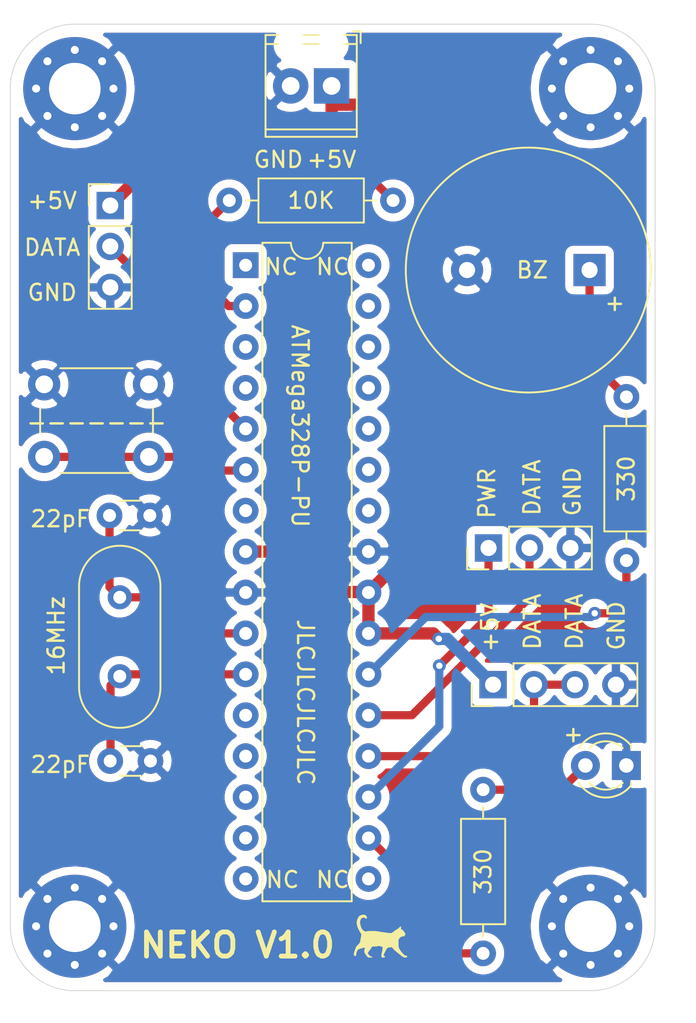
<source format=kicad_pcb>
(kicad_pcb (version 20171130) (host pcbnew "(5.1.10)-1")

  (general
    (thickness 1.6)
    (drawings 36)
    (tracks 73)
    (zones 0)
    (modules 19)
    (nets 32)
  )

  (page A4)
  (layers
    (0 F.Cu signal)
    (31 B.Cu signal)
    (32 B.Adhes user)
    (33 F.Adhes user)
    (34 B.Paste user)
    (35 F.Paste user)
    (36 B.SilkS user)
    (37 F.SilkS user)
    (38 B.Mask user)
    (39 F.Mask user)
    (40 Dwgs.User user)
    (41 Cmts.User user)
    (42 Eco1.User user)
    (43 Eco2.User user)
    (44 Edge.Cuts user)
    (45 Margin user)
    (46 B.CrtYd user)
    (47 F.CrtYd user)
    (48 B.Fab user)
    (49 F.Fab user hide)
  )

  (setup
    (last_trace_width 0.25)
    (user_trace_width 0.254)
    (user_trace_width 0.508)
    (user_trace_width 0.762)
    (trace_clearance 0.2)
    (zone_clearance 0.508)
    (zone_45_only no)
    (trace_min 0.2)
    (via_size 0.8)
    (via_drill 0.4)
    (via_min_size 0.4)
    (via_min_drill 0.3)
    (user_via 0.8 0.4)
    (uvia_size 0.3)
    (uvia_drill 0.1)
    (uvias_allowed no)
    (uvia_min_size 0.2)
    (uvia_min_drill 0.1)
    (edge_width 0.05)
    (segment_width 0.2)
    (pcb_text_width 0.3)
    (pcb_text_size 1.5 1.5)
    (mod_edge_width 0.12)
    (mod_text_size 1 1)
    (mod_text_width 0.15)
    (pad_size 1.524 1.524)
    (pad_drill 0.762)
    (pad_to_mask_clearance 0)
    (aux_axis_origin 0 0)
    (visible_elements 7FFFFFFF)
    (pcbplotparams
      (layerselection 0x010fc_ffffffff)
      (usegerberextensions false)
      (usegerberattributes true)
      (usegerberadvancedattributes true)
      (creategerberjobfile true)
      (excludeedgelayer true)
      (linewidth 0.100000)
      (plotframeref false)
      (viasonmask false)
      (mode 1)
      (useauxorigin false)
      (hpglpennumber 1)
      (hpglpenspeed 20)
      (hpglpendiameter 15.000000)
      (psnegative false)
      (psa4output false)
      (plotreference true)
      (plotvalue true)
      (plotinvisibletext false)
      (padsonsilk false)
      (subtractmaskfromsilk false)
      (outputformat 1)
      (mirror false)
      (drillshape 0)
      (scaleselection 1)
      (outputdirectory "Gerber/"))
  )

  (net 0 "")
  (net 1 "Net-(BZ1-Pad1)")
  (net 2 GND)
  (net 3 XTAL1)
  (net 4 XTAL2)
  (net 5 LED)
  (net 6 +5V)
  (net 7 PIR_DATA)
  (net 8 TRANSMITTER_DATA)
  (net 9 TRANSMITTER_PWR)
  (net 10 RECEIVER_DATA)
  (net 11 BUZZER)
  (net 12 BUTTON)
  (net 13 "Net-(D1-Pad2)")
  (net 14 "Net-(J6-Pad1)")
  (net 15 "Net-(J6-Pad17)")
  (net 16 RESET)
  (net 17 "Net-(J6-Pad3)")
  (net 18 "Net-(J6-Pad4)")
  (net 19 "Net-(J6-Pad7)")
  (net 20 "Net-(J6-Pad26)")
  (net 21 "Net-(J6-Pad27)")
  (net 22 "Net-(J6-Pad12)")
  (net 23 "Net-(J6-Pad28)")
  (net 24 "Net-(J6-Pad13)")
  (net 25 "Net-(J6-Pad29)")
  (net 26 "Net-(J6-Pad14)")
  (net 27 "Net-(J6-Pad30)")
  (net 28 "Net-(J6-Pad15)")
  (net 29 "Net-(J6-Pad31)")
  (net 30 "Net-(J6-Pad16)")
  (net 31 "Net-(J6-Pad32)")

  (net_class Default "This is the default net class."
    (clearance 0.2)
    (trace_width 0.25)
    (via_dia 0.8)
    (via_drill 0.4)
    (uvia_dia 0.3)
    (uvia_drill 0.1)
    (add_net +5V)
    (add_net BUTTON)
    (add_net BUZZER)
    (add_net GND)
    (add_net LED)
    (add_net "Net-(BZ1-Pad1)")
    (add_net "Net-(D1-Pad2)")
    (add_net "Net-(J6-Pad1)")
    (add_net "Net-(J6-Pad12)")
    (add_net "Net-(J6-Pad13)")
    (add_net "Net-(J6-Pad14)")
    (add_net "Net-(J6-Pad15)")
    (add_net "Net-(J6-Pad16)")
    (add_net "Net-(J6-Pad17)")
    (add_net "Net-(J6-Pad26)")
    (add_net "Net-(J6-Pad27)")
    (add_net "Net-(J6-Pad28)")
    (add_net "Net-(J6-Pad29)")
    (add_net "Net-(J6-Pad3)")
    (add_net "Net-(J6-Pad30)")
    (add_net "Net-(J6-Pad31)")
    (add_net "Net-(J6-Pad32)")
    (add_net "Net-(J6-Pad4)")
    (add_net "Net-(J6-Pad7)")
    (add_net PIR_DATA)
    (add_net RECEIVER_DATA)
    (add_net RESET)
    (add_net TRANSMITTER_DATA)
    (add_net TRANSMITTER_PWR)
    (add_net XTAL1)
    (add_net XTAL2)
  )

  (module MyLogos:Gatto (layer F.Cu) (tedit 0) (tstamp 61815587)
    (at 133.858 120.904)
    (fp_text reference G*** (at 0 0) (layer F.Fab)
      (effects (font (size 1.524 1.524) (thickness 0.3)))
    )
    (fp_text value LOGO (at 0.75 0) (layer F.Fab)
      (effects (font (size 1.524 1.524) (thickness 0.3)))
    )
    (fp_poly (pts (xy 0.461013 -0.618797) (xy 0.485165 -0.61737) (xy 0.506302 -0.614696) (xy 0.520543 -0.611448)
      (xy 0.537232 -0.60439) (xy 0.556596 -0.593092) (xy 0.577286 -0.578662) (xy 0.597954 -0.562207)
      (xy 0.617251 -0.544833) (xy 0.63383 -0.527647) (xy 0.64634 -0.511757) (xy 0.650665 -0.504614)
      (xy 0.654316 -0.496893) (xy 0.656674 -0.489184) (xy 0.65801 -0.479712) (xy 0.658596 -0.466702)
      (xy 0.658707 -0.45212) (xy 0.658522 -0.434751) (xy 0.657797 -0.422417) (xy 0.656277 -0.413389)
      (xy 0.653707 -0.405934) (xy 0.651132 -0.400698) (xy 0.641476 -0.386555) (xy 0.630522 -0.378515)
      (xy 0.617366 -0.375921) (xy 0.617091 -0.37592) (xy 0.608702 -0.376558) (xy 0.600935 -0.378996)
      (xy 0.592426 -0.384022) (xy 0.581814 -0.392425) (xy 0.569249 -0.403609) (xy 0.555776 -0.414713)
      (xy 0.540505 -0.425485) (xy 0.526522 -0.433767) (xy 0.525256 -0.434403) (xy 0.514976 -0.439253)
      (xy 0.506508 -0.442399) (xy 0.497879 -0.444197) (xy 0.487116 -0.445003) (xy 0.472245 -0.445173)
      (xy 0.465701 -0.445148) (xy 0.441141 -0.444256) (xy 0.42001 -0.441483) (xy 0.399862 -0.436252)
      (xy 0.378254 -0.427989) (xy 0.362433 -0.420796) (xy 0.34185 -0.409117) (xy 0.323838 -0.394511)
      (xy 0.307898 -0.376262) (xy 0.29353 -0.353655) (xy 0.280234 -0.325975) (xy 0.267511 -0.292508)
      (xy 0.262751 -0.278216) (xy 0.250479 -0.235481) (xy 0.242468 -0.195628) (xy 0.238632 -0.156933)
      (xy 0.238883 -0.117674) (xy 0.243134 -0.076127) (xy 0.250439 -0.03472) (xy 0.260206 0.009468)
      (xy 0.27119 0.052978) (xy 0.283117 0.095024) (xy 0.295716 0.134821) (xy 0.308713 0.171581)
      (xy 0.321834 0.20452) (xy 0.334808 0.232851) (xy 0.347361 0.255788) (xy 0.355549 0.267947)
      (xy 0.376467 0.29289) (xy 0.402141 0.318922) (xy 0.430994 0.34472) (xy 0.461454 0.368962)
      (xy 0.491944 0.390324) (xy 0.520892 0.407483) (xy 0.522765 0.408465) (xy 0.55277 0.424036)
      (xy 0.656538 0.411857) (xy 0.685054 0.408552) (xy 0.713835 0.405291) (xy 0.741519 0.402224)
      (xy 0.766744 0.399499) (xy 0.788146 0.397266) (xy 0.804364 0.395672) (xy 0.806027 0.39552)
      (xy 0.822832 0.394355) (xy 0.845007 0.393373) (xy 0.871603 0.392573) (xy 0.901676 0.391955)
      (xy 0.934278 0.39152) (xy 0.968463 0.391266) (xy 1.003285 0.391195) (xy 1.037798 0.391305)
      (xy 1.071055 0.391597) (xy 1.102109 0.392071) (xy 1.130015 0.392726) (xy 1.153826 0.393563)
      (xy 1.172595 0.394581) (xy 1.18364 0.39556) (xy 1.210937 0.398914) (xy 1.241369 0.402909)
      (xy 1.275476 0.407623) (xy 1.313799 0.413134) (xy 1.356878 0.419521) (xy 1.405255 0.426862)
      (xy 1.459469 0.435235) (xy 1.491827 0.440287) (xy 1.543475 0.448349) (xy 1.589194 0.455422)
      (xy 1.629739 0.461616) (xy 1.665864 0.467042) (xy 1.698324 0.471811) (xy 1.727872 0.476032)
      (xy 1.755264 0.479816) (xy 1.781255 0.483273) (xy 1.806598 0.486514) (xy 1.815254 0.487592)
      (xy 1.836416 0.490324) (xy 1.862145 0.49382) (xy 1.890317 0.49778) (xy 1.918807 0.501905)
      (xy 1.945493 0.505898) (xy 1.947334 0.506179) (xy 1.9906 0.512549) (xy 2.028044 0.517487)
      (xy 2.060448 0.521064) (xy 2.088595 0.523351) (xy 2.113265 0.52442) (xy 2.135243 0.524343)
      (xy 2.14294 0.524033) (xy 2.159933 0.522934) (xy 2.172607 0.521281) (xy 2.183418 0.518501)
      (xy 2.19482 0.514023) (xy 2.2039 0.509842) (xy 2.236682 0.492357) (xy 2.271907 0.47)
      (xy 2.308365 0.443607) (xy 2.344848 0.414011) (xy 2.352702 0.407202) (xy 2.37515 0.387788)
      (xy 2.394517 0.371854) (xy 2.412317 0.358375) (xy 2.43007 0.34633) (xy 2.449292 0.334694)
      (xy 2.471499 0.322445) (xy 2.49821 0.308561) (xy 2.501389 0.30694) (xy 2.522433 0.295983)
      (xy 2.540618 0.285828) (xy 2.556996 0.275684) (xy 2.572618 0.264762) (xy 2.588536 0.252273)
      (xy 2.605802 0.237429) (xy 2.625467 0.219439) (xy 2.648584 0.197514) (xy 2.653458 0.192833)
      (xy 2.670681 0.176398) (xy 2.68732 0.160748) (xy 2.702409 0.146777) (xy 2.714981 0.135377)
      (xy 2.724068 0.127439) (xy 2.72659 0.12537) (xy 2.743297 0.112164) (xy 2.751906 0.120773)
      (xy 2.760034 0.126663) (xy 2.766723 0.12776) (xy 2.771408 0.126846) (xy 2.774988 0.12737)
      (xy 2.777601 0.130082) (xy 2.779381 0.135731) (xy 2.780465 0.14507) (xy 2.78099 0.158849)
      (xy 2.78109 0.177817) (xy 2.780904 0.202727) (xy 2.780873 0.205773) (xy 2.7801 0.280024)
      (xy 2.806523 0.291408) (xy 2.843278 0.30949) (xy 2.876214 0.330235) (xy 2.904622 0.353063)
      (xy 2.927794 0.377392) (xy 2.945023 0.402642) (xy 2.94725 0.406866) (xy 2.954315 0.41935)
      (xy 2.964343 0.435102) (xy 2.976019 0.452139) (xy 2.988027 0.468475) (xy 2.98847 0.469053)
      (xy 3.009765 0.497184) (xy 3.026724 0.52054) (xy 3.039524 0.539395) (xy 3.048344 0.554022)
      (xy 3.053362 0.564697) (xy 3.054774 0.571128) (xy 3.053097 0.579485) (xy 3.048471 0.591974)
      (xy 3.0415 0.607516) (xy 3.032791 0.625032) (xy 3.022949 0.643443) (xy 3.012579 0.661668)
      (xy 3.002287 0.678628) (xy 2.992677 0.693245) (xy 2.984357 0.704438) (xy 2.97793 0.711128)
      (xy 2.975487 0.712482) (xy 2.970005 0.713382) (xy 2.958964 0.714845) (xy 2.943544 0.716729)
      (xy 2.924921 0.71889) (xy 2.904273 0.721184) (xy 2.903175 0.721303) (xy 2.881196 0.723911)
      (xy 2.859998 0.726833) (xy 2.841101 0.729828) (xy 2.826026 0.732657) (xy 2.816815 0.734914)
      (xy 2.795972 0.743555) (xy 2.772786 0.7569) (xy 2.748552 0.773939) (xy 2.724564 0.793662)
      (xy 2.702117 0.81506) (xy 2.682506 0.837122) (xy 2.677385 0.843697) (xy 2.669922 0.854552)
      (xy 2.660608 0.86946) (xy 2.65065 0.886431) (xy 2.641528 0.902952) (xy 2.62043 0.942572)
      (xy 2.624134 1.151159) (xy 2.624986 1.197796) (xy 2.6258 1.238224) (xy 2.626624 1.273009)
      (xy 2.627507 1.302714) (xy 2.628496 1.327904) (xy 2.629639 1.349143) (xy 2.630984 1.366996)
      (xy 2.632578 1.382028) (xy 2.634471 1.394802) (xy 2.636709 1.405884) (xy 2.63934 1.415837)
      (xy 2.642413 1.425226) (xy 2.645975 1.434616) (xy 2.648764 1.441441) (xy 2.654569 1.454031)
      (xy 2.663239 1.471091) (xy 2.674058 1.491342) (xy 2.686311 1.513503) (xy 2.69928 1.536297)
      (xy 2.712249 1.558443) (xy 2.724503 1.578663) (xy 2.733852 1.593426) (xy 2.752676 1.620991)
      (xy 2.774421 1.650258) (xy 2.799455 1.681661) (xy 2.828146 1.715632) (xy 2.86086 1.752606)
      (xy 2.897965 1.793015) (xy 2.939829 1.837294) (xy 2.946295 1.84404) (xy 3.011327 1.911773)
      (xy 3.058376 1.914188) (xy 3.079922 1.915499) (xy 3.096177 1.917223) (xy 3.108626 1.919848)
      (xy 3.11875 1.923862) (xy 3.128033 1.929752) (xy 3.137958 1.938006) (xy 3.142021 1.941693)
      (xy 3.15591 1.956764) (xy 3.163246 1.970476) (xy 3.164083 1.982948) (xy 3.163029 1.986588)
      (xy 3.156133 1.998952) (xy 3.145264 2.012123) (xy 3.132416 2.023707) (xy 3.131517 2.02438)
      (xy 3.128088 2.026743) (xy 3.12442 2.028559) (xy 3.119626 2.0299) (xy 3.112819 2.030838)
      (xy 3.103111 2.031445) (xy 3.089615 2.031793) (xy 3.071443 2.031953) (xy 3.04771 2.031998)
      (xy 3.037497 2.032) (xy 2.953803 2.032) (xy 2.928107 2.010162) (xy 2.906821 1.99265)
      (xy 2.888667 1.979096) (xy 2.872188 1.968471) (xy 2.858347 1.960944) (xy 2.8534 1.958451)
      (xy 2.848679 1.955986) (xy 2.843891 1.953319) (xy 2.838743 1.950219) (xy 2.832941 1.946456)
      (xy 2.826194 1.941801) (xy 2.818208 1.936021) (xy 2.80869 1.928889) (xy 2.797348 1.920172)
      (xy 2.783888 1.909641) (xy 2.768018 1.897066) (xy 2.749446 1.882217) (xy 2.727877 1.864862)
      (xy 2.70302 1.844772) (xy 2.674581 1.821716) (xy 2.642268 1.795465) (xy 2.605788 1.765788)
      (xy 2.564847 1.732455) (xy 2.519154 1.695235) (xy 2.48412 1.666693) (xy 2.451602 1.640103)
      (xy 2.42397 1.617261) (xy 2.400775 1.597743) (xy 2.381567 1.581126) (xy 2.365896 1.566987)
      (xy 2.353313 1.5549) (xy 2.343367 1.544444) (xy 2.335609 1.535193) (xy 2.329589 1.526725)
      (xy 2.324857 1.518616) (xy 2.323016 1.514946) (xy 2.312185 1.497648) (xy 2.295269 1.478088)
      (xy 2.272487 1.456478) (xy 2.24406 1.433029) (xy 2.2167 1.412585) (xy 2.177141 1.384143)
      (xy 2.151137 1.393042) (xy 2.117944 1.402366) (xy 2.084118 1.407494) (xy 2.05232 1.408894)
      (xy 2.03514 1.409373) (xy 2.016988 1.410544) (xy 2.001595 1.412163) (xy 2.000663 1.412294)
      (xy 1.986662 1.414897) (xy 1.973525 1.418748) (xy 1.960975 1.424214) (xy 1.948736 1.431663)
      (xy 1.936535 1.441462) (xy 1.924094 1.453977) (xy 1.911138 1.469575) (xy 1.897391 1.488623)
      (xy 1.882579 1.511488) (xy 1.866425 1.538537) (xy 1.848654 1.570136) (xy 1.82899 1.606654)
      (xy 1.807157 1.648456) (xy 1.782881 1.69591) (xy 1.773036 1.715346) (xy 1.755865 1.749518)
      (xy 1.741631 1.778361) (xy 1.730073 1.802518) (xy 1.72093 1.82263) (xy 1.71394 1.83934)
      (xy 1.708842 1.85329) (xy 1.705375 1.865121) (xy 1.703277 1.875475) (xy 1.702287 1.884995)
      (xy 1.702127 1.889553) (xy 1.7018 1.91136) (xy 1.72212 1.922799) (xy 1.743317 1.93613)
      (xy 1.758471 1.949226) (xy 1.768215 1.963) (xy 1.773184 1.978362) (xy 1.774008 1.996225)
      (xy 1.773938 1.997422) (xy 1.773193 2.007683) (xy 1.771908 2.015682) (xy 1.769315 2.021701)
      (xy 1.764647 2.026022) (xy 1.757136 2.028926) (xy 1.746015 2.030693) (xy 1.730517 2.031607)
      (xy 1.709873 2.031949) (xy 1.683315 2.032) (xy 1.602413 2.032) (xy 1.592366 2.023545)
      (xy 1.58505 2.016206) (xy 1.579476 2.007423) (xy 1.575373 1.996155) (xy 1.572469 1.981359)
      (xy 1.570493 1.961994) (xy 1.569175 1.937017) (xy 1.569063 1.934005) (xy 1.568424 1.891355)
      (xy 1.569919 1.853514) (xy 1.57373 1.818809) (xy 1.580035 1.785562) (xy 1.588394 1.754155)
      (xy 1.600408 1.710183) (xy 1.61173 1.661064) (xy 1.622053 1.60841) (xy 1.631071 1.553837)
      (xy 1.638478 1.498959) (xy 1.640902 1.477465) (xy 1.643639 1.449795) (xy 1.645213 1.427981)
      (xy 1.6455 1.411186) (xy 1.644375 1.398572) (xy 1.641714 1.389304) (xy 1.637392 1.382542)
      (xy 1.631286 1.377452) (xy 1.625573 1.374282) (xy 1.619443 1.371958) (xy 1.607676 1.368114)
      (xy 1.591169 1.363019) (xy 1.57082 1.356945) (xy 1.547525 1.350159) (xy 1.522181 1.342932)
      (xy 1.509699 1.339427) (xy 1.405652 1.310358) (xy 1.370846 1.322199) (xy 1.35309 1.327944)
      (xy 1.336721 1.332457) (xy 1.320188 1.336013) (xy 1.30194 1.338889) (xy 1.280426 1.341359)
      (xy 1.254095 1.343698) (xy 1.246294 1.344318) (xy 1.229192 1.345507) (xy 1.207267 1.346815)
      (xy 1.18181 1.348184) (xy 1.154114 1.349556) (xy 1.125472 1.350873) (xy 1.097177 1.35208)
      (xy 1.070521 1.353118) (xy 1.046796 1.353929) (xy 1.027297 1.354457) (xy 1.01372 1.354643)
      (xy 1.001299 1.355362) (xy 0.991187 1.358039) (xy 0.982504 1.363501) (xy 0.974371 1.372576)
      (xy 0.965907 1.38609) (xy 0.956233 1.404872) (xy 0.952881 1.411829) (xy 0.932716 1.450204)
      (xy 0.909686 1.48728) (xy 0.885146 1.520982) (xy 0.869704 1.539342) (xy 0.846684 1.566029)
      (xy 0.823557 1.594697) (xy 0.801165 1.624175) (xy 0.780351 1.653291) (xy 0.761959 1.680874)
      (xy 0.746832 1.705752) (xy 0.737727 1.722758) (xy 0.728312 1.747399) (xy 0.725018 1.770404)
      (xy 0.727885 1.791335) (xy 0.730612 1.798683) (xy 0.735773 1.808127) (xy 0.743884 1.82058)
      (xy 0.753508 1.833889) (xy 0.757451 1.83896) (xy 0.768579 1.852345) (xy 0.782143 1.867757)
      (xy 0.797216 1.884233) (xy 0.812873 1.900813) (xy 0.828185 1.916536) (xy 0.842225 1.930442)
      (xy 0.854067 1.94157) (xy 0.862783 1.948959) (xy 0.865317 1.950734) (xy 0.874226 1.954782)
      (xy 0.887198 1.958955) (xy 0.901588 1.962415) (xy 0.903129 1.962713) (xy 0.93017 1.969124)
      (xy 0.951577 1.977341) (xy 0.968373 1.987906) (xy 0.981578 2.001364) (xy 0.98522 2.006381)
      (xy 0.989802 2.012908) (xy 0.993473 2.018229) (xy 0.995685 2.022466) (xy 0.995892 2.025741)
      (xy 0.993546 2.028177) (xy 0.988101 2.029896) (xy 0.979008 2.031021) (xy 0.965721 2.031673)
      (xy 0.947693 2.031975) (xy 0.924376 2.03205) (xy 0.895224 2.032018) (xy 0.870605 2.032)
      (xy 0.742357 2.032) (xy 0.710522 1.997286) (xy 0.66878 1.95045) (xy 0.631327 1.9057)
      (xy 0.598339 1.863296) (xy 0.569993 1.8235) (xy 0.546465 1.786572) (xy 0.527931 1.752774)
      (xy 0.514567 1.722366) (xy 0.50655 1.695609) (xy 0.506453 1.69515) (xy 0.504727 1.685347)
      (xy 0.503743 1.67517) (xy 0.503576 1.663768) (xy 0.504305 1.650292) (xy 0.506005 1.633891)
      (xy 0.508753 1.613713) (xy 0.512626 1.58891) (xy 0.517701 1.558629) (xy 0.519928 1.545697)
      (xy 0.52503 1.514883) (xy 0.528602 1.489907) (xy 0.530685 1.47002) (xy 0.531323 1.454472)
      (xy 0.530558 1.442514) (xy 0.528434 1.433395) (xy 0.526592 1.429105) (xy 0.522116 1.421615)
      (xy 0.517124 1.416899) (xy 0.510447 1.414849) (xy 0.500911 1.415359) (xy 0.487346 1.41832)
      (xy 0.468581 1.423626) (xy 0.468171 1.423747) (xy 0.452397 1.428297) (xy 0.431811 1.43405)
      (xy 0.408164 1.440525) (xy 0.383206 1.447245) (xy 0.358686 1.453732) (xy 0.3556 1.454539)
      (xy 0.309253 1.466926) (xy 0.268982 1.478367) (xy 0.234194 1.489103) (xy 0.204299 1.49938)
      (xy 0.178705 1.509443) (xy 0.156818 1.519534) (xy 0.138049 1.529899) (xy 0.121805 1.540781)
      (xy 0.107494 1.552425) (xy 0.099053 1.560414) (xy 0.089711 1.571952) (xy 0.07881 1.589199)
      (xy 0.066753 1.61138) (xy 0.053943 1.637721) (xy 0.040785 1.667447) (xy 0.031798 1.689316)
      (xy 0.022187 1.713944) (xy 0.014943 1.73423) (xy 0.009664 1.752014) (xy 0.005948 1.769134)
      (xy 0.00339 1.787429) (xy 0.001588 1.808738) (xy 0.000212 1.833374) (xy -0.001442 1.860757)
      (xy -0.003423 1.881869) (xy -0.00571 1.896533) (xy -0.007681 1.903347) (xy -0.016008 1.916973)
      (xy -0.027923 1.929135) (xy -0.041805 1.938749) (xy -0.056034 1.944734) (xy -0.068992 1.946007)
      (xy -0.071002 1.945665) (xy -0.079346 1.941619) (xy -0.090158 1.933239) (xy -0.10241 1.921707)
      (xy -0.115074 1.908204) (xy -0.127125 1.893909) (xy -0.137534 1.880004) (xy -0.145274 1.867669)
      (xy -0.149318 1.858084) (xy -0.14967 1.855249) (xy -0.14897 1.849779) (xy -0.147111 1.83872)
      (xy -0.144284 1.823119) (xy -0.140683 1.804023) (xy -0.136499 1.78248) (xy -0.134018 1.769964)
      (xy -0.129106 1.745981) (xy -0.124265 1.723958) (xy -0.119236 1.703105) (xy -0.11376 1.68263)
      (xy -0.107576 1.661742) (xy -0.100425 1.63965) (xy -0.092047 1.615564) (xy -0.082181 1.588691)
      (xy -0.070568 1.558242) (xy -0.056949 1.523425) (xy -0.041062 1.483448) (xy -0.034512 1.467076)
      (xy 0.018788 1.334044) (xy 0.039028 1.316876) (xy 0.075516 1.285311) (xy 0.106986 1.256692)
      (xy 0.134126 1.230313) (xy 0.157621 1.205468) (xy 0.178159 1.181453) (xy 0.196427 1.15756)
      (xy 0.202626 1.148785) (xy 0.215391 1.129674) (xy 0.22595 1.112036) (xy 0.234664 1.09478)
      (xy 0.241893 1.076811) (xy 0.247995 1.057038) (xy 0.253331 1.034367) (xy 0.258261 1.007705)
      (xy 0.263143 0.975961) (xy 0.26583 0.956733) (xy 0.2694 0.932395) (xy 0.273988 0.903832)
      (xy 0.279186 0.873442) (xy 0.284584 0.843622) (xy 0.289549 0.81788) (xy 0.299039 0.768291)
      (xy 0.307042 0.721745) (xy 0.313416 0.679175) (xy 0.318017 0.641511) (xy 0.320052 0.619296)
      (xy 0.322278 0.590045) (xy 0.263297 0.490602) (xy 0.232514 0.438215) (xy 0.205261 0.390734)
      (xy 0.181213 0.347497) (xy 0.160041 0.307841) (xy 0.141421 0.271104) (xy 0.125024 0.236624)
      (xy 0.110525 0.20374) (xy 0.097598 0.171788) (xy 0.085914 0.140106) (xy 0.07613 0.11108)
      (xy 0.058261 0.050244) (xy 0.045367 -0.006889) (xy 0.037434 -0.0612) (xy 0.034448 -0.113567)
      (xy 0.036396 -0.164872) (xy 0.043263 -0.215994) (xy 0.055037 -0.267813) (xy 0.06954 -0.314964)
      (xy 0.081434 -0.347167) (xy 0.095198 -0.380157) (xy 0.109993 -0.412131) (xy 0.124982 -0.441285)
      (xy 0.139325 -0.465815) (xy 0.140559 -0.467738) (xy 0.153374 -0.48565) (xy 0.168921 -0.504473)
      (xy 0.185629 -0.522507) (xy 0.201927 -0.538052) (xy 0.215648 -0.549001) (xy 0.238882 -0.563004)
      (xy 0.267184 -0.576742) (xy 0.298858 -0.589571) (xy 0.332209 -0.600851) (xy 0.365543 -0.60994)
      (xy 0.390181 -0.61505) (xy 0.411551 -0.617691) (xy 0.435818 -0.618922) (xy 0.461013 -0.618797)) (layer F.SilkS) (width 0.01))
  )

  (module Package_DIP:DIP-32_W7.62mm (layer F.Cu) (tedit 5A02E8C5) (tstamp 618087A3)
    (at 127 79.96)
    (descr "32-lead dip package, row spacing 7.62 mm (300 mils)")
    (tags "DIL DIP PDIP 2.54mm 7.62mm 300mil")
    (path /6188F185)
    (fp_text reference J6 (at 2.4765 7.87066 90) (layer F.Fab)
      (effects (font (size 1 1) (thickness 0.15)))
    )
    (fp_text value Conn_02x16_Counter_Clockwise (at 3.81 40.49) (layer F.Fab)
      (effects (font (size 1 1) (thickness 0.15)))
    )
    (fp_line (start 1.255 -1.27) (end 7.365 -1.27) (layer F.Fab) (width 0.1))
    (fp_line (start 7.365 -1.27) (end 7.365 39.37) (layer F.Fab) (width 0.1))
    (fp_line (start 7.365 39.37) (end 0.255 39.37) (layer F.Fab) (width 0.1))
    (fp_line (start 0.255 39.37) (end 0.255 -0.27) (layer F.Fab) (width 0.1))
    (fp_line (start 0.255 -0.27) (end 1.255 -1.27) (layer F.Fab) (width 0.1))
    (fp_line (start 2.81 -1.39) (end 1.04 -1.39) (layer F.SilkS) (width 0.12))
    (fp_line (start 1.04 -1.39) (end 1.04 39.49) (layer F.SilkS) (width 0.12))
    (fp_line (start 1.04 39.49) (end 6.58 39.49) (layer F.SilkS) (width 0.12))
    (fp_line (start 6.58 39.49) (end 6.58 -1.39) (layer F.SilkS) (width 0.12))
    (fp_line (start 6.58 -1.39) (end 4.81 -1.39) (layer F.SilkS) (width 0.12))
    (fp_line (start -1.1 -1.6) (end -1.1 39.7) (layer F.CrtYd) (width 0.05))
    (fp_line (start -1.1 39.7) (end 8.68 39.7) (layer F.CrtYd) (width 0.05))
    (fp_line (start 8.68 39.7) (end 8.68 -1.6) (layer F.CrtYd) (width 0.05))
    (fp_line (start 8.68 -1.6) (end -1.1 -1.6) (layer F.CrtYd) (width 0.05))
    (fp_text user %R (at 3.81 19.05) (layer F.Fab)
      (effects (font (size 1 1) (thickness 0.15)))
    )
    (fp_arc (start 3.81 -1.39) (end 2.81 -1.39) (angle -180) (layer F.SilkS) (width 0.12))
    (pad 1 thru_hole rect (at 0 0) (size 1.6 1.6) (drill 0.8) (layers *.Cu *.Mask)
      (net 14 "Net-(J6-Pad1)"))
    (pad 17 thru_hole oval (at 7.62 38.1) (size 1.6 1.6) (drill 0.8) (layers *.Cu *.Mask)
      (net 15 "Net-(J6-Pad17)"))
    (pad 2 thru_hole oval (at 0 2.54) (size 1.6 1.6) (drill 0.8) (layers *.Cu *.Mask)
      (net 16 RESET))
    (pad 18 thru_hole oval (at 7.62 35.56) (size 1.6 1.6) (drill 0.8) (layers *.Cu *.Mask)
      (net 5 LED))
    (pad 3 thru_hole oval (at 0 5.08) (size 1.6 1.6) (drill 0.8) (layers *.Cu *.Mask)
      (net 17 "Net-(J6-Pad3)"))
    (pad 19 thru_hole oval (at 7.62 33.02) (size 1.6 1.6) (drill 0.8) (layers *.Cu *.Mask)
      (net 9 TRANSMITTER_PWR))
    (pad 4 thru_hole oval (at 0 7.62) (size 1.6 1.6) (drill 0.8) (layers *.Cu *.Mask)
      (net 18 "Net-(J6-Pad4)"))
    (pad 20 thru_hole oval (at 7.62 30.48) (size 1.6 1.6) (drill 0.8) (layers *.Cu *.Mask)
      (net 10 RECEIVER_DATA))
    (pad 5 thru_hole oval (at 0 10.16) (size 1.6 1.6) (drill 0.8) (layers *.Cu *.Mask)
      (net 7 PIR_DATA))
    (pad 21 thru_hole oval (at 7.62 27.94) (size 1.6 1.6) (drill 0.8) (layers *.Cu *.Mask)
      (net 8 TRANSMITTER_DATA))
    (pad 6 thru_hole oval (at 0 12.7) (size 1.6 1.6) (drill 0.8) (layers *.Cu *.Mask)
      (net 12 BUTTON))
    (pad 22 thru_hole oval (at 7.62 25.4) (size 1.6 1.6) (drill 0.8) (layers *.Cu *.Mask)
      (net 11 BUZZER))
    (pad 7 thru_hole oval (at 0 15.24) (size 1.6 1.6) (drill 0.8) (layers *.Cu *.Mask)
      (net 19 "Net-(J6-Pad7)"))
    (pad 23 thru_hole oval (at 7.62 22.86) (size 1.6 1.6) (drill 0.8) (layers *.Cu *.Mask)
      (net 6 +5V))
    (pad 8 thru_hole oval (at 0 17.78) (size 1.6 1.6) (drill 0.8) (layers *.Cu *.Mask)
      (net 6 +5V))
    (pad 24 thru_hole oval (at 7.62 20.32) (size 1.6 1.6) (drill 0.8) (layers *.Cu *.Mask)
      (net 6 +5V))
    (pad 9 thru_hole oval (at 0 20.32) (size 1.6 1.6) (drill 0.8) (layers *.Cu *.Mask)
      (net 2 GND))
    (pad 25 thru_hole oval (at 7.62 17.78) (size 1.6 1.6) (drill 0.8) (layers *.Cu *.Mask)
      (net 2 GND))
    (pad 10 thru_hole oval (at 0 22.86) (size 1.6 1.6) (drill 0.8) (layers *.Cu *.Mask)
      (net 3 XTAL1))
    (pad 26 thru_hole oval (at 7.62 15.24) (size 1.6 1.6) (drill 0.8) (layers *.Cu *.Mask)
      (net 20 "Net-(J6-Pad26)"))
    (pad 11 thru_hole oval (at 0 25.4) (size 1.6 1.6) (drill 0.8) (layers *.Cu *.Mask)
      (net 4 XTAL2))
    (pad 27 thru_hole oval (at 7.62 12.7) (size 1.6 1.6) (drill 0.8) (layers *.Cu *.Mask)
      (net 21 "Net-(J6-Pad27)"))
    (pad 12 thru_hole oval (at 0 27.94) (size 1.6 1.6) (drill 0.8) (layers *.Cu *.Mask)
      (net 22 "Net-(J6-Pad12)"))
    (pad 28 thru_hole oval (at 7.62 10.16) (size 1.6 1.6) (drill 0.8) (layers *.Cu *.Mask)
      (net 23 "Net-(J6-Pad28)"))
    (pad 13 thru_hole oval (at 0 30.48) (size 1.6 1.6) (drill 0.8) (layers *.Cu *.Mask)
      (net 24 "Net-(J6-Pad13)"))
    (pad 29 thru_hole oval (at 7.62 7.62) (size 1.6 1.6) (drill 0.8) (layers *.Cu *.Mask)
      (net 25 "Net-(J6-Pad29)"))
    (pad 14 thru_hole oval (at 0 33.02) (size 1.6 1.6) (drill 0.8) (layers *.Cu *.Mask)
      (net 26 "Net-(J6-Pad14)"))
    (pad 30 thru_hole oval (at 7.62 5.08) (size 1.6 1.6) (drill 0.8) (layers *.Cu *.Mask)
      (net 27 "Net-(J6-Pad30)"))
    (pad 15 thru_hole oval (at 0 35.56) (size 1.6 1.6) (drill 0.8) (layers *.Cu *.Mask)
      (net 28 "Net-(J6-Pad15)"))
    (pad 31 thru_hole oval (at 7.62 2.54) (size 1.6 1.6) (drill 0.8) (layers *.Cu *.Mask)
      (net 29 "Net-(J6-Pad31)"))
    (pad 16 thru_hole oval (at 0 38.1) (size 1.6 1.6) (drill 0.8) (layers *.Cu *.Mask)
      (net 30 "Net-(J6-Pad16)"))
    (pad 32 thru_hole oval (at 7.62 0) (size 1.6 1.6) (drill 0.8) (layers *.Cu *.Mask)
      (net 31 "Net-(J6-Pad32)"))
    (model ${KISYS3DMOD}/Package_DIP.3dshapes/DIP-32_W7.62mm.wrl
      (at (xyz 0 0 0))
      (scale (xyz 1 1 1))
      (rotate (xyz 0 0 0))
    )
  )

  (module Buzzer_Beeper:Buzzer_15x7.5RM7.6 (layer F.Cu) (tedit 5A030281) (tstamp 61805299)
    (at 148.336 80.264 180)
    (descr "Generic Buzzer, D15mm height 7.5mm with RM7.6mm")
    (tags buzzer)
    (path /6184BB26)
    (fp_text reference BZ1 (at 3.81 0) (layer F.Fab)
      (effects (font (size 1 1) (thickness 0.15)))
    )
    (fp_text value Buzzer (at 3.81 8.89) (layer F.Fab)
      (effects (font (size 1 1) (thickness 0.15)))
    )
    (fp_circle (center 3.8 0) (end 11.55 0) (layer F.CrtYd) (width 0.05))
    (fp_circle (center 3.8 0) (end 11.3 0) (layer F.Fab) (width 0.1))
    (fp_circle (center 3.8 0) (end 4.8 0) (layer F.Fab) (width 0.1))
    (fp_circle (center 3.8 0) (end 11.4 0) (layer F.SilkS) (width 0.12))
    (fp_text user + (at -0.01 -2.54) (layer F.Fab)
      (effects (font (size 1 1) (thickness 0.15)))
    )
    (fp_text user + (at -1.56602 -2.02558) (layer F.SilkS)
      (effects (font (size 1 1) (thickness 0.15)))
    )
    (fp_text user %R (at 3.8 -4) (layer F.Fab)
      (effects (font (size 1 1) (thickness 0.15)))
    )
    (pad 1 thru_hole rect (at 0 0 180) (size 2 2) (drill 1) (layers *.Cu *.Mask)
      (net 1 "Net-(BZ1-Pad1)"))
    (pad 2 thru_hole circle (at 7.6 0 180) (size 2 2) (drill 1) (layers *.Cu *.Mask)
      (net 2 GND))
    (model ${KISYS3DMOD}/Buzzer_Beeper.3dshapes/Buzzer_15x7.5RM7.6.wrl
      (at (xyz 0 0 0))
      (scale (xyz 1 1 1))
      (rotate (xyz 0 0 0))
    )
  )

  (module Resistor_THT:R_Axial_DIN0207_L6.3mm_D2.5mm_P10.16mm_Horizontal (layer F.Cu) (tedit 5AE5139B) (tstamp 6180BD34)
    (at 136.144 75.946 180)
    (descr "Resistor, Axial_DIN0207 series, Axial, Horizontal, pin pitch=10.16mm, 0.25W = 1/4W, length*diameter=6.3*2.5mm^2, http://cdn-reichelt.de/documents/datenblatt/B400/1_4W%23YAG.pdf")
    (tags "Resistor Axial_DIN0207 series Axial Horizontal pin pitch 10.16mm 0.25W = 1/4W length 6.3mm diameter 2.5mm")
    (path /617FAF1B)
    (fp_text reference R3 (at 5.08 0) (layer F.Fab)
      (effects (font (size 1 1) (thickness 0.15)))
    )
    (fp_text value 10K (at 5.08 2.37) (layer F.Fab)
      (effects (font (size 1 1) (thickness 0.15)))
    )
    (fp_line (start 1.93 -1.25) (end 1.93 1.25) (layer F.Fab) (width 0.1))
    (fp_line (start 1.93 1.25) (end 8.23 1.25) (layer F.Fab) (width 0.1))
    (fp_line (start 8.23 1.25) (end 8.23 -1.25) (layer F.Fab) (width 0.1))
    (fp_line (start 8.23 -1.25) (end 1.93 -1.25) (layer F.Fab) (width 0.1))
    (fp_line (start 0 0) (end 1.93 0) (layer F.Fab) (width 0.1))
    (fp_line (start 10.16 0) (end 8.23 0) (layer F.Fab) (width 0.1))
    (fp_line (start 1.81 -1.37) (end 1.81 1.37) (layer F.SilkS) (width 0.12))
    (fp_line (start 1.81 1.37) (end 8.35 1.37) (layer F.SilkS) (width 0.12))
    (fp_line (start 8.35 1.37) (end 8.35 -1.37) (layer F.SilkS) (width 0.12))
    (fp_line (start 8.35 -1.37) (end 1.81 -1.37) (layer F.SilkS) (width 0.12))
    (fp_line (start 1.04 0) (end 1.81 0) (layer F.SilkS) (width 0.12))
    (fp_line (start 9.12 0) (end 8.35 0) (layer F.SilkS) (width 0.12))
    (fp_line (start -1.05 -1.5) (end -1.05 1.5) (layer F.CrtYd) (width 0.05))
    (fp_line (start -1.05 1.5) (end 11.21 1.5) (layer F.CrtYd) (width 0.05))
    (fp_line (start 11.21 1.5) (end 11.21 -1.5) (layer F.CrtYd) (width 0.05))
    (fp_line (start 11.21 -1.5) (end -1.05 -1.5) (layer F.CrtYd) (width 0.05))
    (fp_text user %R (at 5.08 0) (layer F.Fab)
      (effects (font (size 1 1) (thickness 0.15)))
    )
    (pad 1 thru_hole circle (at 0 0 180) (size 1.6 1.6) (drill 0.8) (layers *.Cu *.Mask)
      (net 6 +5V))
    (pad 2 thru_hole oval (at 10.16 0 180) (size 1.6 1.6) (drill 0.8) (layers *.Cu *.Mask)
      (net 16 RESET))
    (model ${KISYS3DMOD}/Resistor_THT.3dshapes/R_Axial_DIN0207_L6.3mm_D2.5mm_P10.16mm_Horizontal.wrl
      (at (xyz 0 0 0))
      (scale (xyz 1 1 1))
      (rotate (xyz 0 0 0))
    )
  )

  (module Crystal:Crystal_HC18-U_Vertical (layer F.Cu) (tedit 5A1AD3B7) (tstamp 61805BDF)
    (at 119.19 100.58 270)
    (descr "Crystal THT HC-18/U, http://5hertz.com/pdfs/04404_D.pdf")
    (tags "THT crystalHC-18/U")
    (path /617FD699)
    (fp_text reference Y1 (at 2.08 3.99 90) (layer F.Fab)
      (effects (font (size 1 1) (thickness 0.15)))
    )
    (fp_text value Crystal_Small (at 2.45 3.525 90) (layer F.Fab)
      (effects (font (size 1 1) (thickness 0.15)))
    )
    (fp_line (start -0.675 -2.325) (end 5.575 -2.325) (layer F.Fab) (width 0.1))
    (fp_line (start -0.675 2.325) (end 5.575 2.325) (layer F.Fab) (width 0.1))
    (fp_line (start -0.55 -2) (end 5.45 -2) (layer F.Fab) (width 0.1))
    (fp_line (start -0.55 2) (end 5.45 2) (layer F.Fab) (width 0.1))
    (fp_line (start -0.675 -2.525) (end 5.575 -2.525) (layer F.SilkS) (width 0.12))
    (fp_line (start -0.675 2.525) (end 5.575 2.525) (layer F.SilkS) (width 0.12))
    (fp_line (start -3.5 -2.8) (end -3.5 2.8) (layer F.CrtYd) (width 0.05))
    (fp_line (start -3.5 2.8) (end 8.4 2.8) (layer F.CrtYd) (width 0.05))
    (fp_line (start 8.4 2.8) (end 8.4 -2.8) (layer F.CrtYd) (width 0.05))
    (fp_line (start 8.4 -2.8) (end -3.5 -2.8) (layer F.CrtYd) (width 0.05))
    (fp_text user %R (at 2.45 0 90) (layer F.Fab)
      (effects (font (size 1 1) (thickness 0.15)))
    )
    (fp_arc (start -0.675 0) (end -0.675 -2.325) (angle -180) (layer F.Fab) (width 0.1))
    (fp_arc (start 5.575 0) (end 5.575 -2.325) (angle 180) (layer F.Fab) (width 0.1))
    (fp_arc (start -0.55 0) (end -0.55 -2) (angle -180) (layer F.Fab) (width 0.1))
    (fp_arc (start 5.45 0) (end 5.45 -2) (angle 180) (layer F.Fab) (width 0.1))
    (fp_arc (start -0.675 0) (end -0.675 -2.525) (angle -180) (layer F.SilkS) (width 0.12))
    (fp_arc (start 5.575 0) (end 5.575 -2.525) (angle 180) (layer F.SilkS) (width 0.12))
    (pad 1 thru_hole circle (at 0 0 270) (size 1.5 1.5) (drill 0.8) (layers *.Cu *.Mask)
      (net 3 XTAL1))
    (pad 2 thru_hole circle (at 4.9 0 270) (size 1.5 1.5) (drill 0.8) (layers *.Cu *.Mask)
      (net 4 XTAL2))
    (model ${KISYS3DMOD}/Crystal.3dshapes/Crystal_HC18-U_Vertical.wrl
      (at (xyz 0 0 0))
      (scale (xyz 1 1 1))
      (rotate (xyz 0 0 0))
    )
  )

  (module Capacitor_THT:C_Disc_D3.0mm_W1.6mm_P2.50mm (layer F.Cu) (tedit 5AE50EF0) (tstamp 618052AA)
    (at 118.555 95.5)
    (descr "C, Disc series, Radial, pin pitch=2.50mm, , diameter*width=3.0*1.6mm^2, Capacitor, http://www.vishay.com/docs/45233/krseries.pdf")
    (tags "C Disc series Radial pin pitch 2.50mm  diameter 3.0mm width 1.6mm Capacitor")
    (path /61805D65)
    (fp_text reference C1 (at -2.955 -0.04) (layer F.Fab)
      (effects (font (size 1 1) (thickness 0.15)))
    )
    (fp_text value 22p (at 1.25 2.05) (layer F.Fab)
      (effects (font (size 1 1) (thickness 0.15)))
    )
    (fp_line (start -0.25 -0.8) (end -0.25 0.8) (layer F.Fab) (width 0.1))
    (fp_line (start -0.25 0.8) (end 2.75 0.8) (layer F.Fab) (width 0.1))
    (fp_line (start 2.75 0.8) (end 2.75 -0.8) (layer F.Fab) (width 0.1))
    (fp_line (start 2.75 -0.8) (end -0.25 -0.8) (layer F.Fab) (width 0.1))
    (fp_line (start 0.621 -0.92) (end 1.879 -0.92) (layer F.SilkS) (width 0.12))
    (fp_line (start 0.621 0.92) (end 1.879 0.92) (layer F.SilkS) (width 0.12))
    (fp_line (start -1.05 -1.05) (end -1.05 1.05) (layer F.CrtYd) (width 0.05))
    (fp_line (start -1.05 1.05) (end 3.55 1.05) (layer F.CrtYd) (width 0.05))
    (fp_line (start 3.55 1.05) (end 3.55 -1.05) (layer F.CrtYd) (width 0.05))
    (fp_line (start 3.55 -1.05) (end -1.05 -1.05) (layer F.CrtYd) (width 0.05))
    (fp_text user %R (at 1.25 0) (layer F.Fab)
      (effects (font (size 0.6 0.6) (thickness 0.09)))
    )
    (pad 1 thru_hole circle (at 0 0) (size 1.6 1.6) (drill 0.8) (layers *.Cu *.Mask)
      (net 3 XTAL1))
    (pad 2 thru_hole circle (at 2.5 0) (size 1.6 1.6) (drill 0.8) (layers *.Cu *.Mask)
      (net 2 GND))
    (model ${KISYS3DMOD}/Capacitor_THT.3dshapes/C_Disc_D3.0mm_W1.6mm_P2.50mm.wrl
      (at (xyz 0 0 0))
      (scale (xyz 1 1 1))
      (rotate (xyz 0 0 0))
    )
  )

  (module Capacitor_THT:C_Disc_D3.0mm_W1.6mm_P2.50mm (layer F.Cu) (tedit 5AE50EF0) (tstamp 618052BB)
    (at 118.595 110.74)
    (descr "C, Disc series, Radial, pin pitch=2.50mm, , diameter*width=3.0*1.6mm^2, Capacitor, http://www.vishay.com/docs/45233/krseries.pdf")
    (tags "C Disc series Radial pin pitch 2.50mm  diameter 3.0mm width 1.6mm Capacitor")
    (path /6180170B)
    (fp_text reference C2 (at -2.995 0.12) (layer F.Fab)
      (effects (font (size 1 1) (thickness 0.15)))
    )
    (fp_text value 22p (at 1.25 2.05) (layer F.Fab)
      (effects (font (size 1 1) (thickness 0.15)))
    )
    (fp_line (start 3.55 -1.05) (end -1.05 -1.05) (layer F.CrtYd) (width 0.05))
    (fp_line (start 3.55 1.05) (end 3.55 -1.05) (layer F.CrtYd) (width 0.05))
    (fp_line (start -1.05 1.05) (end 3.55 1.05) (layer F.CrtYd) (width 0.05))
    (fp_line (start -1.05 -1.05) (end -1.05 1.05) (layer F.CrtYd) (width 0.05))
    (fp_line (start 0.621 0.92) (end 1.879 0.92) (layer F.SilkS) (width 0.12))
    (fp_line (start 0.621 -0.92) (end 1.879 -0.92) (layer F.SilkS) (width 0.12))
    (fp_line (start 2.75 -0.8) (end -0.25 -0.8) (layer F.Fab) (width 0.1))
    (fp_line (start 2.75 0.8) (end 2.75 -0.8) (layer F.Fab) (width 0.1))
    (fp_line (start -0.25 0.8) (end 2.75 0.8) (layer F.Fab) (width 0.1))
    (fp_line (start -0.25 -0.8) (end -0.25 0.8) (layer F.Fab) (width 0.1))
    (fp_text user %R (at 1.25 0) (layer F.Fab)
      (effects (font (size 0.6 0.6) (thickness 0.09)))
    )
    (pad 2 thru_hole circle (at 2.5 0) (size 1.6 1.6) (drill 0.8) (layers *.Cu *.Mask)
      (net 2 GND))
    (pad 1 thru_hole circle (at 0 0) (size 1.6 1.6) (drill 0.8) (layers *.Cu *.Mask)
      (net 4 XTAL2))
    (model ${KISYS3DMOD}/Capacitor_THT.3dshapes/C_Disc_D3.0mm_W1.6mm_P2.50mm.wrl
      (at (xyz 0 0 0))
      (scale (xyz 1 1 1))
      (rotate (xyz 0 0 0))
    )
  )

  (module LED_THT:LED_D3.0mm (layer F.Cu) (tedit 587A3A7B) (tstamp 61806346)
    (at 150.61946 111.01832 180)
    (descr "LED, diameter 3.0mm, 2 pins")
    (tags "LED diameter 3.0mm 2 pins")
    (path /6184580B)
    (fp_text reference D1 (at 2.9 2.35) (layer F.Fab)
      (effects (font (size 1 1) (thickness 0.15)))
    )
    (fp_text value LED_Small (at 1.27 2.96) (layer F.Fab)
      (effects (font (size 1 1) (thickness 0.15)))
    )
    (fp_circle (center 1.27 0) (end 2.77 0) (layer F.Fab) (width 0.1))
    (fp_line (start -0.23 -1.16619) (end -0.23 1.16619) (layer F.Fab) (width 0.1))
    (fp_line (start -0.29 -1.236) (end -0.29 -1.08) (layer F.SilkS) (width 0.12))
    (fp_line (start -0.29 1.08) (end -0.29 1.236) (layer F.SilkS) (width 0.12))
    (fp_line (start -1.15 -2.25) (end -1.15 2.25) (layer F.CrtYd) (width 0.05))
    (fp_line (start -1.15 2.25) (end 3.7 2.25) (layer F.CrtYd) (width 0.05))
    (fp_line (start 3.7 2.25) (end 3.7 -2.25) (layer F.CrtYd) (width 0.05))
    (fp_line (start 3.7 -2.25) (end -1.15 -2.25) (layer F.CrtYd) (width 0.05))
    (fp_arc (start 1.27 0) (end -0.23 -1.16619) (angle 284.3) (layer F.Fab) (width 0.1))
    (fp_arc (start 1.27 0) (end -0.29 -1.235516) (angle 108.8) (layer F.SilkS) (width 0.12))
    (fp_arc (start 1.27 0) (end -0.29 1.235516) (angle -108.8) (layer F.SilkS) (width 0.12))
    (fp_arc (start 1.27 0) (end 0.229039 -1.08) (angle 87.9) (layer F.SilkS) (width 0.12))
    (fp_arc (start 1.27 0) (end 0.229039 1.08) (angle -87.9) (layer F.SilkS) (width 0.12))
    (pad 1 thru_hole rect (at 0 0 180) (size 1.8 1.8) (drill 0.9) (layers *.Cu *.Mask)
      (net 2 GND))
    (pad 2 thru_hole circle (at 2.54 0 180) (size 1.8 1.8) (drill 0.9) (layers *.Cu *.Mask)
      (net 13 "Net-(D1-Pad2)"))
    (model ${KISYS3DMOD}/LED_THT.3dshapes/LED_D3.0mm.wrl
      (at (xyz 0 0 0))
      (scale (xyz 1 1 1))
      (rotate (xyz 0 0 0))
    )
  )

  (module MountingHole:MountingHole_3.2mm_M3_Pad_Via (layer F.Cu) (tedit 56DDBCCA) (tstamp 618052DE)
    (at 148.4 69)
    (descr "Mounting Hole 3.2mm, M3")
    (tags "mounting hole 3.2mm m3")
    (path /61856DA5)
    (attr virtual)
    (fp_text reference H1 (at 0 -4.2) (layer F.Fab)
      (effects (font (size 1 1) (thickness 0.15)))
    )
    (fp_text value MountingHole_Pad (at 0 4.2) (layer F.Fab)
      (effects (font (size 1 1) (thickness 0.15)))
    )
    (fp_circle (center 0 0) (end 3.2 0) (layer Cmts.User) (width 0.15))
    (fp_circle (center 0 0) (end 3.45 0) (layer F.CrtYd) (width 0.05))
    (fp_text user %R (at 0.3 0) (layer F.Fab)
      (effects (font (size 1 1) (thickness 0.15)))
    )
    (pad 1 thru_hole circle (at 0 0) (size 6.4 6.4) (drill 3.2) (layers *.Cu *.Mask)
      (net 2 GND))
    (pad 1 thru_hole circle (at 2.4 0) (size 0.8 0.8) (drill 0.5) (layers *.Cu *.Mask)
      (net 2 GND))
    (pad 1 thru_hole circle (at 1.697056 1.697056) (size 0.8 0.8) (drill 0.5) (layers *.Cu *.Mask)
      (net 2 GND))
    (pad 1 thru_hole circle (at 0 2.4) (size 0.8 0.8) (drill 0.5) (layers *.Cu *.Mask)
      (net 2 GND))
    (pad 1 thru_hole circle (at -1.697056 1.697056) (size 0.8 0.8) (drill 0.5) (layers *.Cu *.Mask)
      (net 2 GND))
    (pad 1 thru_hole circle (at -2.4 0) (size 0.8 0.8) (drill 0.5) (layers *.Cu *.Mask)
      (net 2 GND))
    (pad 1 thru_hole circle (at -1.697056 -1.697056) (size 0.8 0.8) (drill 0.5) (layers *.Cu *.Mask)
      (net 2 GND))
    (pad 1 thru_hole circle (at 0 -2.4) (size 0.8 0.8) (drill 0.5) (layers *.Cu *.Mask)
      (net 2 GND))
    (pad 1 thru_hole circle (at 1.697056 -1.697056) (size 0.8 0.8) (drill 0.5) (layers *.Cu *.Mask)
      (net 2 GND))
  )

  (module MountingHole:MountingHole_3.2mm_M3_Pad_Via (layer F.Cu) (tedit 56DDBCCA) (tstamp 618052EE)
    (at 148.4 121)
    (descr "Mounting Hole 3.2mm, M3")
    (tags "mounting hole 3.2mm m3")
    (path /61858229)
    (attr virtual)
    (fp_text reference H2 (at 0 -4.2) (layer F.Fab)
      (effects (font (size 1 1) (thickness 0.15)))
    )
    (fp_text value MountingHole_Pad (at 0 4.2) (layer F.Fab)
      (effects (font (size 1 1) (thickness 0.15)))
    )
    (fp_circle (center 0 0) (end 3.45 0) (layer F.CrtYd) (width 0.05))
    (fp_circle (center 0 0) (end 3.2 0) (layer Cmts.User) (width 0.15))
    (fp_text user %R (at 0.3 0) (layer F.Fab)
      (effects (font (size 1 1) (thickness 0.15)))
    )
    (pad 1 thru_hole circle (at 1.697056 -1.697056) (size 0.8 0.8) (drill 0.5) (layers *.Cu *.Mask)
      (net 2 GND))
    (pad 1 thru_hole circle (at 0 -2.4) (size 0.8 0.8) (drill 0.5) (layers *.Cu *.Mask)
      (net 2 GND))
    (pad 1 thru_hole circle (at -1.697056 -1.697056) (size 0.8 0.8) (drill 0.5) (layers *.Cu *.Mask)
      (net 2 GND))
    (pad 1 thru_hole circle (at -2.4 0) (size 0.8 0.8) (drill 0.5) (layers *.Cu *.Mask)
      (net 2 GND))
    (pad 1 thru_hole circle (at -1.697056 1.697056) (size 0.8 0.8) (drill 0.5) (layers *.Cu *.Mask)
      (net 2 GND))
    (pad 1 thru_hole circle (at 0 2.4) (size 0.8 0.8) (drill 0.5) (layers *.Cu *.Mask)
      (net 2 GND))
    (pad 1 thru_hole circle (at 1.697056 1.697056) (size 0.8 0.8) (drill 0.5) (layers *.Cu *.Mask)
      (net 2 GND))
    (pad 1 thru_hole circle (at 2.4 0) (size 0.8 0.8) (drill 0.5) (layers *.Cu *.Mask)
      (net 2 GND))
    (pad 1 thru_hole circle (at 0 0) (size 6.4 6.4) (drill 3.2) (layers *.Cu *.Mask)
      (net 2 GND))
  )

  (module MountingHole:MountingHole_3.2mm_M3_Pad_Via (layer F.Cu) (tedit 56DDBCCA) (tstamp 618052FE)
    (at 116.4 121)
    (descr "Mounting Hole 3.2mm, M3")
    (tags "mounting hole 3.2mm m3")
    (path /61858EEB)
    (attr virtual)
    (fp_text reference H3 (at 0 -4.2) (layer F.Fab)
      (effects (font (size 1 1) (thickness 0.15)))
    )
    (fp_text value MountingHole_Pad (at 0 4.2) (layer F.Fab)
      (effects (font (size 1 1) (thickness 0.15)))
    )
    (fp_circle (center 0 0) (end 3.2 0) (layer Cmts.User) (width 0.15))
    (fp_circle (center 0 0) (end 3.45 0) (layer F.CrtYd) (width 0.05))
    (fp_text user %R (at 0.3 0) (layer F.Fab)
      (effects (font (size 1 1) (thickness 0.15)))
    )
    (pad 1 thru_hole circle (at 0 0) (size 6.4 6.4) (drill 3.2) (layers *.Cu *.Mask)
      (net 2 GND))
    (pad 1 thru_hole circle (at 2.4 0) (size 0.8 0.8) (drill 0.5) (layers *.Cu *.Mask)
      (net 2 GND))
    (pad 1 thru_hole circle (at 1.697056 1.697056) (size 0.8 0.8) (drill 0.5) (layers *.Cu *.Mask)
      (net 2 GND))
    (pad 1 thru_hole circle (at 0 2.4) (size 0.8 0.8) (drill 0.5) (layers *.Cu *.Mask)
      (net 2 GND))
    (pad 1 thru_hole circle (at -1.697056 1.697056) (size 0.8 0.8) (drill 0.5) (layers *.Cu *.Mask)
      (net 2 GND))
    (pad 1 thru_hole circle (at -2.4 0) (size 0.8 0.8) (drill 0.5) (layers *.Cu *.Mask)
      (net 2 GND))
    (pad 1 thru_hole circle (at -1.697056 -1.697056) (size 0.8 0.8) (drill 0.5) (layers *.Cu *.Mask)
      (net 2 GND))
    (pad 1 thru_hole circle (at 0 -2.4) (size 0.8 0.8) (drill 0.5) (layers *.Cu *.Mask)
      (net 2 GND))
    (pad 1 thru_hole circle (at 1.697056 -1.697056) (size 0.8 0.8) (drill 0.5) (layers *.Cu *.Mask)
      (net 2 GND))
  )

  (module MountingHole:MountingHole_3.2mm_M3_Pad_Via (layer F.Cu) (tedit 56DDBCCA) (tstamp 6180530E)
    (at 116.4 69)
    (descr "Mounting Hole 3.2mm, M3")
    (tags "mounting hole 3.2mm m3")
    (path /6185911A)
    (attr virtual)
    (fp_text reference H4 (at 0 -4.2) (layer F.Fab)
      (effects (font (size 1 1) (thickness 0.15)))
    )
    (fp_text value MountingHole_Pad (at 0 4.2) (layer F.Fab)
      (effects (font (size 1 1) (thickness 0.15)))
    )
    (fp_circle (center 0 0) (end 3.45 0) (layer F.CrtYd) (width 0.05))
    (fp_circle (center 0 0) (end 3.2 0) (layer Cmts.User) (width 0.15))
    (fp_text user %R (at 0.3 0) (layer F.Fab)
      (effects (font (size 1 1) (thickness 0.15)))
    )
    (pad 1 thru_hole circle (at 1.697056 -1.697056) (size 0.8 0.8) (drill 0.5) (layers *.Cu *.Mask)
      (net 2 GND))
    (pad 1 thru_hole circle (at 0 -2.4) (size 0.8 0.8) (drill 0.5) (layers *.Cu *.Mask)
      (net 2 GND))
    (pad 1 thru_hole circle (at -1.697056 -1.697056) (size 0.8 0.8) (drill 0.5) (layers *.Cu *.Mask)
      (net 2 GND))
    (pad 1 thru_hole circle (at -2.4 0) (size 0.8 0.8) (drill 0.5) (layers *.Cu *.Mask)
      (net 2 GND))
    (pad 1 thru_hole circle (at -1.697056 1.697056) (size 0.8 0.8) (drill 0.5) (layers *.Cu *.Mask)
      (net 2 GND))
    (pad 1 thru_hole circle (at 0 2.4) (size 0.8 0.8) (drill 0.5) (layers *.Cu *.Mask)
      (net 2 GND))
    (pad 1 thru_hole circle (at 1.697056 1.697056) (size 0.8 0.8) (drill 0.5) (layers *.Cu *.Mask)
      (net 2 GND))
    (pad 1 thru_hole circle (at 2.4 0) (size 0.8 0.8) (drill 0.5) (layers *.Cu *.Mask)
      (net 2 GND))
    (pad 1 thru_hole circle (at 0 0) (size 6.4 6.4) (drill 3.2) (layers *.Cu *.Mask)
      (net 2 GND))
  )

  (module TerminalBlock_Phoenix:TerminalBlock_Phoenix_MPT-0,5-2-2.54_1x02_P2.54mm_Horizontal (layer F.Cu) (tedit 5B294F98) (tstamp 61805334)
    (at 132.334 68.834 180)
    (descr "Terminal Block Phoenix MPT-0,5-2-2.54, 2 pins, pitch 2.54mm, size 5.54x6.2mm^2, drill diamater 1.1mm, pad diameter 2.2mm, see http://www.mouser.com/ds/2/324/ItemDetail_1725656-920552.pdf, script-generated using https://github.com/pointhi/kicad-footprint-generator/scripts/TerminalBlock_Phoenix")
    (tags "THT Terminal Block Phoenix MPT-0,5-2-2.54 pitch 2.54mm size 5.54x6.2mm^2 drill 1.1mm pad 2.2mm")
    (path /61815E76)
    (fp_text reference J1 (at -0.4 -4.8) (layer F.Fab)
      (effects (font (size 1 1) (thickness 0.15)))
    )
    (fp_text value Screw_Terminal_01x02 (at 1.27 4.16) (layer F.Fab)
      (effects (font (size 1 1) (thickness 0.15)))
    )
    (fp_circle (center 0 0) (end 1.1 0) (layer F.Fab) (width 0.1))
    (fp_circle (center 2.54 0) (end 3.64 0) (layer F.Fab) (width 0.1))
    (fp_line (start -1.5 -3.1) (end 4.04 -3.1) (layer F.Fab) (width 0.1))
    (fp_line (start 4.04 -3.1) (end 4.04 3.1) (layer F.Fab) (width 0.1))
    (fp_line (start 4.04 3.1) (end -1 3.1) (layer F.Fab) (width 0.1))
    (fp_line (start -1 3.1) (end -1.5 2.6) (layer F.Fab) (width 0.1))
    (fp_line (start -1.5 2.6) (end -1.5 -3.1) (layer F.Fab) (width 0.1))
    (fp_line (start -1.5 2.6) (end 4.04 2.6) (layer F.Fab) (width 0.1))
    (fp_line (start -1.56 2.6) (end -0.79 2.6) (layer F.SilkS) (width 0.12))
    (fp_line (start 0.79 2.6) (end 1.75 2.6) (layer F.SilkS) (width 0.12))
    (fp_line (start 3.33 2.6) (end 4.1 2.6) (layer F.SilkS) (width 0.12))
    (fp_line (start -1.5 -2.7) (end 4.04 -2.7) (layer F.Fab) (width 0.1))
    (fp_line (start -1.56 -2.7) (end 4.1 -2.7) (layer F.SilkS) (width 0.12))
    (fp_line (start -1.56 -3.16) (end 4.1 -3.16) (layer F.SilkS) (width 0.12))
    (fp_line (start -1.56 3.16) (end -0.79 3.16) (layer F.SilkS) (width 0.12))
    (fp_line (start 0.79 3.16) (end 1.75 3.16) (layer F.SilkS) (width 0.12))
    (fp_line (start 3.33 3.16) (end 4.1 3.16) (layer F.SilkS) (width 0.12))
    (fp_line (start -1.56 -3.16) (end -1.56 3.16) (layer F.SilkS) (width 0.12))
    (fp_line (start 4.1 -3.16) (end 4.1 3.16) (layer F.SilkS) (width 0.12))
    (fp_line (start 0.835 -0.7) (end -0.701 0.835) (layer F.Fab) (width 0.1))
    (fp_line (start 0.701 -0.835) (end -0.835 0.7) (layer F.Fab) (width 0.1))
    (fp_line (start 3.375 -0.7) (end 1.84 0.835) (layer F.Fab) (width 0.1))
    (fp_line (start 3.241 -0.835) (end 1.706 0.7) (layer F.Fab) (width 0.1))
    (fp_line (start -1.8 2.66) (end -1.8 3.4) (layer F.SilkS) (width 0.12))
    (fp_line (start -1.8 3.4) (end -1.3 3.4) (layer F.SilkS) (width 0.12))
    (fp_line (start -2 -3.6) (end -2 3.6) (layer F.CrtYd) (width 0.05))
    (fp_line (start -2 3.6) (end 4.54 3.6) (layer F.CrtYd) (width 0.05))
    (fp_line (start 4.54 3.6) (end 4.54 -3.6) (layer F.CrtYd) (width 0.05))
    (fp_line (start 4.54 -3.6) (end -2 -3.6) (layer F.CrtYd) (width 0.05))
    (fp_text user %R (at 1.27 2) (layer F.Fab)
      (effects (font (size 1 1) (thickness 0.15)))
    )
    (pad 1 thru_hole rect (at 0 0 180) (size 2.2 2.2) (drill 1.1) (layers *.Cu *.Mask)
      (net 6 +5V))
    (pad "" np_thru_hole circle (at 0 2.54 180) (size 1.1 1.1) (drill 1.1) (layers *.Cu *.Mask))
    (pad 2 thru_hole circle (at 2.54 0 180) (size 2.2 2.2) (drill 1.1) (layers *.Cu *.Mask)
      (net 2 GND))
    (pad "" np_thru_hole circle (at 2.54 2.54 180) (size 1.1 1.1) (drill 1.1) (layers *.Cu *.Mask))
    (model ${KISYS3DMOD}/TerminalBlock_Phoenix.3dshapes/TerminalBlock_Phoenix_MPT-0,5-2-2.54_1x02_P2.54mm_Horizontal.wrl
      (at (xyz 0 0 0))
      (scale (xyz 1 1 1))
      (rotate (xyz 0 0 0))
    )
  )

  (module Connector_PinHeader_2.54mm:PinHeader_1x03_P2.54mm_Vertical (layer F.Cu) (tedit 59FED5CC) (tstamp 6180534B)
    (at 118.6 76.26)
    (descr "Through hole straight pin header, 1x03, 2.54mm pitch, single row")
    (tags "Through hole pin header THT 1x03 2.54mm single row")
    (path /61819D71)
    (fp_text reference J2 (at -3.6 0) (layer F.Fab)
      (effects (font (size 1 1) (thickness 0.15)))
    )
    (fp_text value PIR (at 0 7.41) (layer F.Fab)
      (effects (font (size 1 1) (thickness 0.15)))
    )
    (fp_line (start -0.635 -1.27) (end 1.27 -1.27) (layer F.Fab) (width 0.1))
    (fp_line (start 1.27 -1.27) (end 1.27 6.35) (layer F.Fab) (width 0.1))
    (fp_line (start 1.27 6.35) (end -1.27 6.35) (layer F.Fab) (width 0.1))
    (fp_line (start -1.27 6.35) (end -1.27 -0.635) (layer F.Fab) (width 0.1))
    (fp_line (start -1.27 -0.635) (end -0.635 -1.27) (layer F.Fab) (width 0.1))
    (fp_line (start -1.33 6.41) (end 1.33 6.41) (layer F.SilkS) (width 0.12))
    (fp_line (start -1.33 1.27) (end -1.33 6.41) (layer F.SilkS) (width 0.12))
    (fp_line (start 1.33 1.27) (end 1.33 6.41) (layer F.SilkS) (width 0.12))
    (fp_line (start -1.33 1.27) (end 1.33 1.27) (layer F.SilkS) (width 0.12))
    (fp_line (start -1.33 0) (end -1.33 -1.33) (layer F.SilkS) (width 0.12))
    (fp_line (start -1.33 -1.33) (end 0 -1.33) (layer F.SilkS) (width 0.12))
    (fp_line (start -1.8 -1.8) (end -1.8 6.85) (layer F.CrtYd) (width 0.05))
    (fp_line (start -1.8 6.85) (end 1.8 6.85) (layer F.CrtYd) (width 0.05))
    (fp_line (start 1.8 6.85) (end 1.8 -1.8) (layer F.CrtYd) (width 0.05))
    (fp_line (start 1.8 -1.8) (end -1.8 -1.8) (layer F.CrtYd) (width 0.05))
    (fp_text user %R (at 0 2.54 90) (layer F.Fab)
      (effects (font (size 1 1) (thickness 0.15)))
    )
    (pad 1 thru_hole rect (at 0 0) (size 1.7 1.7) (drill 1) (layers *.Cu *.Mask)
      (net 6 +5V))
    (pad 2 thru_hole oval (at 0 2.54) (size 1.7 1.7) (drill 1) (layers *.Cu *.Mask)
      (net 7 PIR_DATA))
    (pad 3 thru_hole oval (at 0 5.08) (size 1.7 1.7) (drill 1) (layers *.Cu *.Mask)
      (net 2 GND))
    (model ${KISYS3DMOD}/Connector_PinHeader_2.54mm.3dshapes/PinHeader_1x03_P2.54mm_Vertical.wrl
      (at (xyz 0 0 0))
      (scale (xyz 1 1 1))
      (rotate (xyz 0 0 0))
    )
  )

  (module Connector_PinHeader_2.54mm:PinHeader_1x03_P2.54mm_Vertical (layer F.Cu) (tedit 59FED5CC) (tstamp 618081CE)
    (at 142.0693 97.51662 90)
    (descr "Through hole straight pin header, 1x03, 2.54mm pitch, single row")
    (tags "Through hole pin header THT 1x03 2.54mm single row")
    (path /6183C81F)
    (fp_text reference J3 (at 3.5 -0.05 90) (layer F.Fab)
      (effects (font (size 1 1) (thickness 0.15)))
    )
    (fp_text value TRANSMITTER (at 0 7.41 90) (layer F.Fab)
      (effects (font (size 1 1) (thickness 0.15)))
    )
    (fp_line (start 1.8 -1.8) (end -1.8 -1.8) (layer F.CrtYd) (width 0.05))
    (fp_line (start 1.8 6.85) (end 1.8 -1.8) (layer F.CrtYd) (width 0.05))
    (fp_line (start -1.8 6.85) (end 1.8 6.85) (layer F.CrtYd) (width 0.05))
    (fp_line (start -1.8 -1.8) (end -1.8 6.85) (layer F.CrtYd) (width 0.05))
    (fp_line (start -1.33 -1.33) (end 0 -1.33) (layer F.SilkS) (width 0.12))
    (fp_line (start -1.33 0) (end -1.33 -1.33) (layer F.SilkS) (width 0.12))
    (fp_line (start -1.33 1.27) (end 1.33 1.27) (layer F.SilkS) (width 0.12))
    (fp_line (start 1.33 1.27) (end 1.33 6.41) (layer F.SilkS) (width 0.12))
    (fp_line (start -1.33 1.27) (end -1.33 6.41) (layer F.SilkS) (width 0.12))
    (fp_line (start -1.33 6.41) (end 1.33 6.41) (layer F.SilkS) (width 0.12))
    (fp_line (start -1.27 -0.635) (end -0.635 -1.27) (layer F.Fab) (width 0.1))
    (fp_line (start -1.27 6.35) (end -1.27 -0.635) (layer F.Fab) (width 0.1))
    (fp_line (start 1.27 6.35) (end -1.27 6.35) (layer F.Fab) (width 0.1))
    (fp_line (start 1.27 -1.27) (end 1.27 6.35) (layer F.Fab) (width 0.1))
    (fp_line (start -0.635 -1.27) (end 1.27 -1.27) (layer F.Fab) (width 0.1))
    (fp_text user %R (at 0 2.54) (layer F.Fab)
      (effects (font (size 1 1) (thickness 0.15)))
    )
    (pad 3 thru_hole oval (at 0 5.08 90) (size 1.7 1.7) (drill 1) (layers *.Cu *.Mask)
      (net 2 GND))
    (pad 2 thru_hole oval (at 0 2.54 90) (size 1.7 1.7) (drill 1) (layers *.Cu *.Mask)
      (net 8 TRANSMITTER_DATA))
    (pad 1 thru_hole rect (at 0 0 90) (size 1.7 1.7) (drill 1) (layers *.Cu *.Mask)
      (net 9 TRANSMITTER_PWR))
    (model ${KISYS3DMOD}/Connector_PinHeader_2.54mm.3dshapes/PinHeader_1x03_P2.54mm_Vertical.wrl
      (at (xyz 0 0 0))
      (scale (xyz 1 1 1))
      (rotate (xyz 0 0 0))
    )
  )

  (module Connector_PinHeader_2.54mm:PinHeader_1x04_P2.54mm_Vertical (layer F.Cu) (tedit 59FED5CC) (tstamp 618082D8)
    (at 142.35072 106.00254 90)
    (descr "Through hole straight pin header, 1x04, 2.54mm pitch, single row")
    (tags "Through hole pin header THT 1x04 2.54mm single row")
    (path /6183D452)
    (fp_text reference J4 (at 3.455 -0.1 90) (layer F.Fab)
      (effects (font (size 1 1) (thickness 0.15)))
    )
    (fp_text value RECEIVER (at 0 9.95 90) (layer F.Fab)
      (effects (font (size 1 1) (thickness 0.15)))
    )
    (fp_line (start -0.635 -1.27) (end 1.27 -1.27) (layer F.Fab) (width 0.1))
    (fp_line (start 1.27 -1.27) (end 1.27 8.89) (layer F.Fab) (width 0.1))
    (fp_line (start 1.27 8.89) (end -1.27 8.89) (layer F.Fab) (width 0.1))
    (fp_line (start -1.27 8.89) (end -1.27 -0.635) (layer F.Fab) (width 0.1))
    (fp_line (start -1.27 -0.635) (end -0.635 -1.27) (layer F.Fab) (width 0.1))
    (fp_line (start -1.33 8.95) (end 1.33 8.95) (layer F.SilkS) (width 0.12))
    (fp_line (start -1.33 1.27) (end -1.33 8.95) (layer F.SilkS) (width 0.12))
    (fp_line (start 1.33 1.27) (end 1.33 8.95) (layer F.SilkS) (width 0.12))
    (fp_line (start -1.33 1.27) (end 1.33 1.27) (layer F.SilkS) (width 0.12))
    (fp_line (start -1.33 0) (end -1.33 -1.33) (layer F.SilkS) (width 0.12))
    (fp_line (start -1.33 -1.33) (end 0 -1.33) (layer F.SilkS) (width 0.12))
    (fp_line (start -1.8 -1.8) (end -1.8 9.4) (layer F.CrtYd) (width 0.05))
    (fp_line (start -1.8 9.4) (end 1.8 9.4) (layer F.CrtYd) (width 0.05))
    (fp_line (start 1.8 9.4) (end 1.8 -1.8) (layer F.CrtYd) (width 0.05))
    (fp_line (start 1.8 -1.8) (end -1.8 -1.8) (layer F.CrtYd) (width 0.05))
    (fp_text user %R (at 0 3.81) (layer F.Fab)
      (effects (font (size 1 1) (thickness 0.15)))
    )
    (pad 1 thru_hole rect (at 0 0 90) (size 1.7 1.7) (drill 1) (layers *.Cu *.Mask)
      (net 6 +5V))
    (pad 2 thru_hole oval (at 0 2.54 90) (size 1.7 1.7) (drill 1) (layers *.Cu *.Mask)
      (net 10 RECEIVER_DATA))
    (pad 3 thru_hole oval (at 0 5.08 90) (size 1.7 1.7) (drill 1) (layers *.Cu *.Mask)
      (net 10 RECEIVER_DATA))
    (pad 4 thru_hole oval (at 0 7.62 90) (size 1.7 1.7) (drill 1) (layers *.Cu *.Mask)
      (net 2 GND))
    (model ${KISYS3DMOD}/Connector_PinHeader_2.54mm.3dshapes/PinHeader_1x04_P2.54mm_Vertical.wrl
      (at (xyz 0 0 0))
      (scale (xyz 1 1 1))
      (rotate (xyz 0 0 0))
    )
  )

  (module Button_Switch_THT:SW_PUSH_6mm (layer F.Cu) (tedit 5A02FE31) (tstamp 6180767D)
    (at 121 91.86 180)
    (descr https://www.omron.com/ecb/products/pdf/en-b3f.pdf)
    (tags "tact sw push 6mm")
    (path /618503B1)
    (fp_text reference SW1 (at 3.2 2.2) (layer F.Fab)
      (effects (font (size 1 1) (thickness 0.15)))
    )
    (fp_text value SW_Push (at 3.75 6.7) (layer F.Fab)
      (effects (font (size 1 1) (thickness 0.15)))
    )
    (fp_line (start 3.25 -0.75) (end 6.25 -0.75) (layer F.Fab) (width 0.1))
    (fp_line (start 6.25 -0.75) (end 6.25 5.25) (layer F.Fab) (width 0.1))
    (fp_line (start 6.25 5.25) (end 0.25 5.25) (layer F.Fab) (width 0.1))
    (fp_line (start 0.25 5.25) (end 0.25 -0.75) (layer F.Fab) (width 0.1))
    (fp_line (start 0.25 -0.75) (end 3.25 -0.75) (layer F.Fab) (width 0.1))
    (fp_line (start 7.75 6) (end 8 6) (layer F.CrtYd) (width 0.05))
    (fp_line (start 8 6) (end 8 5.75) (layer F.CrtYd) (width 0.05))
    (fp_line (start 7.75 -1.5) (end 8 -1.5) (layer F.CrtYd) (width 0.05))
    (fp_line (start 8 -1.5) (end 8 -1.25) (layer F.CrtYd) (width 0.05))
    (fp_line (start -1.5 -1.25) (end -1.5 -1.5) (layer F.CrtYd) (width 0.05))
    (fp_line (start -1.5 -1.5) (end -1.25 -1.5) (layer F.CrtYd) (width 0.05))
    (fp_line (start -1.5 5.75) (end -1.5 6) (layer F.CrtYd) (width 0.05))
    (fp_line (start -1.5 6) (end -1.25 6) (layer F.CrtYd) (width 0.05))
    (fp_line (start -1.25 -1.5) (end 7.75 -1.5) (layer F.CrtYd) (width 0.05))
    (fp_line (start -1.5 5.75) (end -1.5 -1.25) (layer F.CrtYd) (width 0.05))
    (fp_line (start 7.75 6) (end -1.25 6) (layer F.CrtYd) (width 0.05))
    (fp_line (start 8 -1.25) (end 8 5.75) (layer F.CrtYd) (width 0.05))
    (fp_line (start 1 5.5) (end 5.5 5.5) (layer F.SilkS) (width 0.12))
    (fp_line (start -0.25 1.5) (end -0.25 3) (layer F.SilkS) (width 0.12))
    (fp_line (start 5.5 -1) (end 1 -1) (layer F.SilkS) (width 0.12))
    (fp_line (start 6.75 3) (end 6.75 1.5) (layer F.SilkS) (width 0.12))
    (fp_circle (center 3.25 2.25) (end 1.25 2.5) (layer F.Fab) (width 0.1))
    (fp_text user %R (at 3.25 2.25) (layer F.Fab)
      (effects (font (size 1 1) (thickness 0.15)))
    )
    (pad 2 thru_hole circle (at 0 4.5 270) (size 2 2) (drill 1.1) (layers *.Cu *.Mask)
      (net 2 GND))
    (pad 1 thru_hole circle (at 0 0 270) (size 2 2) (drill 1.1) (layers *.Cu *.Mask)
      (net 12 BUTTON))
    (pad 2 thru_hole circle (at 6.5 4.5 270) (size 2 2) (drill 1.1) (layers *.Cu *.Mask)
      (net 2 GND))
    (pad 1 thru_hole circle (at 6.5 0 270) (size 2 2) (drill 1.1) (layers *.Cu *.Mask)
      (net 12 BUTTON))
    (model ${KISYS3DMOD}/Button_Switch_THT.3dshapes/SW_PUSH_6mm.wrl
      (at (xyz 0 0 0))
      (scale (xyz 1 1 1))
      (rotate (xyz 0 0 0))
    )
  )

  (module Resistor_THT:R_Axial_DIN0207_L6.3mm_D2.5mm_P10.16mm_Horizontal (layer F.Cu) (tedit 5AE5139B) (tstamp 6180BD08)
    (at 141.732 122.682 90)
    (descr "Resistor, Axial_DIN0207 series, Axial, Horizontal, pin pitch=10.16mm, 0.25W = 1/4W, length*diameter=6.3*2.5mm^2, http://cdn-reichelt.de/documents/datenblatt/B400/1_4W%23YAG.pdf")
    (tags "Resistor Axial_DIN0207 series Axial Horizontal pin pitch 10.16mm 0.25W = 1/4W length 6.3mm diameter 2.5mm")
    (path /6184790A)
    (fp_text reference R1 (at 5.08 -2.37 90) (layer F.Fab)
      (effects (font (size 1 1) (thickness 0.15)))
    )
    (fp_text value 330 (at 5.08 2.37 90) (layer F.Fab)
      (effects (font (size 1 1) (thickness 0.15)))
    )
    (fp_line (start 1.93 -1.25) (end 1.93 1.25) (layer F.Fab) (width 0.1))
    (fp_line (start 1.93 1.25) (end 8.23 1.25) (layer F.Fab) (width 0.1))
    (fp_line (start 8.23 1.25) (end 8.23 -1.25) (layer F.Fab) (width 0.1))
    (fp_line (start 8.23 -1.25) (end 1.93 -1.25) (layer F.Fab) (width 0.1))
    (fp_line (start 0 0) (end 1.93 0) (layer F.Fab) (width 0.1))
    (fp_line (start 10.16 0) (end 8.23 0) (layer F.Fab) (width 0.1))
    (fp_line (start 1.81 -1.37) (end 1.81 1.37) (layer F.SilkS) (width 0.12))
    (fp_line (start 1.81 1.37) (end 8.35 1.37) (layer F.SilkS) (width 0.12))
    (fp_line (start 8.35 1.37) (end 8.35 -1.37) (layer F.SilkS) (width 0.12))
    (fp_line (start 8.35 -1.37) (end 1.81 -1.37) (layer F.SilkS) (width 0.12))
    (fp_line (start 1.04 0) (end 1.81 0) (layer F.SilkS) (width 0.12))
    (fp_line (start 9.12 0) (end 8.35 0) (layer F.SilkS) (width 0.12))
    (fp_line (start -1.05 -1.5) (end -1.05 1.5) (layer F.CrtYd) (width 0.05))
    (fp_line (start -1.05 1.5) (end 11.21 1.5) (layer F.CrtYd) (width 0.05))
    (fp_line (start 11.21 1.5) (end 11.21 -1.5) (layer F.CrtYd) (width 0.05))
    (fp_line (start 11.21 -1.5) (end -1.05 -1.5) (layer F.CrtYd) (width 0.05))
    (fp_text user %R (at 5.08 0 90) (layer F.Fab)
      (effects (font (size 1 1) (thickness 0.15)))
    )
    (pad 1 thru_hole circle (at 0 0 90) (size 1.6 1.6) (drill 0.8) (layers *.Cu *.Mask)
      (net 5 LED))
    (pad 2 thru_hole oval (at 10.16 0 90) (size 1.6 1.6) (drill 0.8) (layers *.Cu *.Mask)
      (net 13 "Net-(D1-Pad2)"))
    (model ${KISYS3DMOD}/Resistor_THT.3dshapes/R_Axial_DIN0207_L6.3mm_D2.5mm_P10.16mm_Horizontal.wrl
      (at (xyz 0 0 0))
      (scale (xyz 1 1 1))
      (rotate (xyz 0 0 0))
    )
  )

  (module Resistor_THT:R_Axial_DIN0207_L6.3mm_D2.5mm_P10.16mm_Horizontal (layer F.Cu) (tedit 5AE5139B) (tstamp 6180BD1E)
    (at 150.622 88.138 270)
    (descr "Resistor, Axial_DIN0207 series, Axial, Horizontal, pin pitch=10.16mm, 0.25W = 1/4W, length*diameter=6.3*2.5mm^2, http://cdn-reichelt.de/documents/datenblatt/B400/1_4W%23YAG.pdf")
    (tags "Resistor Axial_DIN0207 series Axial Horizontal pin pitch 10.16mm 0.25W = 1/4W length 6.3mm diameter 2.5mm")
    (path /6184CCA7)
    (fp_text reference R2 (at 5.08 -2.37 90) (layer F.Fab)
      (effects (font (size 1 1) (thickness 0.15)))
    )
    (fp_text value 330 (at 5.08 2.37 90) (layer F.Fab)
      (effects (font (size 1 1) (thickness 0.15)))
    )
    (fp_line (start 11.21 -1.5) (end -1.05 -1.5) (layer F.CrtYd) (width 0.05))
    (fp_line (start 11.21 1.5) (end 11.21 -1.5) (layer F.CrtYd) (width 0.05))
    (fp_line (start -1.05 1.5) (end 11.21 1.5) (layer F.CrtYd) (width 0.05))
    (fp_line (start -1.05 -1.5) (end -1.05 1.5) (layer F.CrtYd) (width 0.05))
    (fp_line (start 9.12 0) (end 8.35 0) (layer F.SilkS) (width 0.12))
    (fp_line (start 1.04 0) (end 1.81 0) (layer F.SilkS) (width 0.12))
    (fp_line (start 8.35 -1.37) (end 1.81 -1.37) (layer F.SilkS) (width 0.12))
    (fp_line (start 8.35 1.37) (end 8.35 -1.37) (layer F.SilkS) (width 0.12))
    (fp_line (start 1.81 1.37) (end 8.35 1.37) (layer F.SilkS) (width 0.12))
    (fp_line (start 1.81 -1.37) (end 1.81 1.37) (layer F.SilkS) (width 0.12))
    (fp_line (start 10.16 0) (end 8.23 0) (layer F.Fab) (width 0.1))
    (fp_line (start 0 0) (end 1.93 0) (layer F.Fab) (width 0.1))
    (fp_line (start 8.23 -1.25) (end 1.93 -1.25) (layer F.Fab) (width 0.1))
    (fp_line (start 8.23 1.25) (end 8.23 -1.25) (layer F.Fab) (width 0.1))
    (fp_line (start 1.93 1.25) (end 8.23 1.25) (layer F.Fab) (width 0.1))
    (fp_line (start 1.93 -1.25) (end 1.93 1.25) (layer F.Fab) (width 0.1))
    (fp_text user %R (at 5.08 0 90) (layer F.Fab)
      (effects (font (size 1 1) (thickness 0.15)))
    )
    (pad 2 thru_hole oval (at 10.16 0 270) (size 1.6 1.6) (drill 0.8) (layers *.Cu *.Mask)
      (net 11 BUZZER))
    (pad 1 thru_hole circle (at 0 0 270) (size 1.6 1.6) (drill 0.8) (layers *.Cu *.Mask)
      (net 1 "Net-(BZ1-Pad1)"))
    (model ${KISYS3DMOD}/Resistor_THT.3dshapes/R_Axial_DIN0207_L6.3mm_D2.5mm_P10.16mm_Horizontal.wrl
      (at (xyz 0 0 0))
      (scale (xyz 1 1 1))
      (rotate (xyz 0 0 0))
    )
  )

  (gr_text "NEKO V1.0" (at 126.492 122.174) (layer F.SilkS)
    (effects (font (size 1.5 1.5) (thickness 0.3)))
  )
  (gr_text 330 (at 150.622 93.218 90) (layer F.SilkS)
    (effects (font (size 1 1) (thickness 0.15)))
  )
  (gr_text 330 (at 141.732 117.602 90) (layer F.SilkS)
    (effects (font (size 1 1) (thickness 0.15)))
  )
  (gr_text 10K (at 131.064 75.946) (layer F.SilkS)
    (effects (font (size 1 1) (thickness 0.15)))
  )
  (gr_text ATMega328P-PU (at 130.36804 89.94902 -90) (layer F.SilkS)
    (effects (font (size 1 1) (thickness 0.15)))
  )
  (gr_text NC (at 129.286 118.11) (layer F.SilkS)
    (effects (font (size 1 1) (thickness 0.15)))
  )
  (gr_text NC (at 132.4 80.06) (layer F.SilkS)
    (effects (font (size 1 1) (thickness 0.15)))
  )
  (gr_text NC (at 129.2 80.06) (layer F.SilkS)
    (effects (font (size 1 1) (thickness 0.15)))
  )
  (gr_text NC (at 132.4 118.11) (layer F.SilkS)
    (effects (font (size 1 1) (thickness 0.15)))
  )
  (gr_text BZ (at 144.78 80.264) (layer F.SilkS)
    (effects (font (size 1 1) (thickness 0.15)))
  )
  (gr_text +5V (at 132.334 73.406) (layer F.SilkS)
    (effects (font (size 1 1) (thickness 0.15)))
  )
  (gr_text 16MHz (at 115.25 102.96 90) (layer F.SilkS)
    (effects (font (size 1 1) (thickness 0.15)))
  )
  (gr_text 22pF (at 115.5 110.96) (layer F.SilkS)
    (effects (font (size 1 1) (thickness 0.15)))
  )
  (gr_text 22pF (at 115.5 95.71) (layer F.SilkS)
    (effects (font (size 1 1) (thickness 0.15)))
  )
  (gr_text ------- (at 117.75 89.71) (layer F.SilkS)
    (effects (font (size 1 1) (thickness 0.15)))
  )
  (gr_text + (at 147.33016 109.05998) (layer F.SilkS)
    (effects (font (size 1 1) (thickness 0.15)))
  )
  (gr_text +5V (at 142.14738 102.4442 90) (layer F.SilkS)
    (effects (font (size 1 1) (thickness 0.15)))
  )
  (gr_text PWR (at 141.9693 94.11662 90) (layer F.SilkS)
    (effects (font (size 1 1) (thickness 0.15)))
  )
  (gr_text +5V (at 115 75.96) (layer F.SilkS)
    (effects (font (size 1 1) (thickness 0.15)))
  )
  (gr_text JLCJLCJLCJLC (at 130.71094 107.09402 270) (layer F.SilkS)
    (effects (font (size 1 1) (thickness 0.15)))
  )
  (gr_text GND (at 147.2693 94.01662 90) (layer F.SilkS)
    (effects (font (size 1 1) (thickness 0.15)))
  )
  (gr_text DATA (at 144.7693 93.76662 90) (layer F.SilkS)
    (effects (font (size 1 1) (thickness 0.15)))
  )
  (gr_text GND (at 149.99738 102.3442 90) (layer F.SilkS) (tstamp 618082BC)
    (effects (font (size 1 1) (thickness 0.15)))
  )
  (gr_text DATA (at 147.39738 102.0942 90) (layer F.SilkS) (tstamp 618082BF)
    (effects (font (size 1 1) (thickness 0.15)))
  )
  (gr_text DATA (at 144.79738 102.0942 90) (layer F.SilkS) (tstamp 618082B9)
    (effects (font (size 1 1) (thickness 0.15)))
  )
  (gr_text GND (at 129.032 73.406) (layer F.SilkS)
    (effects (font (size 1 1) (thickness 0.15)))
  )
  (gr_text GND (at 115 81.66) (layer F.SilkS)
    (effects (font (size 1 1) (thickness 0.15)))
  )
  (gr_text DATA (at 115 78.86) (layer F.SilkS)
    (effects (font (size 1 1) (thickness 0.15)))
  )
  (gr_line (start 116.4 65) (end 148.4 65) (layer Edge.Cuts) (width 0.05) (tstamp 618067ED))
  (gr_line (start 116.4 125) (end 148.4 125) (layer Edge.Cuts) (width 0.05) (tstamp 618067EC))
  (gr_line (start 112.4 69) (end 112.4 121) (layer Edge.Cuts) (width 0.05) (tstamp 618067EB))
  (gr_arc (start 116.4 121) (end 112.4 121) (angle -90) (layer Edge.Cuts) (width 0.05))
  (gr_line (start 152.4 69) (end 152.4 121) (layer Edge.Cuts) (width 0.05) (tstamp 618067D3))
  (gr_arc (start 148.4 121) (end 148.4 125) (angle -90) (layer Edge.Cuts) (width 0.05))
  (gr_arc (start 148.4 69) (end 152.4 69) (angle -90) (layer Edge.Cuts) (width 0.05))
  (gr_arc (start 116.4 69) (end 116.4 65) (angle -90) (layer Edge.Cuts) (width 0.05))

  (segment (start 148.336 85.852) (end 150.622 88.138) (width 0.508) (layer F.Cu) (net 1))
  (segment (start 148.336 80.264) (end 148.336 85.852) (width 0.508) (layer F.Cu) (net 1))
  (segment (start 118.555 99.945) (end 119.19 100.58) (width 0.508) (layer F.Cu) (net 3))
  (segment (start 118.555 95.5) (end 118.555 99.945) (width 0.508) (layer F.Cu) (net 3))
  (segment (start 119.19 100.58) (end 121.916 100.58) (width 0.508) (layer F.Cu) (net 3))
  (segment (start 124.156 102.82) (end 127 102.82) (width 0.508) (layer F.Cu) (net 3))
  (segment (start 121.916 100.58) (end 124.156 102.82) (width 0.508) (layer F.Cu) (net 3))
  (segment (start 119.31 105.36) (end 119.19 105.48) (width 0.508) (layer F.Cu) (net 4))
  (segment (start 127 105.36) (end 119.31 105.36) (width 0.508) (layer F.Cu) (net 4))
  (segment (start 118.618 106.052) (end 118.618 110.717) (width 0.508) (layer F.Cu) (net 4))
  (segment (start 118.618 110.717) (end 118.595 110.74) (width 0.508) (layer F.Cu) (net 4))
  (segment (start 119.19 105.48) (end 118.618 106.052) (width 0.508) (layer F.Cu) (net 4))
  (segment (start 139.446 122.682) (end 141.732 122.682) (width 0.508) (layer F.Cu) (net 5))
  (segment (start 137.668 120.904) (end 139.446 122.682) (width 0.508) (layer F.Cu) (net 5))
  (segment (start 137.668 118.568) (end 137.668 120.904) (width 0.508) (layer F.Cu) (net 5))
  (segment (start 134.62 115.52) (end 137.668 118.568) (width 0.508) (layer F.Cu) (net 5))
  (segment (start 134.62 100.28) (end 134.62 102.82) (width 0.762) (layer F.Cu) (net 6))
  (via (at 138.98118 103.15956) (size 0.8) (drill 0.4) (layers F.Cu B.Cu) (net 6))
  (segment (start 138.64162 102.82) (end 138.98118 103.15956) (width 0.762) (layer F.Cu) (net 6))
  (segment (start 134.62 102.82) (end 138.64162 102.82) (width 0.762) (layer F.Cu) (net 6))
  (segment (start 139.50774 103.15956) (end 142.35072 106.00254) (width 0.762) (layer B.Cu) (net 6))
  (segment (start 138.98118 103.15956) (end 139.50774 103.15956) (width 0.762) (layer B.Cu) (net 6))
  (segment (start 134.59126 100.25126) (end 134.62 100.28) (width 0.762) (layer F.Cu) (net 6))
  (segment (start 132.3213 100.25126) (end 134.59126 100.25126) (width 0.762) (layer F.Cu) (net 6))
  (segment (start 129.81004 97.74) (end 132.3213 100.25126) (width 0.762) (layer F.Cu) (net 6))
  (segment (start 127 97.74) (end 129.81004 97.74) (width 0.762) (layer F.Cu) (net 6))
  (segment (start 121.962 72.898) (end 118.6 76.26) (width 0.762) (layer F.Cu) (net 6))
  (segment (start 131.572 72.898) (end 121.962 72.898) (width 0.762) (layer F.Cu) (net 6))
  (segment (start 132.334 72.136) (end 131.572 72.898) (width 0.762) (layer F.Cu) (net 6))
  (segment (start 132.334 70) (end 132.334 72.136) (width 0.762) (layer F.Cu) (net 6))
  (segment (start 132.334 72.136) (end 136.144 75.946) (width 0.508) (layer F.Cu) (net 6))
  (segment (start 132.334 70) (end 137.818 70) (width 0.762) (layer F.Cu) (net 6))
  (segment (start 137.818 70) (end 144.78 76.962) (width 0.762) (layer F.Cu) (net 6))
  (segment (start 144.78 76.962) (end 144.78 87.122) (width 0.762) (layer F.Cu) (net 6))
  (segment (start 144.78 87.122) (end 137.922 93.98) (width 0.762) (layer F.Cu) (net 6))
  (segment (start 137.922 96.978) (end 134.62 100.28) (width 0.762) (layer F.Cu) (net 6))
  (segment (start 137.922 93.98) (end 137.922 96.978) (width 0.762) (layer F.Cu) (net 6))
  (segment (start 132.334 68.834) (end 132.334 70) (width 0.762) (layer F.Cu) (net 6))
  (segment (start 118.6 78.8) (end 123.952 84.152) (width 0.508) (layer F.Cu) (net 7))
  (segment (start 123.952 87.072) (end 127 90.12) (width 0.508) (layer F.Cu) (net 7))
  (segment (start 123.952 84.152) (end 123.952 87.072) (width 0.508) (layer F.Cu) (net 7))
  (segment (start 134.62 107.9) (end 137.31414 107.9) (width 0.508) (layer F.Cu) (net 8))
  (segment (start 144.6093 100.60484) (end 144.6093 97.51662) (width 0.508) (layer F.Cu) (net 8))
  (segment (start 137.31414 107.9) (end 144.6093 100.60484) (width 0.508) (layer F.Cu) (net 8))
  (via (at 139.015471 104.827069) (size 0.8) (drill 0.4) (layers F.Cu B.Cu) (net 9))
  (segment (start 142.0693 97.51662) (end 142.0693 101.77324) (width 0.508) (layer F.Cu) (net 9))
  (segment (start 142.0693 101.77324) (end 139.015471 104.827069) (width 0.508) (layer F.Cu) (net 9))
  (segment (start 134.62 112.98) (end 139.015471 108.584529) (width 0.508) (layer B.Cu) (net 9))
  (segment (start 139.015471 108.584529) (end 139.015471 104.827069) (width 0.508) (layer B.Cu) (net 9))
  (segment (start 147.43072 106.00254) (end 144.89072 106.00254) (width 0.508) (layer F.Cu) (net 10))
  (segment (start 147.44954 106.02136) (end 147.43072 106.00254) (width 0.508) (layer F.Cu) (net 10))
  (segment (start 144.89072 106.00254) (end 144.89072 108.1136) (width 0.508) (layer F.Cu) (net 10))
  (segment (start 142.56432 110.44) (end 134.62 110.44) (width 0.508) (layer F.Cu) (net 10))
  (segment (start 144.89072 108.1136) (end 142.56432 110.44) (width 0.508) (layer F.Cu) (net 10))
  (segment (start 134.81224 105.36) (end 134.62 105.36) (width 0.762) (layer B.Cu) (net 11))
  (segment (start 134.62 105.36) (end 138.1768 101.8032) (width 0.508) (layer B.Cu) (net 11))
  (via (at 148.65604 101.57206) (size 0.8) (drill 0.4) (layers F.Cu B.Cu) (net 11))
  (segment (start 148.4249 101.8032) (end 148.65604 101.57206) (width 0.508) (layer B.Cu) (net 11))
  (segment (start 138.1768 101.8032) (end 148.4249 101.8032) (width 0.508) (layer B.Cu) (net 11))
  (segment (start 148.65604 101.57206) (end 149.63394 101.57206) (width 0.508) (layer F.Cu) (net 11))
  (segment (start 150.622 100.584) (end 150.622 98.298) (width 0.508) (layer F.Cu) (net 11))
  (segment (start 149.63394 101.57206) (end 150.622 100.584) (width 0.508) (layer F.Cu) (net 11))
  (segment (start 114.5 91.86) (end 121 91.86) (width 0.508) (layer F.Cu) (net 12))
  (segment (start 126.95 92.71) (end 127 92.66) (width 0.508) (layer F.Cu) (net 12))
  (segment (start 123.698 92.71) (end 126.95 92.71) (width 0.508) (layer F.Cu) (net 12))
  (segment (start 122.848 91.86) (end 123.698 92.71) (width 0.508) (layer F.Cu) (net 12))
  (segment (start 121 91.86) (end 122.848 91.86) (width 0.508) (layer F.Cu) (net 12))
  (segment (start 146.57578 112.522) (end 148.07946 111.01832) (width 0.508) (layer F.Cu) (net 13))
  (segment (start 141.732 112.522) (end 146.57578 112.522) (width 0.508) (layer F.Cu) (net 13))
  (segment (start 125.934 82.5) (end 127 82.5) (width 0.508) (layer F.Cu) (net 16))
  (segment (start 124.46 81.026) (end 125.934 82.5) (width 0.508) (layer F.Cu) (net 16))
  (segment (start 124.46 77.47) (end 124.46 81.026) (width 0.508) (layer F.Cu) (net 16))
  (segment (start 125.984 75.946) (end 124.46 77.47) (width 0.508) (layer F.Cu) (net 16))

  (zone (net 2) (net_name GND) (layer F.Cu) (tstamp 6180F378) (hatch edge 0.508)
    (connect_pads (clearance 0.508))
    (min_thickness 0.254)
    (fill yes (arc_segments 32) (thermal_gap 0.508) (thermal_bridge_width 0.508))
    (polygon
      (pts
        (xy 154.94 127) (xy 111.76 127) (xy 111.76 63.5) (xy 154.94 63.5)
      )
    )
    (filled_polygon
      (pts
        (xy 146.27933 65.782445) (xy 146.238912 65.809452) (xy 145.878724 66.299119) (xy 148.4 68.820395) (xy 148.414143 68.806253)
        (xy 148.593748 68.985858) (xy 148.579605 69) (xy 151.100881 71.521276) (xy 151.590548 71.161088) (xy 151.74 70.885675)
        (xy 151.74 87.228275) (xy 151.736637 87.223241) (xy 151.536759 87.023363) (xy 151.301727 86.86632) (xy 151.040574 86.758147)
        (xy 150.763335 86.703) (xy 150.480665 86.703) (xy 150.45028 86.709044) (xy 149.225 85.483765) (xy 149.225 81.902072)
        (xy 149.336 81.902072) (xy 149.460482 81.889812) (xy 149.58018 81.853502) (xy 149.690494 81.794537) (xy 149.787185 81.715185)
        (xy 149.866537 81.618494) (xy 149.925502 81.50818) (xy 149.961812 81.388482) (xy 149.974072 81.264) (xy 149.974072 79.264)
        (xy 149.961812 79.139518) (xy 149.925502 79.01982) (xy 149.866537 78.909506) (xy 149.787185 78.812815) (xy 149.690494 78.733463)
        (xy 149.58018 78.674498) (xy 149.460482 78.638188) (xy 149.336 78.625928) (xy 147.336 78.625928) (xy 147.211518 78.638188)
        (xy 147.09182 78.674498) (xy 146.981506 78.733463) (xy 146.884815 78.812815) (xy 146.805463 78.909506) (xy 146.746498 79.01982)
        (xy 146.710188 79.139518) (xy 146.697928 79.264) (xy 146.697928 81.264) (xy 146.710188 81.388482) (xy 146.746498 81.50818)
        (xy 146.805463 81.618494) (xy 146.884815 81.715185) (xy 146.981506 81.794537) (xy 147.09182 81.853502) (xy 147.211518 81.889812)
        (xy 147.336 81.902072) (xy 147.447 81.902072) (xy 147.447001 85.80833) (xy 147.4427 85.852) (xy 147.459864 86.026274)
        (xy 147.510698 86.193852) (xy 147.593248 86.348291) (xy 147.668792 86.440341) (xy 147.704342 86.483659) (xy 147.738259 86.511494)
        (xy 149.193044 87.96628) (xy 149.187 87.996665) (xy 149.187 88.279335) (xy 149.242147 88.556574) (xy 149.35032 88.817727)
        (xy 149.507363 89.052759) (xy 149.707241 89.252637) (xy 149.942273 89.40968) (xy 150.203426 89.517853) (xy 150.480665 89.573)
        (xy 150.763335 89.573) (xy 151.040574 89.517853) (xy 151.301727 89.40968) (xy 151.536759 89.252637) (xy 151.736637 89.052759)
        (xy 151.74 89.047725) (xy 151.740001 97.388275) (xy 151.736637 97.383241) (xy 151.536759 97.183363) (xy 151.301727 97.02632)
        (xy 151.040574 96.918147) (xy 150.763335 96.863) (xy 150.480665 96.863) (xy 150.203426 96.918147) (xy 149.942273 97.02632)
        (xy 149.707241 97.183363) (xy 149.507363 97.383241) (xy 149.35032 97.618273) (xy 149.242147 97.879426) (xy 149.187 98.156665)
        (xy 149.187 98.439335) (xy 149.242147 98.716574) (xy 149.35032 98.977727) (xy 149.507363 99.212759) (xy 149.707241 99.412637)
        (xy 149.733001 99.429849) (xy 149.733 100.215764) (xy 149.265705 100.68306) (xy 149.188508 100.68306) (xy 149.146296 100.654855)
        (xy 148.957938 100.576834) (xy 148.757979 100.53706) (xy 148.554101 100.53706) (xy 148.354142 100.576834) (xy 148.165784 100.654855)
        (xy 147.996266 100.768123) (xy 147.852103 100.912286) (xy 147.738835 101.081804) (xy 147.660814 101.270162) (xy 147.62104 101.470121)
        (xy 147.62104 101.673999) (xy 147.660814 101.873958) (xy 147.738835 102.062316) (xy 147.852103 102.231834) (xy 147.996266 102.375997)
        (xy 148.165784 102.489265) (xy 148.354142 102.567286) (xy 148.554101 102.60706) (xy 148.757979 102.60706) (xy 148.957938 102.567286)
        (xy 149.146296 102.489265) (xy 149.188508 102.46106) (xy 149.59028 102.46106) (xy 149.63394 102.46536) (xy 149.6776 102.46106)
        (xy 149.677607 102.46106) (xy 149.808214 102.448196) (xy 149.975791 102.397363) (xy 150.130231 102.314813) (xy 150.265599 102.203719)
        (xy 150.293439 102.169796) (xy 151.219743 101.243493) (xy 151.253659 101.215659) (xy 151.284779 101.17774) (xy 151.34848 101.10012)
        (xy 151.364753 101.080291) (xy 151.447303 100.925851) (xy 151.491814 100.779116) (xy 151.498136 100.758275) (xy 151.505544 100.68306)
        (xy 151.511 100.627667) (xy 151.511 100.62766) (xy 151.5153 100.584) (xy 151.511 100.54034) (xy 151.511 99.429849)
        (xy 151.536759 99.412637) (xy 151.736637 99.212759) (xy 151.740001 99.207725) (xy 151.740001 109.521647) (xy 151.643942 109.492508)
        (xy 151.51946 109.480248) (xy 150.90521 109.48332) (xy 150.74646 109.64207) (xy 150.74646 110.89132) (xy 150.76646 110.89132)
        (xy 150.76646 111.14532) (xy 150.74646 111.14532) (xy 150.74646 112.39457) (xy 150.90521 112.55332) (xy 151.51946 112.556392)
        (xy 151.643942 112.544132) (xy 151.740001 112.514993) (xy 151.740001 119.111928) (xy 151.617555 118.87933) (xy 151.590548 118.838912)
        (xy 151.100881 118.478724) (xy 148.579605 121) (xy 148.593748 121.014143) (xy 148.414143 121.193748) (xy 148.4 121.179605)
        (xy 145.878724 123.700881) (xy 146.238912 124.190548) (xy 146.514325 124.34) (xy 118.288074 124.34) (xy 118.52067 124.217555)
        (xy 118.561088 124.190548) (xy 118.921276 123.700881) (xy 116.4 121.179605) (xy 116.385858 121.193748) (xy 116.206253 121.014143)
        (xy 116.220395 121) (xy 116.579605 121) (xy 119.100881 123.521276) (xy 119.590548 123.161088) (xy 119.950849 122.497118)
        (xy 120.174694 121.775615) (xy 120.25348 121.024305) (xy 120.184178 120.272062) (xy 119.969452 119.547792) (xy 119.617555 118.87933)
        (xy 119.590548 118.838912) (xy 119.100881 118.478724) (xy 116.579605 121) (xy 116.220395 121) (xy 113.699119 118.478724)
        (xy 113.209452 118.838912) (xy 113.06 119.114325) (xy 113.06 118.299119) (xy 113.878724 118.299119) (xy 116.4 120.820395)
        (xy 118.921276 118.299119) (xy 118.561088 117.809452) (xy 117.897118 117.449151) (xy 117.175615 117.225306) (xy 116.424305 117.14652)
        (xy 115.672062 117.215822) (xy 114.947792 117.430548) (xy 114.27933 117.782445) (xy 114.238912 117.809452) (xy 113.878724 118.299119)
        (xy 113.06 118.299119) (xy 113.06 95.358665) (xy 117.12 95.358665) (xy 117.12 95.641335) (xy 117.175147 95.918574)
        (xy 117.28332 96.179727) (xy 117.440363 96.414759) (xy 117.640241 96.614637) (xy 117.666 96.631849) (xy 117.666001 99.90133)
        (xy 117.6617 99.945) (xy 117.678864 100.119274) (xy 117.729698 100.286852) (xy 117.807299 100.432032) (xy 117.805 100.443589)
        (xy 117.805 100.716411) (xy 117.858225 100.983989) (xy 117.962629 101.236043) (xy 118.114201 101.462886) (xy 118.307114 101.655799)
        (xy 118.533957 101.807371) (xy 118.786011 101.911775) (xy 119.053589 101.965) (xy 119.326411 101.965) (xy 119.593989 101.911775)
        (xy 119.846043 101.807371) (xy 120.072886 101.655799) (xy 120.259685 101.469) (xy 121.547765 101.469) (xy 123.496501 103.417736)
        (xy 123.524341 103.451659) (xy 123.659709 103.562753) (xy 123.814149 103.645303) (xy 123.880058 103.665296) (xy 123.981724 103.696136)
        (xy 124.014924 103.699406) (xy 124.112333 103.709) (xy 124.112339 103.709) (xy 124.155999 103.7133) (xy 124.199659 103.709)
        (xy 125.868151 103.709) (xy 125.885363 103.734759) (xy 126.085241 103.934637) (xy 126.317759 104.09) (xy 126.085241 104.245363)
        (xy 125.885363 104.445241) (xy 125.868151 104.471) (xy 120.139685 104.471) (xy 120.072886 104.404201) (xy 119.846043 104.252629)
        (xy 119.593989 104.148225) (xy 119.326411 104.095) (xy 119.053589 104.095) (xy 118.786011 104.148225) (xy 118.533957 104.252629)
        (xy 118.307114 104.404201) (xy 118.114201 104.597114) (xy 117.962629 104.823957) (xy 117.858225 105.076011) (xy 117.805 105.343589)
        (xy 117.805 105.616411) (xy 117.815252 105.667952) (xy 117.792697 105.71015) (xy 117.782346 105.744274) (xy 117.746614 105.862069)
        (xy 117.741864 105.877727) (xy 117.729 106.008334) (xy 117.729 106.00834) (xy 117.7247 106.052) (xy 117.729 106.09566)
        (xy 117.729001 109.592783) (xy 117.680241 109.625363) (xy 117.480363 109.825241) (xy 117.32332 110.060273) (xy 117.215147 110.321426)
        (xy 117.16 110.598665) (xy 117.16 110.881335) (xy 117.215147 111.158574) (xy 117.32332 111.419727) (xy 117.480363 111.654759)
        (xy 117.680241 111.854637) (xy 117.915273 112.01168) (xy 118.176426 112.119853) (xy 118.453665 112.175) (xy 118.736335 112.175)
        (xy 119.013574 112.119853) (xy 119.274727 112.01168) (xy 119.509759 111.854637) (xy 119.631694 111.732702) (xy 120.281903 111.732702)
        (xy 120.353486 111.976671) (xy 120.608996 112.097571) (xy 120.883184 112.1663) (xy 121.165512 112.180217) (xy 121.44513 112.138787)
        (xy 121.711292 112.043603) (xy 121.836514 111.976671) (xy 121.908097 111.732702) (xy 121.095 110.919605) (xy 120.281903 111.732702)
        (xy 119.631694 111.732702) (xy 119.709637 111.654759) (xy 119.843692 111.454131) (xy 119.858329 111.481514) (xy 120.102298 111.553097)
        (xy 120.915395 110.74) (xy 121.274605 110.74) (xy 122.087702 111.553097) (xy 122.331671 111.481514) (xy 122.452571 111.226004)
        (xy 122.5213 110.951816) (xy 122.535217 110.669488) (xy 122.493787 110.38987) (xy 122.398603 110.123708) (xy 122.331671 109.998486)
        (xy 122.087702 109.926903) (xy 121.274605 110.74) (xy 120.915395 110.74) (xy 120.102298 109.926903) (xy 119.858329 109.998486)
        (xy 119.844676 110.027341) (xy 119.709637 109.825241) (xy 119.631694 109.747298) (xy 120.281903 109.747298) (xy 121.095 110.560395)
        (xy 121.908097 109.747298) (xy 121.836514 109.503329) (xy 121.581004 109.382429) (xy 121.306816 109.3137) (xy 121.024488 109.299783)
        (xy 120.74487 109.341213) (xy 120.478708 109.436397) (xy 120.353486 109.503329) (xy 120.281903 109.747298) (xy 119.631694 109.747298)
        (xy 119.509759 109.625363) (xy 119.507 109.623519) (xy 119.507 106.829078) (xy 119.593989 106.811775) (xy 119.846043 106.707371)
        (xy 120.072886 106.555799) (xy 120.265799 106.362886) (xy 120.341895 106.249) (xy 125.868151 106.249) (xy 125.885363 106.274759)
        (xy 126.085241 106.474637) (xy 126.317759 106.63) (xy 126.085241 106.785363) (xy 125.885363 106.985241) (xy 125.72832 107.220273)
        (xy 125.620147 107.481426) (xy 125.565 107.758665) (xy 125.565 108.041335) (xy 125.620147 108.318574) (xy 125.72832 108.579727)
        (xy 125.885363 108.814759) (xy 126.085241 109.014637) (xy 126.317759 109.17) (xy 126.085241 109.325363) (xy 125.885363 109.525241)
        (xy 125.72832 109.760273) (xy 125.620147 110.021426) (xy 125.565 110.298665) (xy 125.565 110.581335) (xy 125.620147 110.858574)
        (xy 125.72832 111.119727) (xy 125.885363 111.354759) (xy 126.085241 111.554637) (xy 126.317759 111.71) (xy 126.085241 111.865363)
        (xy 125.885363 112.065241) (xy 125.72832 112.300273) (xy 125.620147 112.561426) (xy 125.565 112.838665) (xy 125.565 113.121335)
        (xy 125.620147 113.398574) (xy 125.72832 113.659727) (xy 125.885363 113.894759) (xy 126.085241 114.094637) (xy 126.317759 114.25)
        (xy 126.085241 114.405363) (xy 125.885363 114.605241) (xy 125.72832 114.840273) (xy 125.620147 115.101426) (xy 125.565 115.378665)
        (xy 125.565 115.661335) (xy 125.620147 115.938574) (xy 125.72832 116.199727) (xy 125.885363 116.434759) (xy 126.085241 116.634637)
        (xy 126.317759 116.79) (xy 126.085241 116.945363) (xy 125.885363 117.145241) (xy 125.72832 117.380273) (xy 125.620147 117.641426)
        (xy 125.565 117.918665) (xy 125.565 118.201335) (xy 125.620147 118.478574) (xy 125.72832 118.739727) (xy 125.885363 118.974759)
        (xy 126.085241 119.174637) (xy 126.320273 119.33168) (xy 126.581426 119.439853) (xy 126.858665 119.495) (xy 127.141335 119.495)
        (xy 127.418574 119.439853) (xy 127.679727 119.33168) (xy 127.914759 119.174637) (xy 128.114637 118.974759) (xy 128.27168 118.739727)
        (xy 128.379853 118.478574) (xy 128.435 118.201335) (xy 128.435 117.918665) (xy 128.379853 117.641426) (xy 128.27168 117.380273)
        (xy 128.114637 117.145241) (xy 127.914759 116.945363) (xy 127.682241 116.79) (xy 127.914759 116.634637) (xy 128.114637 116.434759)
        (xy 128.27168 116.199727) (xy 128.379853 115.938574) (xy 128.435 115.661335) (xy 128.435 115.378665) (xy 128.379853 115.101426)
        (xy 128.27168 114.840273) (xy 128.114637 114.605241) (xy 127.914759 114.405363) (xy 127.682241 114.25) (xy 127.914759 114.094637)
        (xy 128.114637 113.894759) (xy 128.27168 113.659727) (xy 128.379853 113.398574) (xy 128.435 113.121335) (xy 128.435 112.838665)
        (xy 128.379853 112.561426) (xy 128.27168 112.300273) (xy 128.114637 112.065241) (xy 127.914759 111.865363) (xy 127.682241 111.71)
        (xy 127.914759 111.554637) (xy 128.114637 111.354759) (xy 128.27168 111.119727) (xy 128.379853 110.858574) (xy 128.435 110.581335)
        (xy 128.435 110.298665) (xy 128.379853 110.021426) (xy 128.27168 109.760273) (xy 128.114637 109.525241) (xy 127.914759 109.325363)
        (xy 127.682241 109.17) (xy 127.914759 109.014637) (xy 128.114637 108.814759) (xy 128.27168 108.579727) (xy 128.379853 108.318574)
        (xy 128.435 108.041335) (xy 128.435 107.758665) (xy 128.379853 107.481426) (xy 128.27168 107.220273) (xy 128.114637 106.985241)
        (xy 127.914759 106.785363) (xy 127.682241 106.63) (xy 127.914759 106.474637) (xy 128.114637 106.274759) (xy 128.27168 106.039727)
        (xy 128.379853 105.778574) (xy 128.435 105.501335) (xy 128.435 105.218665) (xy 128.379853 104.941426) (xy 128.27168 104.680273)
        (xy 128.114637 104.445241) (xy 127.914759 104.245363) (xy 127.682241 104.09) (xy 127.914759 103.934637) (xy 128.114637 103.734759)
        (xy 128.27168 103.499727) (xy 128.379853 103.238574) (xy 128.435 102.961335) (xy 128.435 102.678665) (xy 128.379853 102.401426)
        (xy 128.27168 102.140273) (xy 128.114637 101.905241) (xy 127.914759 101.705363) (xy 127.679727 101.54832) (xy 127.669135 101.543933)
        (xy 127.855131 101.432385) (xy 128.063519 101.243414) (xy 128.231037 101.01742) (xy 128.351246 100.763087) (xy 128.391904 100.629039)
        (xy 128.269915 100.407) (xy 127.127 100.407) (xy 127.127 100.427) (xy 126.873 100.427) (xy 126.873 100.407)
        (xy 125.730085 100.407) (xy 125.608096 100.629039) (xy 125.648754 100.763087) (xy 125.768963 101.01742) (xy 125.936481 101.243414)
        (xy 126.144869 101.432385) (xy 126.330865 101.543933) (xy 126.320273 101.54832) (xy 126.085241 101.705363) (xy 125.885363 101.905241)
        (xy 125.868151 101.931) (xy 124.524235 101.931) (xy 122.575499 99.982264) (xy 122.547659 99.948341) (xy 122.412291 99.837247)
        (xy 122.257851 99.754697) (xy 122.090274 99.703864) (xy 121.959667 99.691) (xy 121.95966 99.691) (xy 121.916 99.6867)
        (xy 121.87234 99.691) (xy 120.259685 99.691) (xy 120.072886 99.504201) (xy 119.846043 99.352629) (xy 119.593989 99.248225)
        (xy 119.444 99.21839) (xy 119.444 96.631849) (xy 119.469759 96.614637) (xy 119.591694 96.492702) (xy 120.241903 96.492702)
        (xy 120.313486 96.736671) (xy 120.568996 96.857571) (xy 120.843184 96.9263) (xy 121.125512 96.940217) (xy 121.40513 96.898787)
        (xy 121.671292 96.803603) (xy 121.796514 96.736671) (xy 121.868097 96.492702) (xy 121.055 95.679605) (xy 120.241903 96.492702)
        (xy 119.591694 96.492702) (xy 119.669637 96.414759) (xy 119.803692 96.214131) (xy 119.818329 96.241514) (xy 120.062298 96.313097)
        (xy 120.875395 95.5) (xy 121.234605 95.5) (xy 122.047702 96.313097) (xy 122.291671 96.241514) (xy 122.412571 95.986004)
        (xy 122.4813 95.711816) (xy 122.495217 95.429488) (xy 122.453787 95.14987) (xy 122.358603 94.883708) (xy 122.291671 94.758486)
        (xy 122.047702 94.686903) (xy 121.234605 95.5) (xy 120.875395 95.5) (xy 120.062298 94.686903) (xy 119.818329 94.758486)
        (xy 119.804676 94.787341) (xy 119.669637 94.585241) (xy 119.591694 94.507298) (xy 120.241903 94.507298) (xy 121.055 95.320395)
        (xy 121.868097 94.507298) (xy 121.796514 94.263329) (xy 121.541004 94.142429) (xy 121.266816 94.0737) (xy 120.984488 94.059783)
        (xy 120.70487 94.101213) (xy 120.438708 94.196397) (xy 120.313486 94.263329) (xy 120.241903 94.507298) (xy 119.591694 94.507298)
        (xy 119.469759 94.385363) (xy 119.234727 94.22832) (xy 118.973574 94.120147) (xy 118.696335 94.065) (xy 118.413665 94.065)
        (xy 118.136426 94.120147) (xy 117.875273 94.22832) (xy 117.640241 94.385363) (xy 117.440363 94.585241) (xy 117.28332 94.820273)
        (xy 117.175147 95.081426) (xy 117.12 95.358665) (xy 113.06 95.358665) (xy 113.06 92.64781) (xy 113.230013 92.902252)
        (xy 113.457748 93.129987) (xy 113.725537 93.308918) (xy 114.023088 93.432168) (xy 114.338967 93.495) (xy 114.661033 93.495)
        (xy 114.976912 93.432168) (xy 115.274463 93.308918) (xy 115.542252 93.129987) (xy 115.769987 92.902252) (xy 115.872387 92.749)
        (xy 119.627613 92.749) (xy 119.730013 92.902252) (xy 119.957748 93.129987) (xy 120.225537 93.308918) (xy 120.523088 93.432168)
        (xy 120.838967 93.495) (xy 121.161033 93.495) (xy 121.476912 93.432168) (xy 121.774463 93.308918) (xy 122.042252 93.129987)
        (xy 122.269987 92.902252) (xy 122.372387 92.749) (xy 122.479765 92.749) (xy 123.038505 93.307741) (xy 123.066341 93.341659)
        (xy 123.201709 93.452753) (xy 123.356149 93.535303) (xy 123.472892 93.570716) (xy 123.523725 93.586136) (xy 123.698 93.603301)
        (xy 123.741668 93.599) (xy 125.909604 93.599) (xy 126.085241 93.774637) (xy 126.317759 93.93) (xy 126.085241 94.085363)
        (xy 125.885363 94.285241) (xy 125.72832 94.520273) (xy 125.620147 94.781426) (xy 125.565 95.058665) (xy 125.565 95.341335)
        (xy 125.620147 95.618574) (xy 125.72832 95.879727) (xy 125.885363 96.114759) (xy 126.085241 96.314637) (xy 126.317759 96.47)
        (xy 126.085241 96.625363) (xy 125.885363 96.825241) (xy 125.72832 97.060273) (xy 125.620147 97.321426) (xy 125.565 97.598665)
        (xy 125.565 97.881335) (xy 125.620147 98.158574) (xy 125.72832 98.419727) (xy 125.885363 98.654759) (xy 126.085241 98.854637)
        (xy 126.320273 99.01168) (xy 126.330865 99.016067) (xy 126.144869 99.127615) (xy 125.936481 99.316586) (xy 125.768963 99.54258)
        (xy 125.648754 99.796913) (xy 125.608096 99.930961) (xy 125.730085 100.153) (xy 126.873 100.153) (xy 126.873 100.133)
        (xy 127.127 100.133) (xy 127.127 100.153) (xy 128.269915 100.153) (xy 128.391904 99.930961) (xy 128.351246 99.796913)
        (xy 128.231037 99.54258) (xy 128.063519 99.316586) (xy 127.855131 99.127615) (xy 127.669135 99.016067) (xy 127.679727 99.01168)
        (xy 127.914759 98.854637) (xy 128.013396 98.756) (xy 129.3892 98.756) (xy 131.567592 100.934393) (xy 131.599404 100.973156)
        (xy 131.75411 101.10012) (xy 131.930613 101.194462) (xy 132.122129 101.252558) (xy 132.3213 101.272175) (xy 132.371202 101.26726)
        (xy 133.577864 101.26726) (xy 133.604 101.293396) (xy 133.604001 101.806603) (xy 133.505363 101.905241) (xy 133.34832 102.140273)
        (xy 133.240147 102.401426) (xy 133.185 102.678665) (xy 133.185 102.961335) (xy 133.240147 103.238574) (xy 133.34832 103.499727)
        (xy 133.505363 103.734759) (xy 133.705241 103.934637) (xy 133.937759 104.09) (xy 133.705241 104.245363) (xy 133.505363 104.445241)
        (xy 133.34832 104.680273) (xy 133.240147 104.941426) (xy 133.185 105.218665) (xy 133.185 105.501335) (xy 133.240147 105.778574)
        (xy 133.34832 106.039727) (xy 133.505363 106.274759) (xy 133.705241 106.474637) (xy 133.937759 106.63) (xy 133.705241 106.785363)
        (xy 133.505363 106.985241) (xy 133.34832 107.220273) (xy 133.240147 107.481426) (xy 133.185 107.758665) (xy 133.185 108.041335)
        (xy 133.240147 108.318574) (xy 133.34832 108.579727) (xy 133.505363 108.814759) (xy 133.705241 109.014637) (xy 133.937759 109.17)
        (xy 133.705241 109.325363) (xy 133.505363 109.525241) (xy 133.34832 109.760273) (xy 133.240147 110.021426) (xy 133.185 110.298665)
        (xy 133.185 110.581335) (xy 133.240147 110.858574) (xy 133.34832 111.119727) (xy 133.505363 111.354759) (xy 133.705241 111.554637)
        (xy 133.937759 111.71) (xy 133.705241 111.865363) (xy 133.505363 112.065241) (xy 133.34832 112.300273) (xy 133.240147 112.561426)
        (xy 133.185 112.838665) (xy 133.185 113.121335) (xy 133.240147 113.398574) (xy 133.34832 113.659727) (xy 133.505363 113.894759)
        (xy 133.705241 114.094637) (xy 133.937759 114.25) (xy 133.705241 114.405363) (xy 133.505363 114.605241) (xy 133.34832 114.840273)
        (xy 133.240147 115.101426) (xy 133.185 115.378665) (xy 133.185 115.661335) (xy 133.240147 115.938574) (xy 133.34832 116.199727)
        (xy 133.505363 116.434759) (xy 133.705241 116.634637) (xy 133.937759 116.79) (xy 133.705241 116.945363) (xy 133.505363 117.145241)
        (xy 133.34832 117.380273) (xy 133.240147 117.641426) (xy 133.185 117.918665) (xy 133.185 118.201335) (xy 133.240147 118.478574)
        (xy 133.34832 118.739727) (xy 133.505363 118.974759) (xy 133.705241 119.174637) (xy 133.940273 119.33168) (xy 134.201426 119.439853)
        (xy 134.478665 119.495) (xy 134.761335 119.495) (xy 135.038574 119.439853) (xy 135.299727 119.33168) (xy 135.534759 119.174637)
        (xy 135.734637 118.974759) (xy 135.89168 118.739727) (xy 135.999853 118.478574) (xy 136.053191 118.210427) (xy 136.779 118.936236)
        (xy 136.779001 120.86033) (xy 136.7747 120.904) (xy 136.791864 121.078274) (xy 136.842698 121.245852) (xy 136.925248 121.400291)
        (xy 136.987726 121.47642) (xy 137.036342 121.535659) (xy 137.070259 121.563494) (xy 138.786506 123.279742) (xy 138.814341 123.313659)
        (xy 138.949709 123.424753) (xy 139.104149 123.507303) (xy 139.220335 123.542547) (xy 139.271725 123.558136) (xy 139.288325 123.559771)
        (xy 139.402333 123.571) (xy 139.40234 123.571) (xy 139.446 123.5753) (xy 139.48966 123.571) (xy 140.600151 123.571)
        (xy 140.617363 123.596759) (xy 140.817241 123.796637) (xy 141.052273 123.95368) (xy 141.313426 124.061853) (xy 141.590665 124.117)
        (xy 141.873335 124.117) (xy 142.150574 124.061853) (xy 142.411727 123.95368) (xy 142.646759 123.796637) (xy 142.846637 123.596759)
        (xy 143.00368 123.361727) (xy 143.111853 123.100574) (xy 143.167 122.823335) (xy 143.167 122.540665) (xy 143.111853 122.263426)
        (xy 143.00368 122.002273) (xy 142.846637 121.767241) (xy 142.646759 121.567363) (xy 142.411727 121.41032) (xy 142.150574 121.302147)
        (xy 141.873335 121.247) (xy 141.590665 121.247) (xy 141.313426 121.302147) (xy 141.052273 121.41032) (xy 140.817241 121.567363)
        (xy 140.617363 121.767241) (xy 140.600151 121.793) (xy 139.814236 121.793) (xy 138.996931 120.975695) (xy 144.54652 120.975695)
        (xy 144.615822 121.727938) (xy 144.830548 122.452208) (xy 145.182445 123.12067) (xy 145.209452 123.161088) (xy 145.699119 123.521276)
        (xy 148.220395 121) (xy 145.699119 118.478724) (xy 145.209452 118.838912) (xy 144.849151 119.502882) (xy 144.625306 120.224385)
        (xy 144.54652 120.975695) (xy 138.996931 120.975695) (xy 138.557 120.535765) (xy 138.557 118.61166) (xy 138.5613 118.568)
        (xy 138.557 118.52434) (xy 138.557 118.524333) (xy 138.544136 118.393726) (xy 138.515438 118.299119) (xy 145.878724 118.299119)
        (xy 148.4 120.820395) (xy 150.921276 118.299119) (xy 150.561088 117.809452) (xy 149.897118 117.449151) (xy 149.175615 117.225306)
        (xy 148.424305 117.14652) (xy 147.672062 117.215822) (xy 146.947792 117.430548) (xy 146.27933 117.782445) (xy 146.238912 117.809452)
        (xy 145.878724 118.299119) (xy 138.515438 118.299119) (xy 138.493303 118.226149) (xy 138.410753 118.071709) (xy 138.299659 117.936341)
        (xy 138.265743 117.908507) (xy 136.048956 115.691721) (xy 136.055 115.661335) (xy 136.055 115.378665) (xy 135.999853 115.101426)
        (xy 135.89168 114.840273) (xy 135.734637 114.605241) (xy 135.534759 114.405363) (xy 135.302241 114.25) (xy 135.534759 114.094637)
        (xy 135.734637 113.894759) (xy 135.89168 113.659727) (xy 135.999853 113.398574) (xy 136.055 113.121335) (xy 136.055 112.838665)
        (xy 135.999853 112.561426) (xy 135.89168 112.300273) (xy 135.734637 112.065241) (xy 135.534759 111.865363) (xy 135.302241 111.71)
        (xy 135.534759 111.554637) (xy 135.734637 111.354759) (xy 135.751849 111.329) (xy 140.93452 111.329) (xy 140.817241 111.407363)
        (xy 140.617363 111.607241) (xy 140.46032 111.842273) (xy 140.352147 112.103426) (xy 140.297 112.380665) (xy 140.297 112.663335)
        (xy 140.352147 112.940574) (xy 140.46032 113.201727) (xy 140.617363 113.436759) (xy 140.817241 113.636637) (xy 141.052273 113.79368)
        (xy 141.313426 113.901853) (xy 141.590665 113.957) (xy 141.873335 113.957) (xy 142.150574 113.901853) (xy 142.411727 113.79368)
        (xy 142.646759 113.636637) (xy 142.846637 113.436759) (xy 142.863849 113.411) (xy 146.53212 113.411) (xy 146.57578 113.4153)
        (xy 146.61944 113.411) (xy 146.619447 113.411) (xy 146.750054 113.398136) (xy 146.917631 113.347303) (xy 147.072071 113.264753)
        (xy 147.207439 113.153659) (xy 147.235279 113.119736) (xy 147.822696 112.532319) (xy 147.928276 112.55332) (xy 148.230644 112.55332)
        (xy 148.527203 112.494331) (xy 148.806555 112.378619) (xy 149.057965 112.210632) (xy 149.124404 112.144193) (xy 149.129958 112.1625)
        (xy 149.188923 112.272814) (xy 149.268275 112.369505) (xy 149.364966 112.448857) (xy 149.47528 112.507822) (xy 149.594978 112.544132)
        (xy 149.71946 112.556392) (xy 150.33371 112.55332) (xy 150.49246 112.39457) (xy 150.49246 111.14532) (xy 150.47246 111.14532)
        (xy 150.47246 110.89132) (xy 150.49246 110.89132) (xy 150.49246 109.64207) (xy 150.33371 109.48332) (xy 149.71946 109.480248)
        (xy 149.594978 109.492508) (xy 149.47528 109.528818) (xy 149.364966 109.587783) (xy 149.268275 109.667135) (xy 149.188923 109.763826)
        (xy 149.129958 109.87414) (xy 149.124404 109.892447) (xy 149.057965 109.826008) (xy 148.806555 109.658021) (xy 148.527203 109.542309)
        (xy 148.230644 109.48332) (xy 147.928276 109.48332) (xy 147.631717 109.542309) (xy 147.352365 109.658021) (xy 147.100955 109.826008)
        (xy 146.887148 110.039815) (xy 146.719161 110.291225) (xy 146.603449 110.570577) (xy 146.54446 110.867136) (xy 146.54446 111.169504)
        (xy 146.565461 111.275084) (xy 146.207545 111.633) (xy 142.863849 111.633) (xy 142.846637 111.607241) (xy 142.646759 111.407363)
        (xy 142.531005 111.330019) (xy 142.56432 111.3333) (xy 142.60798 111.329) (xy 142.607987 111.329) (xy 142.738594 111.316136)
        (xy 142.906171 111.265303) (xy 143.060611 111.182753) (xy 143.195979 111.071659) (xy 143.223819 111.037736) (xy 145.488462 108.773094)
        (xy 145.522379 108.745259) (xy 145.633473 108.609891) (xy 145.716023 108.455451) (xy 145.736016 108.389542) (xy 145.766856 108.287876)
        (xy 145.771389 108.241851) (xy 145.77972 108.157267) (xy 145.77972 108.157261) (xy 145.78402 108.113601) (xy 145.77972 108.069941)
        (xy 145.77972 107.194523) (xy 145.837352 107.156015) (xy 146.044195 106.949172) (xy 146.082703 106.89154) (xy 146.238737 106.89154)
        (xy 146.277245 106.949172) (xy 146.484088 107.156015) (xy 146.727309 107.31853) (xy 146.997562 107.430472) (xy 147.28446 107.48754)
        (xy 147.57698 107.48754) (xy 147.863878 107.430472) (xy 148.134131 107.31853) (xy 148.377352 107.156015) (xy 148.584195 106.949172)
        (xy 148.705915 106.767006) (xy 148.775542 106.883895) (xy 148.970451 107.100128) (xy 149.2038 107.274181) (xy 149.466621 107.399365)
        (xy 149.61383 107.444016) (xy 149.84372 107.322695) (xy 149.84372 106.12954) (xy 150.09772 106.12954) (xy 150.09772 107.322695)
        (xy 150.32761 107.444016) (xy 150.474819 107.399365) (xy 150.73764 107.274181) (xy 150.970989 107.100128) (xy 151.165898 106.883895)
        (xy 151.314877 106.633792) (xy 151.412201 106.359431) (xy 151.291534 106.12954) (xy 150.09772 106.12954) (xy 149.84372 106.12954)
        (xy 149.82372 106.12954) (xy 149.82372 105.87554) (xy 149.84372 105.87554) (xy 149.84372 104.682385) (xy 150.09772 104.682385)
        (xy 150.09772 105.87554) (xy 151.291534 105.87554) (xy 151.412201 105.645649) (xy 151.314877 105.371288) (xy 151.165898 105.121185)
        (xy 150.970989 104.904952) (xy 150.73764 104.730899) (xy 150.474819 104.605715) (xy 150.32761 104.561064) (xy 150.09772 104.682385)
        (xy 149.84372 104.682385) (xy 149.61383 104.561064) (xy 149.466621 104.605715) (xy 149.2038 104.730899) (xy 148.970451 104.904952)
        (xy 148.775542 105.121185) (xy 148.705915 105.238074) (xy 148.584195 105.055908) (xy 148.377352 104.849065) (xy 148.134131 104.68655)
        (xy 147.863878 104.574608) (xy 147.57698 104.51754) (xy 147.28446 104.51754) (xy 146.997562 104.574608) (xy 146.727309 104.68655)
        (xy 146.484088 104.849065) (xy 146.277245 105.055908) (xy 146.238737 105.11354) (xy 146.082703 105.11354) (xy 146.044195 105.055908)
        (xy 145.837352 104.849065) (xy 145.594131 104.68655) (xy 145.323878 104.574608) (xy 145.03698 104.51754) (xy 144.74446 104.51754)
        (xy 144.457562 104.574608) (xy 144.187309 104.68655) (xy 143.944088 104.849065) (xy 143.812233 104.98092) (xy 143.790222 104.90836)
        (xy 143.731257 104.798046) (xy 143.651905 104.701355) (xy 143.555214 104.622003) (xy 143.4449 104.563038) (xy 143.325202 104.526728)
        (xy 143.20072 104.514468) (xy 141.956908 104.514468) (xy 145.207043 101.264333) (xy 145.240959 101.236499) (xy 145.352053 101.101131)
        (xy 145.430889 100.95364) (xy 145.434602 100.946693) (xy 145.440925 100.925851) (xy 145.467482 100.838301) (xy 145.485436 100.779116)
        (xy 145.491612 100.716411) (xy 145.4983 100.648507) (xy 145.4983 100.648501) (xy 145.5026 100.604841) (xy 145.4983 100.561181)
        (xy 145.4983 98.708603) (xy 145.555932 98.670095) (xy 145.762775 98.463252) (xy 145.884495 98.281086) (xy 145.954122 98.397975)
        (xy 146.149031 98.614208) (xy 146.38238 98.788261) (xy 146.645201 98.913445) (xy 146.79241 98.958096) (xy 147.0223 98.836775)
        (xy 147.0223 97.64362) (xy 147.2763 97.64362) (xy 147.2763 98.836775) (xy 147.50619 98.958096) (xy 147.653399 98.913445)
        (xy 147.91622 98.788261) (xy 148.149569 98.614208) (xy 148.344478 98.397975) (xy 148.493457 98.147872) (xy 148.590781 97.873511)
        (xy 148.470114 97.64362) (xy 147.2763 97.64362) (xy 147.0223 97.64362) (xy 147.0023 97.64362) (xy 147.0023 97.38962)
        (xy 147.0223 97.38962) (xy 147.0223 96.196465) (xy 147.2763 96.196465) (xy 147.2763 97.38962) (xy 148.470114 97.38962)
        (xy 148.590781 97.159729) (xy 148.493457 96.885368) (xy 148.344478 96.635265) (xy 148.149569 96.419032) (xy 147.91622 96.244979)
        (xy 147.653399 96.119795) (xy 147.50619 96.075144) (xy 147.2763 96.196465) (xy 147.0223 96.196465) (xy 146.79241 96.075144)
        (xy 146.645201 96.119795) (xy 146.38238 96.244979) (xy 146.149031 96.419032) (xy 145.954122 96.635265) (xy 145.884495 96.752154)
        (xy 145.762775 96.569988) (xy 145.555932 96.363145) (xy 145.312711 96.20063) (xy 145.042458 96.088688) (xy 144.75556 96.03162)
        (xy 144.46304 96.03162) (xy 144.176142 96.088688) (xy 143.905889 96.20063) (xy 143.662668 96.363145) (xy 143.530813 96.495)
        (xy 143.508802 96.42244) (xy 143.449837 96.312126) (xy 143.370485 96.215435) (xy 143.273794 96.136083) (xy 143.16348 96.077118)
        (xy 143.043782 96.040808) (xy 142.9193 96.028548) (xy 141.2193 96.028548) (xy 141.094818 96.040808) (xy 140.97512 96.077118)
        (xy 140.864806 96.136083) (xy 140.768115 96.215435) (xy 140.688763 96.312126) (xy 140.629798 96.42244) (xy 140.593488 96.542138)
        (xy 140.581228 96.66662) (xy 140.581228 98.36662) (xy 140.593488 98.491102) (xy 140.629798 98.6108) (xy 140.688763 98.721114)
        (xy 140.768115 98.817805) (xy 140.864806 98.897157) (xy 140.97512 98.956122) (xy 141.094818 98.992432) (xy 141.1803 99.000851)
        (xy 141.180301 101.405004) (xy 139.903545 102.68176) (xy 139.898385 102.669304) (xy 139.785117 102.499786) (xy 139.640954 102.355623)
        (xy 139.559974 102.301514) (xy 139.395333 102.136873) (xy 139.363516 102.098104) (xy 139.20881 101.97114) (xy 139.032307 101.876798)
        (xy 138.840791 101.818702) (xy 138.691522 101.804) (xy 138.64162 101.799085) (xy 138.591718 101.804) (xy 135.636 101.804)
        (xy 135.636 101.293396) (xy 135.734637 101.194759) (xy 135.89168 100.959727) (xy 135.999853 100.698574) (xy 136.055 100.421335)
        (xy 136.055 100.28184) (xy 138.605133 97.731708) (xy 138.643896 97.699896) (xy 138.77086 97.54519) (xy 138.865202 97.368687)
        (xy 138.923298 97.177171) (xy 138.938 97.027902) (xy 138.938 97.027895) (xy 138.942914 96.978001) (xy 138.938 96.928107)
        (xy 138.938 94.40084) (xy 145.463133 87.875708) (xy 145.501896 87.843896) (xy 145.62886 87.68919) (xy 145.723202 87.512687)
        (xy 145.781298 87.321171) (xy 145.796 87.171902) (xy 145.800915 87.122) (xy 145.796 87.072098) (xy 145.796 77.011902)
        (xy 145.800915 76.962) (xy 145.781298 76.762829) (xy 145.723202 76.571313) (xy 145.708465 76.543742) (xy 145.62886 76.39481)
        (xy 145.501896 76.240104) (xy 145.463133 76.208292) (xy 140.955722 71.700881) (xy 145.878724 71.700881) (xy 146.238912 72.190548)
        (xy 146.902882 72.550849) (xy 147.624385 72.774694) (xy 148.375695 72.85348) (xy 149.127938 72.784178) (xy 149.852208 72.569452)
        (xy 150.52067 72.217555) (xy 150.561088 72.190548) (xy 150.921276 71.700881) (xy 148.4 69.179605) (xy 145.878724 71.700881)
        (xy 140.955722 71.700881) (xy 138.571712 69.316872) (xy 138.539896 69.278104) (xy 138.38519 69.15114) (xy 138.208687 69.056798)
        (xy 138.017171 68.998702) (xy 137.867902 68.984) (xy 137.818 68.979085) (xy 137.768098 68.984) (xy 134.072072 68.984)
        (xy 134.072072 68.975695) (xy 144.54652 68.975695) (xy 144.615822 69.727938) (xy 144.830548 70.452208) (xy 145.182445 71.12067)
        (xy 145.209452 71.161088) (xy 145.699119 71.521276) (xy 148.220395 69) (xy 145.699119 66.478724) (xy 145.209452 66.838912)
        (xy 144.849151 67.502882) (xy 144.625306 68.224385) (xy 144.54652 68.975695) (xy 134.072072 68.975695) (xy 134.072072 67.734)
        (xy 134.059812 67.609518) (xy 134.023502 67.48982) (xy 133.964537 67.379506) (xy 133.885185 67.282815) (xy 133.788494 67.203463)
        (xy 133.67818 67.144498) (xy 133.558482 67.108188) (xy 133.434 67.095928) (xy 133.207916 67.095928) (xy 133.25445 67.049394)
        (xy 133.384134 66.855308) (xy 133.473461 66.639652) (xy 133.519 66.410712) (xy 133.519 66.177288) (xy 133.473461 65.948348)
        (xy 133.384134 65.732692) (xy 133.335563 65.66) (xy 146.511926 65.66)
      )
    )
    (filled_polygon
      (pts
        (xy 143.764 77.382841) (xy 143.764001 86.701158) (xy 137.238872 93.226288) (xy 137.200104 93.258104) (xy 137.07314 93.41281)
        (xy 136.978798 93.589314) (xy 136.925504 93.765) (xy 136.920702 93.78083) (xy 136.901085 93.98) (xy 136.906 94.029902)
        (xy 136.906001 96.557158) (xy 135.938388 97.524771) (xy 136.011904 97.390961) (xy 135.971246 97.256913) (xy 135.851037 97.00258)
        (xy 135.683519 96.776586) (xy 135.475131 96.587615) (xy 135.289135 96.476067) (xy 135.299727 96.47168) (xy 135.534759 96.314637)
        (xy 135.734637 96.114759) (xy 135.89168 95.879727) (xy 135.999853 95.618574) (xy 136.055 95.341335) (xy 136.055 95.058665)
        (xy 135.999853 94.781426) (xy 135.89168 94.520273) (xy 135.734637 94.285241) (xy 135.534759 94.085363) (xy 135.302241 93.93)
        (xy 135.534759 93.774637) (xy 135.734637 93.574759) (xy 135.89168 93.339727) (xy 135.999853 93.078574) (xy 136.055 92.801335)
        (xy 136.055 92.518665) (xy 135.999853 92.241426) (xy 135.89168 91.980273) (xy 135.734637 91.745241) (xy 135.534759 91.545363)
        (xy 135.302241 91.39) (xy 135.534759 91.234637) (xy 135.734637 91.034759) (xy 135.89168 90.799727) (xy 135.999853 90.538574)
        (xy 136.055 90.261335) (xy 136.055 89.978665) (xy 135.999853 89.701426) (xy 135.89168 89.440273) (xy 135.734637 89.205241)
        (xy 135.534759 89.005363) (xy 135.302241 88.85) (xy 135.534759 88.694637) (xy 135.734637 88.494759) (xy 135.89168 88.259727)
        (xy 135.999853 87.998574) (xy 136.055 87.721335) (xy 136.055 87.438665) (xy 135.999853 87.161426) (xy 135.89168 86.900273)
        (xy 135.734637 86.665241) (xy 135.534759 86.465363) (xy 135.302241 86.31) (xy 135.534759 86.154637) (xy 135.734637 85.954759)
        (xy 135.89168 85.719727) (xy 135.999853 85.458574) (xy 136.055 85.181335) (xy 136.055 84.898665) (xy 135.999853 84.621426)
        (xy 135.89168 84.360273) (xy 135.734637 84.125241) (xy 135.534759 83.925363) (xy 135.302241 83.77) (xy 135.534759 83.614637)
        (xy 135.734637 83.414759) (xy 135.89168 83.179727) (xy 135.999853 82.918574) (xy 136.055 82.641335) (xy 136.055 82.358665)
        (xy 135.999853 82.081426) (xy 135.89168 81.820273) (xy 135.734637 81.585241) (xy 135.548809 81.399413) (xy 139.780192 81.399413)
        (xy 139.875956 81.663814) (xy 140.165571 81.804704) (xy 140.477108 81.886384) (xy 140.798595 81.905718) (xy 141.117675 81.861961)
        (xy 141.422088 81.756795) (xy 141.596044 81.663814) (xy 141.691808 81.399413) (xy 140.736 80.443605) (xy 139.780192 81.399413)
        (xy 135.548809 81.399413) (xy 135.534759 81.385363) (xy 135.302241 81.23) (xy 135.534759 81.074637) (xy 135.734637 80.874759)
        (xy 135.89168 80.639727) (xy 135.999853 80.378574) (xy 136.010192 80.326595) (xy 139.094282 80.326595) (xy 139.138039 80.645675)
        (xy 139.243205 80.950088) (xy 139.336186 81.124044) (xy 139.600587 81.219808) (xy 140.556395 80.264) (xy 140.915605 80.264)
        (xy 141.871413 81.219808) (xy 142.135814 81.124044) (xy 142.276704 80.834429) (xy 142.358384 80.522892) (xy 142.377718 80.201405)
        (xy 142.333961 79.882325) (xy 142.228795 79.577912) (xy 142.135814 79.403956) (xy 141.871413 79.308192) (xy 140.915605 80.264)
        (xy 140.556395 80.264) (xy 139.600587 79.308192) (xy 139.336186 79.403956) (xy 139.195296 79.693571) (xy 139.113616 80.005108)
        (xy 139.094282 80.326595) (xy 136.010192 80.326595) (xy 136.055 80.101335) (xy 136.055 79.818665) (xy 135.999853 79.541426)
        (xy 135.89168 79.280273) (xy 135.790327 79.128587) (xy 139.780192 79.128587) (xy 140.736 80.084395) (xy 141.691808 79.128587)
        (xy 141.596044 78.864186) (xy 141.306429 78.723296) (xy 140.994892 78.641616) (xy 140.673405 78.622282) (xy 140.354325 78.666039)
        (xy 140.049912 78.771205) (xy 139.875956 78.864186) (xy 139.780192 79.128587) (xy 135.790327 79.128587) (xy 135.734637 79.045241)
        (xy 135.534759 78.845363) (xy 135.299727 78.68832) (xy 135.038574 78.580147) (xy 134.761335 78.525) (xy 134.478665 78.525)
        (xy 134.201426 78.580147) (xy 133.940273 78.68832) (xy 133.705241 78.845363) (xy 133.505363 79.045241) (xy 133.34832 79.280273)
        (xy 133.240147 79.541426) (xy 133.185 79.818665) (xy 133.185 80.101335) (xy 133.240147 80.378574) (xy 133.34832 80.639727)
        (xy 133.505363 80.874759) (xy 133.705241 81.074637) (xy 133.937759 81.23) (xy 133.705241 81.385363) (xy 133.505363 81.585241)
        (xy 133.34832 81.820273) (xy 133.240147 82.081426) (xy 133.185 82.358665) (xy 133.185 82.641335) (xy 133.240147 82.918574)
        (xy 133.34832 83.179727) (xy 133.505363 83.414759) (xy 133.705241 83.614637) (xy 133.937759 83.77) (xy 133.705241 83.925363)
        (xy 133.505363 84.125241) (xy 133.34832 84.360273) (xy 133.240147 84.621426) (xy 133.185 84.898665) (xy 133.185 85.181335)
        (xy 133.240147 85.458574) (xy 133.34832 85.719727) (xy 133.505363 85.954759) (xy 133.705241 86.154637) (xy 133.937759 86.31)
        (xy 133.705241 86.465363) (xy 133.505363 86.665241) (xy 133.34832 86.900273) (xy 133.240147 87.161426) (xy 133.185 87.438665)
        (xy 133.185 87.721335) (xy 133.240147 87.998574) (xy 133.34832 88.259727) (xy 133.505363 88.494759) (xy 133.705241 88.694637)
        (xy 133.937759 88.85) (xy 133.705241 89.005363) (xy 133.505363 89.205241) (xy 133.34832 89.440273) (xy 133.240147 89.701426)
        (xy 133.185 89.978665) (xy 133.185 90.261335) (xy 133.240147 90.538574) (xy 133.34832 90.799727) (xy 133.505363 91.034759)
        (xy 133.705241 91.234637) (xy 133.937759 91.39) (xy 133.705241 91.545363) (xy 133.505363 91.745241) (xy 133.34832 91.980273)
        (xy 133.240147 92.241426) (xy 133.185 92.518665) (xy 133.185 92.801335) (xy 133.240147 93.078574) (xy 133.34832 93.339727)
        (xy 133.505363 93.574759) (xy 133.705241 93.774637) (xy 133.937759 93.93) (xy 133.705241 94.085363) (xy 133.505363 94.285241)
        (xy 133.34832 94.520273) (xy 133.240147 94.781426) (xy 133.185 95.058665) (xy 133.185 95.341335) (xy 133.240147 95.618574)
        (xy 133.34832 95.879727) (xy 133.505363 96.114759) (xy 133.705241 96.314637) (xy 133.940273 96.47168) (xy 133.950865 96.476067)
        (xy 133.764869 96.587615) (xy 133.556481 96.776586) (xy 133.388963 97.00258) (xy 133.268754 97.256913) (xy 133.228096 97.390961)
        (xy 133.350085 97.613) (xy 134.493 97.613) (xy 134.493 97.593) (xy 134.747 97.593) (xy 134.747 97.613)
        (xy 134.767 97.613) (xy 134.767 97.867) (xy 134.747 97.867) (xy 134.747 97.887) (xy 134.493 97.887)
        (xy 134.493 97.867) (xy 133.350085 97.867) (xy 133.228096 98.089039) (xy 133.268754 98.223087) (xy 133.388963 98.47742)
        (xy 133.556481 98.703414) (xy 133.764869 98.892385) (xy 133.950865 99.003933) (xy 133.940273 99.00832) (xy 133.705241 99.165363)
        (xy 133.635344 99.23526) (xy 132.742141 99.23526) (xy 130.563752 97.056872) (xy 130.531936 97.018104) (xy 130.37723 96.89114)
        (xy 130.200727 96.796798) (xy 130.009211 96.738702) (xy 129.859942 96.724) (xy 129.81004 96.719085) (xy 129.760138 96.724)
        (xy 128.013396 96.724) (xy 127.914759 96.625363) (xy 127.682241 96.47) (xy 127.914759 96.314637) (xy 128.114637 96.114759)
        (xy 128.27168 95.879727) (xy 128.379853 95.618574) (xy 128.435 95.341335) (xy 128.435 95.058665) (xy 128.379853 94.781426)
        (xy 128.27168 94.520273) (xy 128.114637 94.285241) (xy 127.914759 94.085363) (xy 127.682241 93.93) (xy 127.914759 93.774637)
        (xy 128.114637 93.574759) (xy 128.27168 93.339727) (xy 128.379853 93.078574) (xy 128.435 92.801335) (xy 128.435 92.518665)
        (xy 128.379853 92.241426) (xy 128.27168 91.980273) (xy 128.114637 91.745241) (xy 127.914759 91.545363) (xy 127.682241 91.39)
        (xy 127.914759 91.234637) (xy 128.114637 91.034759) (xy 128.27168 90.799727) (xy 128.379853 90.538574) (xy 128.435 90.261335)
        (xy 128.435 89.978665) (xy 128.379853 89.701426) (xy 128.27168 89.440273) (xy 128.114637 89.205241) (xy 127.914759 89.005363)
        (xy 127.682241 88.85) (xy 127.914759 88.694637) (xy 128.114637 88.494759) (xy 128.27168 88.259727) (xy 128.379853 87.998574)
        (xy 128.435 87.721335) (xy 128.435 87.438665) (xy 128.379853 87.161426) (xy 128.27168 86.900273) (xy 128.114637 86.665241)
        (xy 127.914759 86.465363) (xy 127.682241 86.31) (xy 127.914759 86.154637) (xy 128.114637 85.954759) (xy 128.27168 85.719727)
        (xy 128.379853 85.458574) (xy 128.435 85.181335) (xy 128.435 84.898665) (xy 128.379853 84.621426) (xy 128.27168 84.360273)
        (xy 128.114637 84.125241) (xy 127.914759 83.925363) (xy 127.682241 83.77) (xy 127.914759 83.614637) (xy 128.114637 83.414759)
        (xy 128.27168 83.179727) (xy 128.379853 82.918574) (xy 128.435 82.641335) (xy 128.435 82.358665) (xy 128.379853 82.081426)
        (xy 128.27168 81.820273) (xy 128.114637 81.585241) (xy 127.916039 81.386643) (xy 127.924482 81.385812) (xy 128.04418 81.349502)
        (xy 128.154494 81.290537) (xy 128.251185 81.211185) (xy 128.330537 81.114494) (xy 128.389502 81.00418) (xy 128.425812 80.884482)
        (xy 128.438072 80.76) (xy 128.438072 79.16) (xy 128.425812 79.035518) (xy 128.389502 78.91582) (xy 128.330537 78.805506)
        (xy 128.251185 78.708815) (xy 128.154494 78.629463) (xy 128.04418 78.570498) (xy 127.924482 78.534188) (xy 127.8 78.521928)
        (xy 126.2 78.521928) (xy 126.075518 78.534188) (xy 125.95582 78.570498) (xy 125.845506 78.629463) (xy 125.748815 78.708815)
        (xy 125.669463 78.805506) (xy 125.610498 78.91582) (xy 125.574188 79.035518) (xy 125.561928 79.16) (xy 125.561928 80.76)
        (xy 125.574021 80.882786) (xy 125.349 80.657765) (xy 125.349 77.838235) (xy 125.81228 77.374956) (xy 125.842665 77.381)
        (xy 126.125335 77.381) (xy 126.402574 77.325853) (xy 126.663727 77.21768) (xy 126.898759 77.060637) (xy 127.098637 76.860759)
        (xy 127.25568 76.625727) (xy 127.363853 76.364574) (xy 127.419 76.087335) (xy 127.419 75.804665) (xy 127.363853 75.527426)
        (xy 127.25568 75.266273) (xy 127.098637 75.031241) (xy 126.898759 74.831363) (xy 126.663727 74.67432) (xy 126.402574 74.566147)
        (xy 126.125335 74.511) (xy 125.842665 74.511) (xy 125.565426 74.566147) (xy 125.304273 74.67432) (xy 125.069241 74.831363)
        (xy 124.869363 75.031241) (xy 124.71232 75.266273) (xy 124.604147 75.527426) (xy 124.549 75.804665) (xy 124.549 76.087335)
        (xy 124.555044 76.11772) (xy 123.862264 76.810501) (xy 123.828341 76.838341) (xy 123.717247 76.97371) (xy 123.634697 77.12815)
        (xy 123.583864 77.295727) (xy 123.571 77.426334) (xy 123.571 77.42634) (xy 123.5667 77.47) (xy 123.571 77.51366)
        (xy 123.571001 80.98233) (xy 123.5667 81.026) (xy 123.583864 81.200274) (xy 123.634698 81.367852) (xy 123.717248 81.522291)
        (xy 123.828342 81.657659) (xy 123.862259 81.685494) (xy 125.274506 83.097741) (xy 125.302341 83.131659) (xy 125.437709 83.242753)
        (xy 125.592149 83.325303) (xy 125.686758 83.354002) (xy 125.759725 83.376136) (xy 125.776325 83.377771) (xy 125.866589 83.386661)
        (xy 125.885363 83.414759) (xy 126.085241 83.614637) (xy 126.317759 83.77) (xy 126.085241 83.925363) (xy 125.885363 84.125241)
        (xy 125.72832 84.360273) (xy 125.620147 84.621426) (xy 125.565 84.898665) (xy 125.565 85.181335) (xy 125.620147 85.458574)
        (xy 125.72832 85.719727) (xy 125.885363 85.954759) (xy 126.085241 86.154637) (xy 126.317759 86.31) (xy 126.085241 86.465363)
        (xy 125.885363 86.665241) (xy 125.72832 86.900273) (xy 125.620147 87.161426) (xy 125.566809 87.429573) (xy 124.841 86.703765)
        (xy 124.841 84.19566) (xy 124.8453 84.152) (xy 124.841 84.10834) (xy 124.841 84.108333) (xy 124.828136 83.977726)
        (xy 124.815176 83.935) (xy 124.777302 83.810147) (xy 124.697125 83.660147) (xy 124.694753 83.655709) (xy 124.583659 83.520341)
        (xy 124.549743 83.492507) (xy 120.071477 79.014242) (xy 120.085 78.94626) (xy 120.085 78.65374) (xy 120.027932 78.366842)
        (xy 119.91599 78.096589) (xy 119.753475 77.853368) (xy 119.62162 77.721513) (xy 119.69418 77.699502) (xy 119.804494 77.640537)
        (xy 119.901185 77.561185) (xy 119.980537 77.464494) (xy 120.039502 77.35418) (xy 120.075812 77.234482) (xy 120.088072 77.11)
        (xy 120.088072 76.208768) (xy 122.382841 73.914) (xy 131.522098 73.914) (xy 131.572 73.918915) (xy 131.621902 73.914)
        (xy 131.771171 73.899298) (xy 131.962687 73.841202) (xy 132.13919 73.74686) (xy 132.293896 73.619896) (xy 132.325712 73.581128)
        (xy 132.423803 73.483038) (xy 134.715044 75.77428) (xy 134.709 75.804665) (xy 134.709 76.087335) (xy 134.764147 76.364574)
        (xy 134.87232 76.625727) (xy 135.029363 76.860759) (xy 135.229241 77.060637) (xy 135.464273 77.21768) (xy 135.725426 77.325853)
        (xy 136.002665 77.381) (xy 136.285335 77.381) (xy 136.562574 77.325853) (xy 136.823727 77.21768) (xy 137.058759 77.060637)
        (xy 137.258637 76.860759) (xy 137.41568 76.625727) (xy 137.523853 76.364574) (xy 137.579 76.087335) (xy 137.579 75.804665)
        (xy 137.523853 75.527426) (xy 137.41568 75.266273) (xy 137.258637 75.031241) (xy 137.058759 74.831363) (xy 136.823727 74.67432)
        (xy 136.562574 74.566147) (xy 136.285335 74.511) (xy 136.002665 74.511) (xy 135.97228 74.517044) (xy 133.35 71.894765)
        (xy 133.35 71.016) (xy 137.39716 71.016)
      )
    )
    (filled_polygon
      (pts
        (xy 128.743866 65.732692) (xy 128.654539 65.948348) (xy 128.609 66.177288) (xy 128.609 66.410712) (xy 128.654539 66.639652)
        (xy 128.743866 66.855308) (xy 128.87355 67.049394) (xy 129.038606 67.21445) (xy 129.082165 67.243555) (xy 129.073034 67.246664)
        (xy 128.874726 67.352662) (xy 128.766893 67.627288) (xy 129.794 68.654395) (xy 129.808143 68.640253) (xy 129.987748 68.819858)
        (xy 129.973605 68.834) (xy 129.987748 68.848143) (xy 129.808143 69.027748) (xy 129.794 69.013605) (xy 128.766893 70.040712)
        (xy 128.874726 70.315338) (xy 129.181384 70.466216) (xy 129.511585 70.554369) (xy 129.852639 70.576409) (xy 130.191439 70.531489)
        (xy 130.514966 70.421336) (xy 130.713274 70.315338) (xy 130.717228 70.305267) (xy 130.782815 70.385185) (xy 130.879506 70.464537)
        (xy 130.98982 70.523502) (xy 131.109518 70.559812) (xy 131.234 70.572072) (xy 131.318 70.572072) (xy 131.318001 71.715159)
        (xy 131.15116 71.882) (xy 122.011902 71.882) (xy 121.962 71.877085) (xy 121.912098 71.882) (xy 121.762829 71.896702)
        (xy 121.571313 71.954798) (xy 121.39481 72.04914) (xy 121.240104 72.176104) (xy 121.208293 72.214866) (xy 118.651232 74.771928)
        (xy 117.75 74.771928) (xy 117.625518 74.784188) (xy 117.50582 74.820498) (xy 117.395506 74.879463) (xy 117.298815 74.958815)
        (xy 117.219463 75.055506) (xy 117.160498 75.16582) (xy 117.124188 75.285518) (xy 117.111928 75.41) (xy 117.111928 77.11)
        (xy 117.124188 77.234482) (xy 117.160498 77.35418) (xy 117.219463 77.464494) (xy 117.298815 77.561185) (xy 117.395506 77.640537)
        (xy 117.50582 77.699502) (xy 117.57838 77.721513) (xy 117.446525 77.853368) (xy 117.28401 78.096589) (xy 117.172068 78.366842)
        (xy 117.115 78.65374) (xy 117.115 78.94626) (xy 117.172068 79.233158) (xy 117.28401 79.503411) (xy 117.446525 79.746632)
        (xy 117.653368 79.953475) (xy 117.835534 80.075195) (xy 117.718645 80.144822) (xy 117.502412 80.339731) (xy 117.328359 80.57308)
        (xy 117.203175 80.835901) (xy 117.158524 80.98311) (xy 117.279845 81.213) (xy 118.473 81.213) (xy 118.473 81.193)
        (xy 118.727 81.193) (xy 118.727 81.213) (xy 118.747 81.213) (xy 118.747 81.467) (xy 118.727 81.467)
        (xy 118.727 82.660814) (xy 118.956891 82.781481) (xy 119.231252 82.684157) (xy 119.481355 82.535178) (xy 119.697588 82.340269)
        (xy 119.871641 82.10692) (xy 119.996825 81.844099) (xy 120.041476 81.69689) (xy 119.920156 81.467002) (xy 120.009767 81.467002)
        (xy 123.063 84.520236) (xy 123.063001 87.02833) (xy 123.0587 87.072) (xy 123.075864 87.246274) (xy 123.126698 87.413852)
        (xy 123.209248 87.568291) (xy 123.320342 87.703659) (xy 123.354259 87.731494) (xy 125.571044 89.94828) (xy 125.565 89.978665)
        (xy 125.565 90.261335) (xy 125.620147 90.538574) (xy 125.72832 90.799727) (xy 125.885363 91.034759) (xy 126.085241 91.234637)
        (xy 126.317759 91.39) (xy 126.085241 91.545363) (xy 125.885363 91.745241) (xy 125.834743 91.821) (xy 124.066236 91.821)
        (xy 123.507499 91.262263) (xy 123.479659 91.228341) (xy 123.344291 91.117247) (xy 123.189851 91.034697) (xy 123.022274 90.983864)
        (xy 122.891667 90.971) (xy 122.89166 90.971) (xy 122.848 90.9667) (xy 122.80434 90.971) (xy 122.372387 90.971)
        (xy 122.269987 90.817748) (xy 122.042252 90.590013) (xy 121.774463 90.411082) (xy 121.476912 90.287832) (xy 121.161033 90.225)
        (xy 120.838967 90.225) (xy 120.523088 90.287832) (xy 120.225537 90.411082) (xy 119.957748 90.590013) (xy 119.730013 90.817748)
        (xy 119.627613 90.971) (xy 115.872387 90.971) (xy 115.769987 90.817748) (xy 115.542252 90.590013) (xy 115.274463 90.411082)
        (xy 114.976912 90.287832) (xy 114.661033 90.225) (xy 114.338967 90.225) (xy 114.023088 90.287832) (xy 113.725537 90.411082)
        (xy 113.457748 90.590013) (xy 113.230013 90.817748) (xy 113.06 91.07219) (xy 113.06 88.495413) (xy 113.544192 88.495413)
        (xy 113.639956 88.759814) (xy 113.929571 88.900704) (xy 114.241108 88.982384) (xy 114.562595 89.001718) (xy 114.881675 88.957961)
        (xy 115.186088 88.852795) (xy 115.360044 88.759814) (xy 115.455808 88.495413) (xy 120.044192 88.495413) (xy 120.139956 88.759814)
        (xy 120.429571 88.900704) (xy 120.741108 88.982384) (xy 121.062595 89.001718) (xy 121.381675 88.957961) (xy 121.686088 88.852795)
        (xy 121.860044 88.759814) (xy 121.955808 88.495413) (xy 121 87.539605) (xy 120.044192 88.495413) (xy 115.455808 88.495413)
        (xy 114.5 87.539605) (xy 113.544192 88.495413) (xy 113.06 88.495413) (xy 113.06 88.144861) (xy 113.100186 88.220044)
        (xy 113.364587 88.315808) (xy 114.320395 87.36) (xy 114.679605 87.36) (xy 115.635413 88.315808) (xy 115.899814 88.220044)
        (xy 116.040704 87.930429) (xy 116.122384 87.618892) (xy 116.134189 87.422595) (xy 119.358282 87.422595) (xy 119.402039 87.741675)
        (xy 119.507205 88.046088) (xy 119.600186 88.220044) (xy 119.864587 88.315808) (xy 120.820395 87.36) (xy 121.179605 87.36)
        (xy 122.135413 88.315808) (xy 122.399814 88.220044) (xy 122.540704 87.930429) (xy 122.622384 87.618892) (xy 122.641718 87.297405)
        (xy 122.597961 86.978325) (xy 122.492795 86.673912) (xy 122.399814 86.499956) (xy 122.135413 86.404192) (xy 121.179605 87.36)
        (xy 120.820395 87.36) (xy 119.864587 86.404192) (xy 119.600186 86.499956) (xy 119.459296 86.789571) (xy 119.377616 87.101108)
        (xy 119.358282 87.422595) (xy 116.134189 87.422595) (xy 116.141718 87.297405) (xy 116.097961 86.978325) (xy 115.992795 86.673912)
        (xy 115.899814 86.499956) (xy 115.635413 86.404192) (xy 114.679605 87.36) (xy 114.320395 87.36) (xy 113.364587 86.404192)
        (xy 113.100186 86.499956) (xy 113.06 86.582563) (xy 113.06 86.224587) (xy 113.544192 86.224587) (xy 114.5 87.180395)
        (xy 115.455808 86.224587) (xy 120.044192 86.224587) (xy 121 87.180395) (xy 121.955808 86.224587) (xy 121.860044 85.960186)
        (xy 121.570429 85.819296) (xy 121.258892 85.737616) (xy 120.937405 85.718282) (xy 120.618325 85.762039) (xy 120.313912 85.867205)
        (xy 120.139956 85.960186) (xy 120.044192 86.224587) (xy 115.455808 86.224587) (xy 115.360044 85.960186) (xy 115.070429 85.819296)
        (xy 114.758892 85.737616) (xy 114.437405 85.718282) (xy 114.118325 85.762039) (xy 113.813912 85.867205) (xy 113.639956 85.960186)
        (xy 113.544192 86.224587) (xy 113.06 86.224587) (xy 113.06 81.69689) (xy 117.158524 81.69689) (xy 117.203175 81.844099)
        (xy 117.328359 82.10692) (xy 117.502412 82.340269) (xy 117.718645 82.535178) (xy 117.968748 82.684157) (xy 118.243109 82.781481)
        (xy 118.473 82.660814) (xy 118.473 81.467) (xy 117.279845 81.467) (xy 117.158524 81.69689) (xy 113.06 81.69689)
        (xy 113.06 71.700881) (xy 113.878724 71.700881) (xy 114.238912 72.190548) (xy 114.902882 72.550849) (xy 115.624385 72.774694)
        (xy 116.375695 72.85348) (xy 117.127938 72.784178) (xy 117.852208 72.569452) (xy 118.52067 72.217555) (xy 118.561088 72.190548)
        (xy 118.921276 71.700881) (xy 116.4 69.179605) (xy 113.878724 71.700881) (xy 113.06 71.700881) (xy 113.06 70.888074)
        (xy 113.182445 71.12067) (xy 113.209452 71.161088) (xy 113.699119 71.521276) (xy 116.220395 69) (xy 116.579605 69)
        (xy 119.100881 71.521276) (xy 119.590548 71.161088) (xy 119.950849 70.497118) (xy 120.174694 69.775615) (xy 120.25348 69.024305)
        (xy 120.24135 68.892639) (xy 128.051591 68.892639) (xy 128.096511 69.231439) (xy 128.206664 69.554966) (xy 128.312662 69.753274)
        (xy 128.587288 69.861107) (xy 129.614395 68.834) (xy 128.587288 67.806893) (xy 128.312662 67.914726) (xy 128.161784 68.221384)
        (xy 128.073631 68.551585) (xy 128.051591 68.892639) (xy 120.24135 68.892639) (xy 120.184178 68.272062) (xy 119.969452 67.547792)
        (xy 119.617555 66.87933) (xy 119.590548 66.838912) (xy 119.100881 66.478724) (xy 116.579605 69) (xy 116.220395 69)
        (xy 116.206253 68.985858) (xy 116.385858 68.806253) (xy 116.4 68.820395) (xy 118.921276 66.299119) (xy 118.561088 65.809452)
        (xy 118.285675 65.66) (xy 128.792437 65.66)
      )
    )
  )
  (zone (net 2) (net_name GND) (layer B.Cu) (tstamp 6180F375) (hatch edge 0.508)
    (connect_pads (clearance 0.508))
    (min_thickness 0.254)
    (fill yes (arc_segments 32) (thermal_gap 0.508) (thermal_bridge_width 0.508))
    (polygon
      (pts
        (xy 154.94 127) (xy 111.76 127) (xy 111.76 63.5) (xy 154.94 63.5)
      )
    )
    (filled_polygon
      (pts
        (xy 128.743866 65.732692) (xy 128.654539 65.948348) (xy 128.609 66.177288) (xy 128.609 66.410712) (xy 128.654539 66.639652)
        (xy 128.743866 66.855308) (xy 128.87355 67.049394) (xy 129.038606 67.21445) (xy 129.082165 67.243555) (xy 129.073034 67.246664)
        (xy 128.874726 67.352662) (xy 128.766893 67.627288) (xy 129.794 68.654395) (xy 129.808143 68.640253) (xy 129.987748 68.819858)
        (xy 129.973605 68.834) (xy 129.987748 68.848143) (xy 129.808143 69.027748) (xy 129.794 69.013605) (xy 128.766893 70.040712)
        (xy 128.874726 70.315338) (xy 129.181384 70.466216) (xy 129.511585 70.554369) (xy 129.852639 70.576409) (xy 130.191439 70.531489)
        (xy 130.514966 70.421336) (xy 130.713274 70.315338) (xy 130.717228 70.305267) (xy 130.782815 70.385185) (xy 130.879506 70.464537)
        (xy 130.98982 70.523502) (xy 131.109518 70.559812) (xy 131.234 70.572072) (xy 133.434 70.572072) (xy 133.558482 70.559812)
        (xy 133.67818 70.523502) (xy 133.788494 70.464537) (xy 133.885185 70.385185) (xy 133.964537 70.288494) (xy 134.023502 70.17818)
        (xy 134.059812 70.058482) (xy 134.072072 69.934) (xy 134.072072 68.975695) (xy 144.54652 68.975695) (xy 144.615822 69.727938)
        (xy 144.830548 70.452208) (xy 145.182445 71.12067) (xy 145.209452 71.161088) (xy 145.699119 71.521276) (xy 148.220395 69)
        (xy 145.699119 66.478724) (xy 145.209452 66.838912) (xy 144.849151 67.502882) (xy 144.625306 68.224385) (xy 144.54652 68.975695)
        (xy 134.072072 68.975695) (xy 134.072072 67.734) (xy 134.059812 67.609518) (xy 134.023502 67.48982) (xy 133.964537 67.379506)
        (xy 133.885185 67.282815) (xy 133.788494 67.203463) (xy 133.67818 67.144498) (xy 133.558482 67.108188) (xy 133.434 67.095928)
        (xy 133.207916 67.095928) (xy 133.25445 67.049394) (xy 133.384134 66.855308) (xy 133.473461 66.639652) (xy 133.519 66.410712)
        (xy 133.519 66.177288) (xy 133.473461 65.948348) (xy 133.384134 65.732692) (xy 133.335563 65.66) (xy 146.511926 65.66)
        (xy 146.27933 65.782445) (xy 146.238912 65.809452) (xy 145.878724 66.299119) (xy 148.4 68.820395) (xy 148.414143 68.806253)
        (xy 148.593748 68.985858) (xy 148.579605 69) (xy 151.100881 71.521276) (xy 151.590548 71.161088) (xy 151.74 70.885675)
        (xy 151.74 87.228275) (xy 151.736637 87.223241) (xy 151.536759 87.023363) (xy 151.301727 86.86632) (xy 151.040574 86.758147)
        (xy 150.763335 86.703) (xy 150.480665 86.703) (xy 150.203426 86.758147) (xy 149.942273 86.86632) (xy 149.707241 87.023363)
        (xy 149.507363 87.223241) (xy 149.35032 87.458273) (xy 149.242147 87.719426) (xy 149.187 87.996665) (xy 149.187 88.279335)
        (xy 149.242147 88.556574) (xy 149.35032 88.817727) (xy 149.507363 89.052759) (xy 149.707241 89.252637) (xy 149.942273 89.40968)
        (xy 150.203426 89.517853) (xy 150.480665 89.573) (xy 150.763335 89.573) (xy 151.040574 89.517853) (xy 151.301727 89.40968)
        (xy 151.536759 89.252637) (xy 151.736637 89.052759) (xy 151.74 89.047725) (xy 151.740001 97.388275) (xy 151.736637 97.383241)
        (xy 151.536759 97.183363) (xy 151.301727 97.02632) (xy 151.040574 96.918147) (xy 150.763335 96.863) (xy 150.480665 96.863)
        (xy 150.203426 96.918147) (xy 149.942273 97.02632) (xy 149.707241 97.183363) (xy 149.507363 97.383241) (xy 149.35032 97.618273)
        (xy 149.242147 97.879426) (xy 149.187 98.156665) (xy 149.187 98.439335) (xy 149.242147 98.716574) (xy 149.35032 98.977727)
        (xy 149.507363 99.212759) (xy 149.707241 99.412637) (xy 149.942273 99.56968) (xy 150.203426 99.677853) (xy 150.480665 99.733)
        (xy 150.763335 99.733) (xy 151.040574 99.677853) (xy 151.301727 99.56968) (xy 151.536759 99.412637) (xy 151.736637 99.212759)
        (xy 151.740001 99.207725) (xy 151.740001 109.521647) (xy 151.643942 109.492508) (xy 151.51946 109.480248) (xy 150.90521 109.48332)
        (xy 150.74646 109.64207) (xy 150.74646 110.89132) (xy 150.76646 110.89132) (xy 150.76646 111.14532) (xy 150.74646 111.14532)
        (xy 150.74646 112.39457) (xy 150.90521 112.55332) (xy 151.51946 112.556392) (xy 151.643942 112.544132) (xy 151.740001 112.514993)
        (xy 151.740001 119.111928) (xy 151.617555 118.87933) (xy 151.590548 118.838912) (xy 151.100881 118.478724) (xy 148.579605 121)
        (xy 148.593748 121.014143) (xy 148.414143 121.193748) (xy 148.4 121.179605) (xy 145.878724 123.700881) (xy 146.238912 124.190548)
        (xy 146.514325 124.34) (xy 118.288074 124.34) (xy 118.52067 124.217555) (xy 118.561088 124.190548) (xy 118.921276 123.700881)
        (xy 116.4 121.179605) (xy 116.385858 121.193748) (xy 116.206253 121.014143) (xy 116.220395 121) (xy 116.579605 121)
        (xy 119.100881 123.521276) (xy 119.590548 123.161088) (xy 119.927218 122.540665) (xy 140.297 122.540665) (xy 140.297 122.823335)
        (xy 140.352147 123.100574) (xy 140.46032 123.361727) (xy 140.617363 123.596759) (xy 140.817241 123.796637) (xy 141.052273 123.95368)
        (xy 141.313426 124.061853) (xy 141.590665 124.117) (xy 141.873335 124.117) (xy 142.150574 124.061853) (xy 142.411727 123.95368)
        (xy 142.646759 123.796637) (xy 142.846637 123.596759) (xy 143.00368 123.361727) (xy 143.111853 123.100574) (xy 143.167 122.823335)
        (xy 143.167 122.540665) (xy 143.111853 122.263426) (xy 143.00368 122.002273) (xy 142.846637 121.767241) (xy 142.646759 121.567363)
        (xy 142.411727 121.41032) (xy 142.150574 121.302147) (xy 141.873335 121.247) (xy 141.590665 121.247) (xy 141.313426 121.302147)
        (xy 141.052273 121.41032) (xy 140.817241 121.567363) (xy 140.617363 121.767241) (xy 140.46032 122.002273) (xy 140.352147 122.263426)
        (xy 140.297 122.540665) (xy 119.927218 122.540665) (xy 119.950849 122.497118) (xy 120.174694 121.775615) (xy 120.25348 121.024305)
        (xy 120.249002 120.975695) (xy 144.54652 120.975695) (xy 144.615822 121.727938) (xy 144.830548 122.452208) (xy 145.182445 123.12067)
        (xy 145.209452 123.161088) (xy 145.699119 123.521276) (xy 148.220395 121) (xy 145.699119 118.478724) (xy 145.209452 118.838912)
        (xy 144.849151 119.502882) (xy 144.625306 120.224385) (xy 144.54652 120.975695) (xy 120.249002 120.975695) (xy 120.184178 120.272062)
        (xy 119.969452 119.547792) (xy 119.617555 118.87933) (xy 119.590548 118.838912) (xy 119.100881 118.478724) (xy 116.579605 121)
        (xy 116.220395 121) (xy 113.699119 118.478724) (xy 113.209452 118.838912) (xy 113.06 119.114325) (xy 113.06 118.299119)
        (xy 113.878724 118.299119) (xy 116.4 120.820395) (xy 118.921276 118.299119) (xy 118.561088 117.809452) (xy 117.897118 117.449151)
        (xy 117.175615 117.225306) (xy 116.424305 117.14652) (xy 115.672062 117.215822) (xy 114.947792 117.430548) (xy 114.27933 117.782445)
        (xy 114.238912 117.809452) (xy 113.878724 118.299119) (xy 113.06 118.299119) (xy 113.06 110.598665) (xy 117.16 110.598665)
        (xy 117.16 110.881335) (xy 117.215147 111.158574) (xy 117.32332 111.419727) (xy 117.480363 111.654759) (xy 117.680241 111.854637)
        (xy 117.915273 112.01168) (xy 118.176426 112.119853) (xy 118.453665 112.175) (xy 118.736335 112.175) (xy 119.013574 112.119853)
        (xy 119.274727 112.01168) (xy 119.509759 111.854637) (xy 119.631694 111.732702) (xy 120.281903 111.732702) (xy 120.353486 111.976671)
        (xy 120.608996 112.097571) (xy 120.883184 112.1663) (xy 121.165512 112.180217) (xy 121.44513 112.138787) (xy 121.711292 112.043603)
        (xy 121.836514 111.976671) (xy 121.908097 111.732702) (xy 121.095 110.919605) (xy 120.281903 111.732702) (xy 119.631694 111.732702)
        (xy 119.709637 111.654759) (xy 119.843692 111.454131) (xy 119.858329 111.481514) (xy 120.102298 111.553097) (xy 120.915395 110.74)
        (xy 121.274605 110.74) (xy 122.087702 111.553097) (xy 122.331671 111.481514) (xy 122.452571 111.226004) (xy 122.5213 110.951816)
        (xy 122.535217 110.669488) (xy 122.493787 110.38987) (xy 122.398603 110.123708) (xy 122.331671 109.998486) (xy 122.087702 109.926903)
        (xy 121.274605 110.74) (xy 120.915395 110.74) (xy 120.102298 109.926903) (xy 119.858329 109.998486) (xy 119.844676 110.027341)
        (xy 119.709637 109.825241) (xy 119.631694 109.747298) (xy 120.281903 109.747298) (xy 121.095 110.560395) (xy 121.908097 109.747298)
        (xy 121.836514 109.503329) (xy 121.581004 109.382429) (xy 121.306816 109.3137) (xy 121.024488 109.299783) (xy 120.74487 109.341213)
        (xy 120.478708 109.436397) (xy 120.353486 109.503329) (xy 120.281903 109.747298) (xy 119.631694 109.747298) (xy 119.509759 109.625363)
        (xy 119.274727 109.46832) (xy 119.013574 109.360147) (xy 118.736335 109.305) (xy 118.453665 109.305) (xy 118.176426 109.360147)
        (xy 117.915273 109.46832) (xy 117.680241 109.625363) (xy 117.480363 109.825241) (xy 117.32332 110.060273) (xy 117.215147 110.321426)
        (xy 117.16 110.598665) (xy 113.06 110.598665) (xy 113.06 105.343589) (xy 117.805 105.343589) (xy 117.805 105.616411)
        (xy 117.858225 105.883989) (xy 117.962629 106.136043) (xy 118.114201 106.362886) (xy 118.307114 106.555799) (xy 118.533957 106.707371)
        (xy 118.786011 106.811775) (xy 119.053589 106.865) (xy 119.326411 106.865) (xy 119.593989 106.811775) (xy 119.846043 106.707371)
        (xy 120.072886 106.555799) (xy 120.265799 106.362886) (xy 120.417371 106.136043) (xy 120.521775 105.883989) (xy 120.575 105.616411)
        (xy 120.575 105.343589) (xy 120.521775 105.076011) (xy 120.417371 104.823957) (xy 120.265799 104.597114) (xy 120.072886 104.404201)
        (xy 119.846043 104.252629) (xy 119.593989 104.148225) (xy 119.326411 104.095) (xy 119.053589 104.095) (xy 118.786011 104.148225)
        (xy 118.533957 104.252629) (xy 118.307114 104.404201) (xy 118.114201 104.597114) (xy 117.962629 104.823957) (xy 117.858225 105.076011)
        (xy 117.805 105.343589) (xy 113.06 105.343589) (xy 113.06 102.678665) (xy 125.565 102.678665) (xy 125.565 102.961335)
        (xy 125.620147 103.238574) (xy 125.72832 103.499727) (xy 125.885363 103.734759) (xy 126.085241 103.934637) (xy 126.317759 104.09)
        (xy 126.085241 104.245363) (xy 125.885363 104.445241) (xy 125.72832 104.680273) (xy 125.620147 104.941426) (xy 125.565 105.218665)
        (xy 125.565 105.501335) (xy 125.620147 105.778574) (xy 125.72832 106.039727) (xy 125.885363 106.274759) (xy 126.085241 106.474637)
        (xy 126.317759 106.63) (xy 126.085241 106.785363) (xy 125.885363 106.985241) (xy 125.72832 107.220273) (xy 125.620147 107.481426)
        (xy 125.565 107.758665) (xy 125.565 108.041335) (xy 125.620147 108.318574) (xy 125.72832 108.579727) (xy 125.885363 108.814759)
        (xy 126.085241 109.014637) (xy 126.317759 109.17) (xy 126.085241 109.325363) (xy 125.885363 109.525241) (xy 125.72832 109.760273)
        (xy 125.620147 110.021426) (xy 125.565 110.298665) (xy 125.565 110.581335) (xy 125.620147 110.858574) (xy 125.72832 111.119727)
        (xy 125.885363 111.354759) (xy 126.085241 111.554637) (xy 126.317759 111.71) (xy 126.085241 111.865363) (xy 125.885363 112.065241)
        (xy 125.72832 112.300273) (xy 125.620147 112.561426) (xy 125.565 112.838665) (xy 125.565 113.121335) (xy 125.620147 113.398574)
        (xy 125.72832 113.659727) (xy 125.885363 113.894759) (xy 126.085241 114.094637) (xy 126.317759 114.25) (xy 126.085241 114.405363)
        (xy 125.885363 114.605241) (xy 125.72832 114.840273) (xy 125.620147 115.101426) (xy 125.565 115.378665) (xy 125.565 115.661335)
        (xy 125.620147 115.938574) (xy 125.72832 116.199727) (xy 125.885363 116.434759) (xy 126.085241 116.634637) (xy 126.317759 116.79)
        (xy 126.085241 116.945363) (xy 125.885363 117.145241) (xy 125.72832 117.380273) (xy 125.620147 117.641426) (xy 125.565 117.918665)
        (xy 125.565 118.201335) (xy 125.620147 118.478574) (xy 125.72832 118.739727) (xy 125.885363 118.974759) (xy 126.085241 119.174637)
        (xy 126.320273 119.33168) (xy 126.581426 119.439853) (xy 126.858665 119.495) (xy 127.141335 119.495) (xy 127.418574 119.439853)
        (xy 127.679727 119.33168) (xy 127.914759 119.174637) (xy 128.114637 118.974759) (xy 128.27168 118.739727) (xy 128.379853 118.478574)
        (xy 128.435 118.201335) (xy 128.435 117.918665) (xy 128.379853 117.641426) (xy 128.27168 117.380273) (xy 128.114637 117.145241)
        (xy 127.914759 116.945363) (xy 127.682241 116.79) (xy 127.914759 116.634637) (xy 128.114637 116.434759) (xy 128.27168 116.199727)
        (xy 128.379853 115.938574) (xy 128.435 115.661335) (xy 128.435 115.378665) (xy 128.379853 115.101426) (xy 128.27168 114.840273)
        (xy 128.114637 114.605241) (xy 127.914759 114.405363) (xy 127.682241 114.25) (xy 127.914759 114.094637) (xy 128.114637 113.894759)
        (xy 128.27168 113.659727) (xy 128.379853 113.398574) (xy 128.435 113.121335) (xy 128.435 112.838665) (xy 128.379853 112.561426)
        (xy 128.27168 112.300273) (xy 128.114637 112.065241) (xy 127.914759 111.865363) (xy 127.682241 111.71) (xy 127.914759 111.554637)
        (xy 128.114637 111.354759) (xy 128.27168 111.119727) (xy 128.379853 110.858574) (xy 128.435 110.581335) (xy 128.435 110.298665)
        (xy 128.379853 110.021426) (xy 128.27168 109.760273) (xy 128.114637 109.525241) (xy 127.914759 109.325363) (xy 127.682241 109.17)
        (xy 127.914759 109.014637) (xy 128.114637 108.814759) (xy 128.27168 108.579727) (xy 128.379853 108.318574) (xy 128.435 108.041335)
        (xy 128.435 107.758665) (xy 128.379853 107.481426) (xy 128.27168 107.220273) (xy 128.114637 106.985241) (xy 127.914759 106.785363)
        (xy 127.682241 106.63) (xy 127.914759 106.474637) (xy 128.114637 106.274759) (xy 128.27168 106.039727) (xy 128.379853 105.778574)
        (xy 128.435 105.501335) (xy 128.435 105.218665) (xy 128.379853 104.941426) (xy 128.27168 104.680273) (xy 128.114637 104.445241)
        (xy 127.914759 104.245363) (xy 127.682241 104.09) (xy 127.914759 103.934637) (xy 128.114637 103.734759) (xy 128.27168 103.499727)
        (xy 128.379853 103.238574) (xy 128.435 102.961335) (xy 128.435 102.678665) (xy 128.379853 102.401426) (xy 128.27168 102.140273)
        (xy 128.114637 101.905241) (xy 127.914759 101.705363) (xy 127.679727 101.54832) (xy 127.669135 101.543933) (xy 127.855131 101.432385)
        (xy 128.063519 101.243414) (xy 128.231037 101.01742) (xy 128.351246 100.763087) (xy 128.391904 100.629039) (xy 128.269915 100.407)
        (xy 127.127 100.407) (xy 127.127 100.427) (xy 126.873 100.427) (xy 126.873 100.407) (xy 125.730085 100.407)
        (xy 125.608096 100.629039) (xy 125.648754 100.763087) (xy 125.768963 101.01742) (xy 125.936481 101.243414) (xy 126.144869 101.432385)
        (xy 126.330865 101.543933) (xy 126.320273 101.54832) (xy 126.085241 101.705363) (xy 125.885363 101.905241) (xy 125.72832 102.140273)
        (xy 125.620147 102.401426) (xy 125.565 102.678665) (xy 113.06 102.678665) (xy 113.06 100.443589) (xy 117.805 100.443589)
        (xy 117.805 100.716411) (xy 117.858225 100.983989) (xy 117.962629 101.236043) (xy 118.114201 101.462886) (xy 118.307114 101.655799)
        (xy 118.533957 101.807371) (xy 118.786011 101.911775) (xy 119.053589 101.965) (xy 119.326411 101.965) (xy 119.593989 101.911775)
        (xy 119.846043 101.807371) (xy 120.072886 101.655799) (xy 120.265799 101.462886) (xy 120.417371 101.236043) (xy 120.521775 100.983989)
        (xy 120.575 100.716411) (xy 120.575 100.443589) (xy 120.521775 100.176011) (xy 120.417371 99.923957) (xy 120.265799 99.697114)
        (xy 120.072886 99.504201) (xy 119.846043 99.352629) (xy 119.593989 99.248225) (xy 119.326411 99.195) (xy 119.053589 99.195)
        (xy 118.786011 99.248225) (xy 118.533957 99.352629) (xy 118.307114 99.504201) (xy 118.114201 99.697114) (xy 117.962629 99.923957)
        (xy 117.858225 100.176011) (xy 117.805 100.443589) (xy 113.06 100.443589) (xy 113.06 95.358665) (xy 117.12 95.358665)
        (xy 117.12 95.641335) (xy 117.175147 95.918574) (xy 117.28332 96.179727) (xy 117.440363 96.414759) (xy 117.640241 96.614637)
        (xy 117.875273 96.77168) (xy 118.136426 96.879853) (xy 118.413665 96.935) (xy 118.696335 96.935) (xy 118.973574 96.879853)
        (xy 119.234727 96.77168) (xy 119.469759 96.614637) (xy 119.591694 96.492702) (xy 120.241903 96.492702) (xy 120.313486 96.736671)
        (xy 120.568996 96.857571) (xy 120.843184 96.9263) (xy 121.125512 96.940217) (xy 121.40513 96.898787) (xy 121.671292 96.803603)
        (xy 121.796514 96.736671) (xy 121.868097 96.492702) (xy 121.055 95.679605) (xy 120.241903 96.492702) (xy 119.591694 96.492702)
        (xy 119.669637 96.414759) (xy 119.803692 96.214131) (xy 119.818329 96.241514) (xy 120.062298 96.313097) (xy 120.875395 95.5)
        (xy 121.234605 95.5) (xy 122.047702 96.313097) (xy 122.291671 96.241514) (xy 122.412571 95.986004) (xy 122.4813 95.711816)
        (xy 122.495217 95.429488) (xy 122.453787 95.14987) (xy 122.358603 94.883708) (xy 122.291671 94.758486) (xy 122.047702 94.686903)
        (xy 121.234605 95.5) (xy 120.875395 95.5) (xy 120.062298 94.686903) (xy 119.818329 94.758486) (xy 119.804676 94.787341)
        (xy 119.669637 94.585241) (xy 119.591694 94.507298) (xy 120.241903 94.507298) (xy 121.055 95.320395) (xy 121.868097 94.507298)
        (xy 121.796514 94.263329) (xy 121.541004 94.142429) (xy 121.266816 94.0737) (xy 120.984488 94.059783) (xy 120.70487 94.101213)
        (xy 120.438708 94.196397) (xy 120.313486 94.263329) (xy 120.241903 94.507298) (xy 119.591694 94.507298) (xy 119.469759 94.385363)
        (xy 119.234727 94.22832) (xy 118.973574 94.120147) (xy 118.696335 94.065) (xy 118.413665 94.065) (xy 118.136426 94.120147)
        (xy 117.875273 94.22832) (xy 117.640241 94.385363) (xy 117.440363 94.585241) (xy 117.28332 94.820273) (xy 117.175147 95.081426)
        (xy 117.12 95.358665) (xy 113.06 95.358665) (xy 113.06 92.64781) (xy 113.230013 92.902252) (xy 113.457748 93.129987)
        (xy 113.725537 93.308918) (xy 114.023088 93.432168) (xy 114.338967 93.495) (xy 114.661033 93.495) (xy 114.976912 93.432168)
        (xy 115.274463 93.308918) (xy 115.542252 93.129987) (xy 115.769987 92.902252) (xy 115.948918 92.634463) (xy 116.072168 92.336912)
        (xy 116.135 92.021033) (xy 116.135 91.698967) (xy 119.365 91.698967) (xy 119.365 92.021033) (xy 119.427832 92.336912)
        (xy 119.551082 92.634463) (xy 119.730013 92.902252) (xy 119.957748 93.129987) (xy 120.225537 93.308918) (xy 120.523088 93.432168)
        (xy 120.838967 93.495) (xy 121.161033 93.495) (xy 121.476912 93.432168) (xy 121.774463 93.308918) (xy 122.042252 93.129987)
        (xy 122.269987 92.902252) (xy 122.448918 92.634463) (xy 122.572168 92.336912) (xy 122.635 92.021033) (xy 122.635 91.698967)
        (xy 122.572168 91.383088) (xy 122.448918 91.085537) (xy 122.269987 90.817748) (xy 122.042252 90.590013) (xy 121.774463 90.411082)
        (xy 121.476912 90.287832) (xy 121.161033 90.225) (xy 120.838967 90.225) (xy 120.523088 90.287832) (xy 120.225537 90.411082)
        (xy 119.957748 90.590013) (xy 119.730013 90.817748) (xy 119.551082 91.085537) (xy 119.427832 91.383088) (xy 119.365 91.698967)
        (xy 116.135 91.698967) (xy 116.072168 91.383088) (xy 115.948918 91.085537) (xy 115.769987 90.817748) (xy 115.542252 90.590013)
        (xy 115.274463 90.411082) (xy 114.976912 90.287832) (xy 114.661033 90.225) (xy 114.338967 90.225) (xy 114.023088 90.287832)
        (xy 113.725537 90.411082) (xy 113.457748 90.590013) (xy 113.230013 90.817748) (xy 113.06 91.07219) (xy 113.06 88.495413)
        (xy 113.544192 88.495413) (xy 113.639956 88.759814) (xy 113.929571 88.900704) (xy 114.241108 88.982384) (xy 114.562595 89.001718)
        (xy 114.881675 88.957961) (xy 115.186088 88.852795) (xy 115.360044 88.759814) (xy 115.455808 88.495413) (xy 120.044192 88.495413)
        (xy 120.139956 88.759814) (xy 120.429571 88.900704) (xy 120.741108 88.982384) (xy 121.062595 89.001718) (xy 121.381675 88.957961)
        (xy 121.686088 88.852795) (xy 121.860044 88.759814) (xy 121.955808 88.495413) (xy 121 87.539605) (xy 120.044192 88.495413)
        (xy 115.455808 88.495413) (xy 114.5 87.539605) (xy 113.544192 88.495413) (xy 113.06 88.495413) (xy 113.06 88.144861)
        (xy 113.100186 88.220044) (xy 113.364587 88.315808) (xy 114.320395 87.36) (xy 114.679605 87.36) (xy 115.635413 88.315808)
        (xy 115.899814 88.220044) (xy 116.040704 87.930429) (xy 116.122384 87.618892) (xy 116.134189 87.422595) (xy 119.358282 87.422595)
        (xy 119.402039 87.741675) (xy 119.507205 88.046088) (xy 119.600186 88.220044) (xy 119.864587 88.315808) (xy 120.820395 87.36)
        (xy 121.179605 87.36) (xy 122.135413 88.315808) (xy 122.399814 88.220044) (xy 122.540704 87.930429) (xy 122.622384 87.618892)
        (xy 122.641718 87.297405) (xy 122.597961 86.978325) (xy 122.492795 86.673912) (xy 122.399814 86.499956) (xy 122.135413 86.404192)
        (xy 121.179605 87.36) (xy 120.820395 87.36) (xy 119.864587 86.404192) (xy 119.600186 86.499956) (xy 119.459296 86.789571)
        (xy 119.377616 87.101108) (xy 119.358282 87.422595) (xy 116.134189 87.422595) (xy 116.141718 87.297405) (xy 116.097961 86.978325)
        (xy 115.992795 86.673912) (xy 115.899814 86.499956) (xy 115.635413 86.404192) (xy 114.679605 87.36) (xy 114.320395 87.36)
        (xy 113.364587 86.404192) (xy 113.100186 86.499956) (xy 113.06 86.582563) (xy 113.06 86.224587) (xy 113.544192 86.224587)
        (xy 114.5 87.180395) (xy 115.455808 86.224587) (xy 120.044192 86.224587) (xy 121 87.180395) (xy 121.955808 86.224587)
        (xy 121.860044 85.960186) (xy 121.570429 85.819296) (xy 121.258892 85.737616) (xy 120.937405 85.718282) (xy 120.618325 85.762039)
        (xy 120.313912 85.867205) (xy 120.139956 85.960186) (xy 120.044192 86.224587) (xy 115.455808 86.224587) (xy 115.360044 85.960186)
        (xy 115.070429 85.819296) (xy 114.758892 85.737616) (xy 114.437405 85.718282) (xy 114.118325 85.762039) (xy 113.813912 85.867205)
        (xy 113.639956 85.960186) (xy 113.544192 86.224587) (xy 113.06 86.224587) (xy 113.06 81.69689) (xy 117.158524 81.69689)
        (xy 117.203175 81.844099) (xy 117.328359 82.10692) (xy 117.502412 82.340269) (xy 117.718645 82.535178) (xy 117.968748 82.684157)
        (xy 118.243109 82.781481) (xy 118.473 82.660814) (xy 118.473 81.467) (xy 118.727 81.467) (xy 118.727 82.660814)
        (xy 118.956891 82.781481) (xy 119.231252 82.684157) (xy 119.481355 82.535178) (xy 119.697588 82.340269) (xy 119.871641 82.10692)
        (xy 119.996825 81.844099) (xy 120.041476 81.69689) (xy 119.920155 81.467) (xy 118.727 81.467) (xy 118.473 81.467)
        (xy 117.279845 81.467) (xy 117.158524 81.69689) (xy 113.06 81.69689) (xy 113.06 75.41) (xy 117.111928 75.41)
        (xy 117.111928 77.11) (xy 117.124188 77.234482) (xy 117.160498 77.35418) (xy 117.219463 77.464494) (xy 117.298815 77.561185)
        (xy 117.395506 77.640537) (xy 117.50582 77.699502) (xy 117.57838 77.721513) (xy 117.446525 77.853368) (xy 117.28401 78.096589)
        (xy 117.172068 78.366842) (xy 117.115 78.65374) (xy 117.115 78.94626) (xy 117.172068 79.233158) (xy 117.28401 79.503411)
        (xy 117.446525 79.746632) (xy 117.653368 79.953475) (xy 117.835534 80.075195) (xy 117.718645 80.144822) (xy 117.502412 80.339731)
        (xy 117.328359 80.57308) (xy 117.203175 80.835901) (xy 117.158524 80.98311) (xy 117.279845 81.213) (xy 118.473 81.213)
        (xy 118.473 81.193) (xy 118.727 81.193) (xy 118.727 81.213) (xy 119.920155 81.213) (xy 120.041476 80.98311)
        (xy 119.996825 80.835901) (xy 119.871641 80.57308) (xy 119.697588 80.339731) (xy 119.481355 80.144822) (xy 119.364466 80.075195)
        (xy 119.546632 79.953475) (xy 119.753475 79.746632) (xy 119.91599 79.503411) (xy 120.027932 79.233158) (xy 120.042484 79.16)
        (xy 125.561928 79.16) (xy 125.561928 80.76) (xy 125.574188 80.884482) (xy 125.610498 81.00418) (xy 125.669463 81.114494)
        (xy 125.748815 81.211185) (xy 125.845506 81.290537) (xy 125.95582 81.349502) (xy 126.075518 81.385812) (xy 126.083961 81.386643)
        (xy 125.885363 81.585241) (xy 125.72832 81.820273) (xy 125.620147 82.081426) (xy 125.565 82.358665) (xy 125.565 82.641335)
        (xy 125.620147 82.918574) (xy 125.72832 83.179727) (xy 125.885363 83.414759) (xy 126.085241 83.614637) (xy 126.317759 83.77)
        (xy 126.085241 83.925363) (xy 125.885363 84.125241) (xy 125.72832 84.360273) (xy 125.620147 84.621426) (xy 125.565 84.898665)
        (xy 125.565 85.181335) (xy 125.620147 85.458574) (xy 125.72832 85.719727) (xy 125.885363 85.954759) (xy 126.085241 86.154637)
        (xy 126.317759 86.31) (xy 126.085241 86.465363) (xy 125.885363 86.665241) (xy 125.72832 86.900273) (xy 125.620147 87.161426)
        (xy 125.565 87.438665) (xy 125.565 87.721335) (xy 125.620147 87.998574) (xy 125.72832 88.259727) (xy 125.885363 88.494759)
        (xy 126.085241 88.694637) (xy 126.317759 88.85) (xy 126.085241 89.005363) (xy 125.885363 89.205241) (xy 125.72832 89.440273)
        (xy 125.620147 89.701426) (xy 125.565 89.978665) (xy 125.565 90.261335) (xy 125.620147 90.538574) (xy 125.72832 90.799727)
        (xy 125.885363 91.034759) (xy 126.085241 91.234637) (xy 126.317759 91.39) (xy 126.085241 91.545363) (xy 125.885363 91.745241)
        (xy 125.72832 91.980273) (xy 125.620147 92.241426) (xy 125.565 92.518665) (xy 125.565 92.801335) (xy 125.620147 93.078574)
        (xy 125.72832 93.339727) (xy 125.885363 93.574759) (xy 126.085241 93.774637) (xy 126.317759 93.93) (xy 126.085241 94.085363)
        (xy 125.885363 94.285241) (xy 125.72832 94.520273) (xy 125.620147 94.781426) (xy 125.565 95.058665) (xy 125.565 95.341335)
        (xy 125.620147 95.618574) (xy 125.72832 95.879727) (xy 125.885363 96.114759) (xy 126.085241 96.314637) (xy 126.317759 96.47)
        (xy 126.085241 96.625363) (xy 125.885363 96.825241) (xy 125.72832 97.060273) (xy 125.620147 97.321426) (xy 125.565 97.598665)
        (xy 125.565 97.881335) (xy 125.620147 98.158574) (xy 125.72832 98.419727) (xy 125.885363 98.654759) (xy 126.085241 98.854637)
        (xy 126.320273 99.01168) (xy 126.330865 99.016067) (xy 126.144869 99.127615) (xy 125.936481 99.316586) (xy 125.768963 99.54258)
        (xy 125.648754 99.796913) (xy 125.608096 99.930961) (xy 125.730085 100.153) (xy 126.873 100.153) (xy 126.873 100.133)
        (xy 127.127 100.133) (xy 127.127 100.153) (xy 128.269915 100.153) (xy 128.27779 100.138665) (xy 133.185 100.138665)
        (xy 133.185 100.421335) (xy 133.240147 100.698574) (xy 133.34832 100.959727) (xy 133.505363 101.194759) (xy 133.705241 101.394637)
        (xy 133.937759 101.55) (xy 133.705241 101.705363) (xy 133.505363 101.905241) (xy 133.34832 102.140273) (xy 133.240147 102.401426)
        (xy 133.185 102.678665) (xy 133.185 102.961335) (xy 133.240147 103.238574) (xy 133.34832 103.499727) (xy 133.505363 103.734759)
        (xy 133.705241 103.934637) (xy 133.937759 104.09) (xy 133.705241 104.245363) (xy 133.505363 104.445241) (xy 133.34832 104.680273)
        (xy 133.240147 104.941426) (xy 133.185 105.218665) (xy 133.185 105.501335) (xy 133.240147 105.778574) (xy 133.34832 106.039727)
        (xy 133.505363 106.274759) (xy 133.705241 106.474637) (xy 133.937759 106.63) (xy 133.705241 106.785363) (xy 133.505363 106.985241)
        (xy 133.34832 107.220273) (xy 133.240147 107.481426) (xy 133.185 107.758665) (xy 133.185 108.041335) (xy 133.240147 108.318574)
        (xy 133.34832 108.579727) (xy 133.505363 108.814759) (xy 133.705241 109.014637) (xy 133.937759 109.17) (xy 133.705241 109.325363)
        (xy 133.505363 109.525241) (xy 133.34832 109.760273) (xy 133.240147 110.021426) (xy 133.185 110.298665) (xy 133.185 110.581335)
        (xy 133.240147 110.858574) (xy 133.34832 111.119727) (xy 133.505363 111.354759) (xy 133.705241 111.554637) (xy 133.937759 111.71)
        (xy 133.705241 111.865363) (xy 133.505363 112.065241) (xy 133.34832 112.300273) (xy 133.240147 112.561426) (xy 133.185 112.838665)
        (xy 133.185 113.121335) (xy 133.240147 113.398574) (xy 133.34832 113.659727) (xy 133.505363 113.894759) (xy 133.705241 114.094637)
        (xy 133.937759 114.25) (xy 133.705241 114.405363) (xy 133.505363 114.605241) (xy 133.34832 114.840273) (xy 133.240147 115.101426)
        (xy 133.185 115.378665) (xy 133.185 115.661335) (xy 133.240147 115.938574) (xy 133.34832 116.199727) (xy 133.505363 116.434759)
        (xy 133.705241 116.634637) (xy 133.937759 116.79) (xy 133.705241 116.945363) (xy 133.505363 117.145241) (xy 133.34832 117.380273)
        (xy 133.240147 117.641426) (xy 133.185 117.918665) (xy 133.185 118.201335) (xy 133.240147 118.478574) (xy 133.34832 118.739727)
        (xy 133.505363 118.974759) (xy 133.705241 119.174637) (xy 133.940273 119.33168) (xy 134.201426 119.439853) (xy 134.478665 119.495)
        (xy 134.761335 119.495) (xy 135.038574 119.439853) (xy 135.299727 119.33168) (xy 135.534759 119.174637) (xy 135.734637 118.974759)
        (xy 135.89168 118.739727) (xy 135.999853 118.478574) (xy 136.035549 118.299119) (xy 145.878724 118.299119) (xy 148.4 120.820395)
        (xy 150.921276 118.299119) (xy 150.561088 117.809452) (xy 149.897118 117.449151) (xy 149.175615 117.225306) (xy 148.424305 117.14652)
        (xy 147.672062 117.215822) (xy 146.947792 117.430548) (xy 146.27933 117.782445) (xy 146.238912 117.809452) (xy 145.878724 118.299119)
        (xy 136.035549 118.299119) (xy 136.055 118.201335) (xy 136.055 117.918665) (xy 135.999853 117.641426) (xy 135.89168 117.380273)
        (xy 135.734637 117.145241) (xy 135.534759 116.945363) (xy 135.302241 116.79) (xy 135.534759 116.634637) (xy 135.734637 116.434759)
        (xy 135.89168 116.199727) (xy 135.999853 115.938574) (xy 136.055 115.661335) (xy 136.055 115.378665) (xy 135.999853 115.101426)
        (xy 135.89168 114.840273) (xy 135.734637 114.605241) (xy 135.534759 114.405363) (xy 135.302241 114.25) (xy 135.534759 114.094637)
        (xy 135.734637 113.894759) (xy 135.89168 113.659727) (xy 135.999853 113.398574) (xy 136.055 113.121335) (xy 136.055 112.838665)
        (xy 136.048956 112.808279) (xy 136.47657 112.380665) (xy 140.297 112.380665) (xy 140.297 112.663335) (xy 140.352147 112.940574)
        (xy 140.46032 113.201727) (xy 140.617363 113.436759) (xy 140.817241 113.636637) (xy 141.052273 113.79368) (xy 141.313426 113.901853)
        (xy 141.590665 113.957) (xy 141.873335 113.957) (xy 142.150574 113.901853) (xy 142.411727 113.79368) (xy 142.646759 113.636637)
        (xy 142.846637 113.436759) (xy 143.00368 113.201727) (xy 143.111853 112.940574) (xy 143.167 112.663335) (xy 143.167 112.380665)
        (xy 143.111853 112.103426) (xy 143.00368 111.842273) (xy 142.846637 111.607241) (xy 142.646759 111.407363) (xy 142.411727 111.25032)
        (xy 142.150574 111.142147) (xy 141.873335 111.087) (xy 141.590665 111.087) (xy 141.313426 111.142147) (xy 141.052273 111.25032)
        (xy 140.817241 111.407363) (xy 140.617363 111.607241) (xy 140.46032 111.842273) (xy 140.352147 112.103426) (xy 140.297 112.380665)
        (xy 136.47657 112.380665) (xy 137.990099 110.867136) (xy 146.54446 110.867136) (xy 146.54446 111.169504) (xy 146.603449 111.466063)
        (xy 146.719161 111.745415) (xy 146.887148 111.996825) (xy 147.100955 112.210632) (xy 147.352365 112.378619) (xy 147.631717 112.494331)
        (xy 147.928276 112.55332) (xy 148.230644 112.55332) (xy 148.527203 112.494331) (xy 148.806555 112.378619) (xy 149.057965 112.210632)
        (xy 149.124404 112.144193) (xy 149.129958 112.1625) (xy 149.188923 112.272814) (xy 149.268275 112.369505) (xy 149.364966 112.448857)
        (xy 149.47528 112.507822) (xy 149.594978 112.544132) (xy 149.71946 112.556392) (xy 150.33371 112.55332) (xy 150.49246 112.39457)
        (xy 150.49246 111.14532) (xy 150.47246 111.14532) (xy 150.47246 110.89132) (xy 150.49246 110.89132) (xy 150.49246 109.64207)
        (xy 150.33371 109.48332) (xy 149.71946 109.480248) (xy 149.594978 109.492508) (xy 149.47528 109.528818) (xy 149.364966 109.587783)
        (xy 149.268275 109.667135) (xy 149.188923 109.763826) (xy 149.129958 109.87414) (xy 149.124404 109.892447) (xy 149.057965 109.826008)
        (xy 148.806555 109.658021) (xy 148.527203 109.542309) (xy 148.230644 109.48332) (xy 147.928276 109.48332) (xy 147.631717 109.542309)
        (xy 147.352365 109.658021) (xy 147.100955 109.826008) (xy 146.887148 110.039815) (xy 146.719161 110.291225) (xy 146.603449 110.570577)
        (xy 146.54446 110.867136) (xy 137.990099 110.867136) (xy 139.613214 109.244022) (xy 139.64713 109.216188) (xy 139.758224 109.08082)
        (xy 139.840774 108.92638) (xy 139.891607 108.758803) (xy 139.904471 108.628196) (xy 139.904471 108.628189) (xy 139.908771 108.584529)
        (xy 139.904471 108.540869) (xy 139.904471 105.359537) (xy 139.932676 105.317325) (xy 140.010697 105.128967) (xy 140.01561 105.10427)
        (xy 140.862648 105.951309) (xy 140.862648 106.85254) (xy 140.874908 106.977022) (xy 140.911218 107.09672) (xy 140.970183 107.207034)
        (xy 141.049535 107.303725) (xy 141.146226 107.383077) (xy 141.25654 107.442042) (xy 141.376238 107.478352) (xy 141.50072 107.490612)
        (xy 143.20072 107.490612) (xy 143.325202 107.478352) (xy 143.4449 107.442042) (xy 143.555214 107.383077) (xy 143.651905 107.303725)
        (xy 143.731257 107.207034) (xy 143.790222 107.09672) (xy 143.812233 107.02416) (xy 143.944088 107.156015) (xy 144.187309 107.31853)
        (xy 144.457562 107.430472) (xy 144.74446 107.48754) (xy 145.03698 107.48754) (xy 145.323878 107.430472) (xy 145.594131 107.31853)
        (xy 145.837352 107.156015) (xy 146.044195 106.949172) (xy 146.16072 106.77478) (xy 146.277245 106.949172) (xy 146.484088 107.156015)
        (xy 146.727309 107.31853) (xy 146.997562 107.430472) (xy 147.28446 107.48754) (xy 147.57698 107.48754) (xy 147.863878 107.430472)
        (xy 148.134131 107.31853) (xy 148.377352 107.156015) (xy 148.584195 106.949172) (xy 148.705915 106.767006) (xy 148.775542 106.883895)
        (xy 148.970451 107.100128) (xy 149.2038 107.274181) (xy 149.466621 107.399365) (xy 149.61383 107.444016) (xy 149.84372 107.322695)
        (xy 149.84372 106.12954) (xy 150.09772 106.12954) (xy 150.09772 107.322695) (xy 150.32761 107.444016) (xy 150.474819 107.399365)
        (xy 150.73764 107.274181) (xy 150.970989 107.100128) (xy 151.165898 106.883895) (xy 151.314877 106.633792) (xy 151.412201 106.359431)
        (xy 151.291534 106.12954) (xy 150.09772 106.12954) (xy 149.84372 106.12954) (xy 149.82372 106.12954) (xy 149.82372 105.87554)
        (xy 149.84372 105.87554) (xy 149.84372 104.682385) (xy 150.09772 104.682385) (xy 150.09772 105.87554) (xy 151.291534 105.87554)
        (xy 151.412201 105.645649) (xy 151.314877 105.371288) (xy 151.165898 105.121185) (xy 150.970989 104.904952) (xy 150.73764 104.730899)
        (xy 150.474819 104.605715) (xy 150.32761 104.561064) (xy 150.09772 104.682385) (xy 149.84372 104.682385) (xy 149.61383 104.561064)
        (xy 149.466621 104.605715) (xy 149.2038 104.730899) (xy 148.970451 104.904952) (xy 148.775542 105.121185) (xy 148.705915 105.238074)
        (xy 148.584195 105.055908) (xy 148.377352 104.849065) (xy 148.134131 104.68655) (xy 147.863878 104.574608) (xy 147.57698 104.51754)
        (xy 147.28446 104.51754) (xy 146.997562 104.574608) (xy 146.727309 104.68655) (xy 146.484088 104.849065) (xy 146.277245 105.055908)
        (xy 146.16072 105.2303) (xy 146.044195 105.055908) (xy 145.837352 104.849065) (xy 145.594131 104.68655) (xy 145.323878 104.574608)
        (xy 145.03698 104.51754) (xy 144.74446 104.51754) (xy 144.457562 104.574608) (xy 144.187309 104.68655) (xy 143.944088 104.849065)
        (xy 143.812233 104.98092) (xy 143.790222 104.90836) (xy 143.731257 104.798046) (xy 143.651905 104.701355) (xy 143.555214 104.622003)
        (xy 143.4449 104.563038) (xy 143.325202 104.526728) (xy 143.20072 104.514468) (xy 142.299489 104.514468) (xy 140.47722 102.6922)
        (xy 148.38124 102.6922) (xy 148.4249 102.6965) (xy 148.46856 102.6922) (xy 148.468567 102.6922) (xy 148.599174 102.679336)
        (xy 148.766751 102.628503) (xy 148.835844 102.591572) (xy 148.957938 102.567286) (xy 149.146296 102.489265) (xy 149.315814 102.375997)
        (xy 149.459977 102.231834) (xy 149.573245 102.062316) (xy 149.651266 101.873958) (xy 149.69104 101.673999) (xy 149.69104 101.470121)
        (xy 149.651266 101.270162) (xy 149.573245 101.081804) (xy 149.459977 100.912286) (xy 149.315814 100.768123) (xy 149.146296 100.654855)
        (xy 148.957938 100.576834) (xy 148.757979 100.53706) (xy 148.554101 100.53706) (xy 148.354142 100.576834) (xy 148.165784 100.654855)
        (xy 147.996266 100.768123) (xy 147.852103 100.912286) (xy 147.850824 100.9142) (xy 138.22046 100.9142) (xy 138.1768 100.9099)
        (xy 138.13314 100.9142) (xy 138.133133 100.9142) (xy 138.019125 100.925429) (xy 138.002525 100.927064) (xy 137.929558 100.949198)
        (xy 137.834949 100.977897) (xy 137.680509 101.060447) (xy 137.545141 101.171541) (xy 137.517306 101.205458) (xy 136.053191 102.669573)
        (xy 135.999853 102.401426) (xy 135.89168 102.140273) (xy 135.734637 101.905241) (xy 135.534759 101.705363) (xy 135.302241 101.55)
        (xy 135.534759 101.394637) (xy 135.734637 101.194759) (xy 135.89168 100.959727) (xy 135.999853 100.698574) (xy 136.055 100.421335)
        (xy 136.055 100.138665) (xy 135.999853 99.861426) (xy 135.89168 99.600273) (xy 135.734637 99.365241) (xy 135.534759 99.165363)
        (xy 135.299727 99.00832) (xy 135.289135 99.003933) (xy 135.475131 98.892385) (xy 135.683519 98.703414) (xy 135.851037 98.47742)
        (xy 135.971246 98.223087) (xy 136.011904 98.089039) (xy 135.889915 97.867) (xy 134.747 97.867) (xy 134.747 97.887)
        (xy 134.493 97.887) (xy 134.493 97.867) (xy 133.350085 97.867) (xy 133.228096 98.089039) (xy 133.268754 98.223087)
        (xy 133.388963 98.47742) (xy 133.556481 98.703414) (xy 133.764869 98.892385) (xy 133.950865 99.003933) (xy 133.940273 99.00832)
        (xy 133.705241 99.165363) (xy 133.505363 99.365241) (xy 133.34832 99.600273) (xy 133.240147 99.861426) (xy 133.185 100.138665)
        (xy 128.27779 100.138665) (xy 128.391904 99.930961) (xy 128.351246 99.796913) (xy 128.231037 99.54258) (xy 128.063519 99.316586)
        (xy 127.855131 99.127615) (xy 127.669135 99.016067) (xy 127.679727 99.01168) (xy 127.914759 98.854637) (xy 128.114637 98.654759)
        (xy 128.27168 98.419727) (xy 128.379853 98.158574) (xy 128.435 97.881335) (xy 128.435 97.598665) (xy 128.379853 97.321426)
        (xy 128.27168 97.060273) (xy 128.114637 96.825241) (xy 127.914759 96.625363) (xy 127.682241 96.47) (xy 127.914759 96.314637)
        (xy 128.114637 96.114759) (xy 128.27168 95.879727) (xy 128.379853 95.618574) (xy 128.435 95.341335) (xy 128.435 95.058665)
        (xy 128.379853 94.781426) (xy 128.27168 94.520273) (xy 128.114637 94.285241) (xy 127.914759 94.085363) (xy 127.682241 93.93)
        (xy 127.914759 93.774637) (xy 128.114637 93.574759) (xy 128.27168 93.339727) (xy 128.379853 93.078574) (xy 128.435 92.801335)
        (xy 128.435 92.518665) (xy 128.379853 92.241426) (xy 128.27168 91.980273) (xy 128.114637 91.745241) (xy 127.914759 91.545363)
        (xy 127.682241 91.39) (xy 127.914759 91.234637) (xy 128.114637 91.034759) (xy 128.27168 90.799727) (xy 128.379853 90.538574)
        (xy 128.435 90.261335) (xy 128.435 89.978665) (xy 128.379853 89.701426) (xy 128.27168 89.440273) (xy 128.114637 89.205241)
        (xy 127.914759 89.005363) (xy 127.682241 88.85) (xy 127.914759 88.694637) (xy 128.114637 88.494759) (xy 128.27168 88.259727)
        (xy 128.379853 87.998574) (xy 128.435 87.721335) (xy 128.435 87.438665) (xy 128.379853 87.161426) (xy 128.27168 86.900273)
        (xy 128.114637 86.665241) (xy 127.914759 86.465363) (xy 127.682241 86.31) (xy 127.914759 86.154637) (xy 128.114637 85.954759)
        (xy 128.27168 85.719727) (xy 128.379853 85.458574) (xy 128.435 85.181335) (xy 128.435 84.898665) (xy 128.379853 84.621426)
        (xy 128.27168 84.360273) (xy 128.114637 84.125241) (xy 127.914759 83.925363) (xy 127.682241 83.77) (xy 127.914759 83.614637)
        (xy 128.114637 83.414759) (xy 128.27168 83.179727) (xy 128.379853 82.918574) (xy 128.435 82.641335) (xy 128.435 82.358665)
        (xy 128.379853 82.081426) (xy 128.27168 81.820273) (xy 128.114637 81.585241) (xy 127.916039 81.386643) (xy 127.924482 81.385812)
        (xy 128.04418 81.349502) (xy 128.154494 81.290537) (xy 128.251185 81.211185) (xy 128.330537 81.114494) (xy 128.389502 81.00418)
        (xy 128.425812 80.884482) (xy 128.438072 80.76) (xy 128.438072 79.818665) (xy 133.185 79.818665) (xy 133.185 80.101335)
        (xy 133.240147 80.378574) (xy 133.34832 80.639727) (xy 133.505363 80.874759) (xy 133.705241 81.074637) (xy 133.937759 81.23)
        (xy 133.705241 81.385363) (xy 133.505363 81.585241) (xy 133.34832 81.820273) (xy 133.240147 82.081426) (xy 133.185 82.358665)
        (xy 133.185 82.641335) (xy 133.240147 82.918574) (xy 133.34832 83.179727) (xy 133.505363 83.414759) (xy 133.705241 83.614637)
        (xy 133.937759 83.77) (xy 133.705241 83.925363) (xy 133.505363 84.125241) (xy 133.34832 84.360273) (xy 133.240147 84.621426)
        (xy 133.185 84.898665) (xy 133.185 85.181335) (xy 133.240147 85.458574) (xy 133.34832 85.719727) (xy 133.505363 85.954759)
        (xy 133.705241 86.154637) (xy 133.937759 86.31) (xy 133.705241 86.465363) (xy 133.505363 86.665241) (xy 133.34832 86.900273)
        (xy 133.240147 87.161426) (xy 133.185 87.438665) (xy 133.185 87.721335) (xy 133.240147 87.998574) (xy 133.34832 88.259727)
        (xy 133.505363 88.494759) (xy 133.705241 88.694637) (xy 133.937759 88.85) (xy 133.705241 89.005363) (xy 133.505363 89.205241)
        (xy 133.34832 89.440273) (xy 133.240147 89.701426) (xy 133.185 89.978665) (xy 133.185 90.261335) (xy 133.240147 90.538574)
        (xy 133.34832 90.799727) (xy 133.505363 91.034759) (xy 133.705241 91.234637) (xy 133.937759 91.39) (xy 133.705241 91.545363)
        (xy 133.505363 91.745241) (xy 133.34832 91.980273) (xy 133.240147 92.241426) (xy 133.185 92.518665) (xy 133.185 92.801335)
        (xy 133.240147 93.078574) (xy 133.34832 93.339727) (xy 133.505363 93.574759) (xy 133.705241 93.774637) (xy 133.937759 93.93)
        (xy 133.705241 94.085363) (xy 133.505363 94.285241) (xy 133.34832 94.520273) (xy 133.240147 94.781426) (xy 133.185 95.058665)
        (xy 133.185 95.341335) (xy 133.240147 95.618574) (xy 133.34832 95.879727) (xy 133.505363 96.114759) (xy 133.705241 96.314637)
        (xy 133.940273 96.47168) (xy 133.950865 96.476067) (xy 133.764869 96.587615) (xy 133.556481 96.776586) (xy 133.388963 97.00258)
        (xy 133.268754 97.256913) (xy 133.228096 97.390961) (xy 133.350085 97.613) (xy 134.493 97.613) (xy 134.493 97.593)
        (xy 134.747 97.593) (xy 134.747 97.613) (xy 135.889915 97.613) (xy 136.011904 97.390961) (xy 135.971246 97.256913)
        (xy 135.851037 97.00258) (xy 135.683519 96.776586) (xy 135.562254 96.66662) (xy 140.581228 96.66662) (xy 140.581228 98.36662)
        (xy 140.593488 98.491102) (xy 140.629798 98.6108) (xy 140.688763 98.721114) (xy 140.768115 98.817805) (xy 140.864806 98.897157)
        (xy 140.97512 98.956122) (xy 141.094818 98.992432) (xy 141.2193 99.004692) (xy 142.9193 99.004692) (xy 143.043782 98.992432)
        (xy 143.16348 98.956122) (xy 143.273794 98.897157) (xy 143.370485 98.817805) (xy 143.449837 98.721114) (xy 143.508802 98.6108)
        (xy 143.530813 98.53824) (xy 143.662668 98.670095) (xy 143.905889 98.83261) (xy 144.176142 98.944552) (xy 144.46304 99.00162)
        (xy 144.75556 99.00162) (xy 145.042458 98.944552) (xy 145.312711 98.83261) (xy 145.555932 98.670095) (xy 145.762775 98.463252)
        (xy 145.884495 98.281086) (xy 145.954122 98.397975) (xy 146.149031 98.614208) (xy 146.38238 98.788261) (xy 146.645201 98.913445)
        (xy 146.79241 98.958096) (xy 147.0223 98.836775) (xy 147.0223 97.64362) (xy 147.2763 97.64362) (xy 147.2763 98.836775)
        (xy 147.50619 98.958096) (xy 147.653399 98.913445) (xy 147.91622 98.788261) (xy 148.149569 98.614208) (xy 148.344478 98.397975)
        (xy 148.493457 98.147872) (xy 148.590781 97.873511) (xy 148.470114 97.64362) (xy 147.2763 97.64362) (xy 147.0223 97.64362)
        (xy 147.0023 97.64362) (xy 147.0023 97.38962) (xy 147.0223 97.38962) (xy 147.0223 96.196465) (xy 147.2763 96.196465)
        (xy 147.2763 97.38962) (xy 148.470114 97.38962) (xy 148.590781 97.159729) (xy 148.493457 96.885368) (xy 148.344478 96.635265)
        (xy 148.149569 96.419032) (xy 147.91622 96.244979) (xy 147.653399 96.119795) (xy 147.50619 96.075144) (xy 147.2763 96.196465)
        (xy 147.0223 96.196465) (xy 146.79241 96.075144) (xy 146.645201 96.119795) (xy 146.38238 96.244979) (xy 146.149031 96.419032)
        (xy 145.954122 96.635265) (xy 145.884495 96.752154) (xy 145.762775 96.569988) (xy 145.555932 96.363145) (xy 145.312711 96.20063)
        (xy 145.042458 96.088688) (xy 144.75556 96.03162) (xy 144.46304 96.03162) (xy 144.176142 96.088688) (xy 143.905889 96.20063)
        (xy 143.662668 96.363145) (xy 143.530813 96.495) (xy 143.508802 96.42244) (xy 143.449837 96.312126) (xy 143.370485 96.215435)
        (xy 143.273794 96.136083) (xy 143.16348 96.077118) (xy 143.043782 96.040808) (xy 142.9193 96.028548) (xy 141.2193 96.028548)
        (xy 141.094818 96.040808) (xy 140.97512 96.077118) (xy 140.864806 96.136083) (xy 140.768115 96.215435) (xy 140.688763 96.312126)
        (xy 140.629798 96.42244) (xy 140.593488 96.542138) (xy 140.581228 96.66662) (xy 135.562254 96.66662) (xy 135.475131 96.587615)
        (xy 135.289135 96.476067) (xy 135.299727 96.47168) (xy 135.534759 96.314637) (xy 135.734637 96.114759) (xy 135.89168 95.879727)
        (xy 135.999853 95.618574) (xy 136.055 95.341335) (xy 136.055 95.058665) (xy 135.999853 94.781426) (xy 135.89168 94.520273)
        (xy 135.734637 94.285241) (xy 135.534759 94.085363) (xy 135.302241 93.93) (xy 135.534759 93.774637) (xy 135.734637 93.574759)
        (xy 135.89168 93.339727) (xy 135.999853 93.078574) (xy 136.055 92.801335) (xy 136.055 92.518665) (xy 135.999853 92.241426)
        (xy 135.89168 91.980273) (xy 135.734637 91.745241) (xy 135.534759 91.545363) (xy 135.302241 91.39) (xy 135.534759 91.234637)
        (xy 135.734637 91.034759) (xy 135.89168 90.799727) (xy 135.999853 90.538574) (xy 136.055 90.261335) (xy 136.055 89.978665)
        (xy 135.999853 89.701426) (xy 135.89168 89.440273) (xy 135.734637 89.205241) (xy 135.534759 89.005363) (xy 135.302241 88.85)
        (xy 135.534759 88.694637) (xy 135.734637 88.494759) (xy 135.89168 88.259727) (xy 135.999853 87.998574) (xy 136.055 87.721335)
        (xy 136.055 87.438665) (xy 135.999853 87.161426) (xy 135.89168 86.900273) (xy 135.734637 86.665241) (xy 135.534759 86.465363)
        (xy 135.302241 86.31) (xy 135.534759 86.154637) (xy 135.734637 85.954759) (xy 135.89168 85.719727) (xy 135.999853 85.458574)
        (xy 136.055 85.181335) (xy 136.055 84.898665) (xy 135.999853 84.621426) (xy 135.89168 84.360273) (xy 135.734637 84.125241)
        (xy 135.534759 83.925363) (xy 135.302241 83.77) (xy 135.534759 83.614637) (xy 135.734637 83.414759) (xy 135.89168 83.179727)
        (xy 135.999853 82.918574) (xy 136.055 82.641335) (xy 136.055 82.358665) (xy 135.999853 82.081426) (xy 135.89168 81.820273)
        (xy 135.734637 81.585241) (xy 135.548809 81.399413) (xy 139.780192 81.399413) (xy 139.875956 81.663814) (xy 140.165571 81.804704)
        (xy 140.477108 81.886384) (xy 140.798595 81.905718) (xy 141.117675 81.861961) (xy 141.422088 81.756795) (xy 141.596044 81.663814)
        (xy 141.691808 81.399413) (xy 140.736 80.443605) (xy 139.780192 81.399413) (xy 135.548809 81.399413) (xy 135.534759 81.385363)
        (xy 135.302241 81.23) (xy 135.534759 81.074637) (xy 135.734637 80.874759) (xy 135.89168 80.639727) (xy 135.999853 80.378574)
        (xy 136.010192 80.326595) (xy 139.094282 80.326595) (xy 139.138039 80.645675) (xy 139.243205 80.950088) (xy 139.336186 81.124044)
        (xy 139.600587 81.219808) (xy 140.556395 80.264) (xy 140.915605 80.264) (xy 141.871413 81.219808) (xy 142.135814 81.124044)
        (xy 142.276704 80.834429) (xy 142.358384 80.522892) (xy 142.377718 80.201405) (xy 142.333961 79.882325) (xy 142.228795 79.577912)
        (xy 142.135814 79.403956) (xy 141.871413 79.308192) (xy 140.915605 80.264) (xy 140.556395 80.264) (xy 139.600587 79.308192)
        (xy 139.336186 79.403956) (xy 139.195296 79.693571) (xy 139.113616 80.005108) (xy 139.094282 80.326595) (xy 136.010192 80.326595)
        (xy 136.055 80.101335) (xy 136.055 79.818665) (xy 135.999853 79.541426) (xy 135.89168 79.280273) (xy 135.790327 79.128587)
        (xy 139.780192 79.128587) (xy 140.736 80.084395) (xy 141.556395 79.264) (xy 146.697928 79.264) (xy 146.697928 81.264)
        (xy 146.710188 81.388482) (xy 146.746498 81.50818) (xy 146.805463 81.618494) (xy 146.884815 81.715185) (xy 146.981506 81.794537)
        (xy 147.09182 81.853502) (xy 147.211518 81.889812) (xy 147.336 81.902072) (xy 149.336 81.902072) (xy 149.460482 81.889812)
        (xy 149.58018 81.853502) (xy 149.690494 81.794537) (xy 149.787185 81.715185) (xy 149.866537 81.618494) (xy 149.925502 81.50818)
        (xy 149.961812 81.388482) (xy 149.974072 81.264) (xy 149.974072 79.264) (xy 149.961812 79.139518) (xy 149.925502 79.01982)
        (xy 149.866537 78.909506) (xy 149.787185 78.812815) (xy 149.690494 78.733463) (xy 149.58018 78.674498) (xy 149.460482 78.638188)
        (xy 149.336 78.625928) (xy 147.336 78.625928) (xy 147.211518 78.638188) (xy 147.09182 78.674498) (xy 146.981506 78.733463)
        (xy 146.884815 78.812815) (xy 146.805463 78.909506) (xy 146.746498 79.01982) (xy 146.710188 79.139518) (xy 146.697928 79.264)
        (xy 141.556395 79.264) (xy 141.691808 79.128587) (xy 141.596044 78.864186) (xy 141.306429 78.723296) (xy 140.994892 78.641616)
        (xy 140.673405 78.622282) (xy 140.354325 78.666039) (xy 140.049912 78.771205) (xy 139.875956 78.864186) (xy 139.780192 79.128587)
        (xy 135.790327 79.128587) (xy 135.734637 79.045241) (xy 135.534759 78.845363) (xy 135.299727 78.68832) (xy 135.038574 78.580147)
        (xy 134.761335 78.525) (xy 134.478665 78.525) (xy 134.201426 78.580147) (xy 133.940273 78.68832) (xy 133.705241 78.845363)
        (xy 133.505363 79.045241) (xy 133.34832 79.280273) (xy 133.240147 79.541426) (xy 133.185 79.818665) (xy 128.438072 79.818665)
        (xy 128.438072 79.16) (xy 128.425812 79.035518) (xy 128.389502 78.91582) (xy 128.330537 78.805506) (xy 128.251185 78.708815)
        (xy 128.154494 78.629463) (xy 128.04418 78.570498) (xy 127.924482 78.534188) (xy 127.8 78.521928) (xy 126.2 78.521928)
        (xy 126.075518 78.534188) (xy 125.95582 78.570498) (xy 125.845506 78.629463) (xy 125.748815 78.708815) (xy 125.669463 78.805506)
        (xy 125.610498 78.91582) (xy 125.574188 79.035518) (xy 125.561928 79.16) (xy 120.042484 79.16) (xy 120.085 78.94626)
        (xy 120.085 78.65374) (xy 120.027932 78.366842) (xy 119.91599 78.096589) (xy 119.753475 77.853368) (xy 119.62162 77.721513)
        (xy 119.69418 77.699502) (xy 119.804494 77.640537) (xy 119.901185 77.561185) (xy 119.980537 77.464494) (xy 120.039502 77.35418)
        (xy 120.075812 77.234482) (xy 120.088072 77.11) (xy 120.088072 75.804665) (xy 124.549 75.804665) (xy 124.549 76.087335)
        (xy 124.604147 76.364574) (xy 124.71232 76.625727) (xy 124.869363 76.860759) (xy 125.069241 77.060637) (xy 125.304273 77.21768)
        (xy 125.565426 77.325853) (xy 125.842665 77.381) (xy 126.125335 77.381) (xy 126.402574 77.325853) (xy 126.663727 77.21768)
        (xy 126.898759 77.060637) (xy 127.098637 76.860759) (xy 127.25568 76.625727) (xy 127.363853 76.364574) (xy 127.419 76.087335)
        (xy 127.419 75.804665) (xy 134.709 75.804665) (xy 134.709 76.087335) (xy 134.764147 76.364574) (xy 134.87232 76.625727)
        (xy 135.029363 76.860759) (xy 135.229241 77.060637) (xy 135.464273 77.21768) (xy 135.725426 77.325853) (xy 136.002665 77.381)
        (xy 136.285335 77.381) (xy 136.562574 77.325853) (xy 136.823727 77.21768) (xy 137.058759 77.060637) (xy 137.258637 76.860759)
        (xy 137.41568 76.625727) (xy 137.523853 76.364574) (xy 137.579 76.087335) (xy 137.579 75.804665) (xy 137.523853 75.527426)
        (xy 137.41568 75.266273) (xy 137.258637 75.031241) (xy 137.058759 74.831363) (xy 136.823727 74.67432) (xy 136.562574 74.566147)
        (xy 136.285335 74.511) (xy 136.002665 74.511) (xy 135.725426 74.566147) (xy 135.464273 74.67432) (xy 135.229241 74.831363)
        (xy 135.029363 75.031241) (xy 134.87232 75.266273) (xy 134.764147 75.527426) (xy 134.709 75.804665) (xy 127.419 75.804665)
        (xy 127.363853 75.527426) (xy 127.25568 75.266273) (xy 127.098637 75.031241) (xy 126.898759 74.831363) (xy 126.663727 74.67432)
        (xy 126.402574 74.566147) (xy 126.125335 74.511) (xy 125.842665 74.511) (xy 125.565426 74.566147) (xy 125.304273 74.67432)
        (xy 125.069241 74.831363) (xy 124.869363 75.031241) (xy 124.71232 75.266273) (xy 124.604147 75.527426) (xy 124.549 75.804665)
        (xy 120.088072 75.804665) (xy 120.088072 75.41) (xy 120.075812 75.285518) (xy 120.039502 75.16582) (xy 119.980537 75.055506)
        (xy 119.901185 74.958815) (xy 119.804494 74.879463) (xy 119.69418 74.820498) (xy 119.574482 74.784188) (xy 119.45 74.771928)
        (xy 117.75 74.771928) (xy 117.625518 74.784188) (xy 117.50582 74.820498) (xy 117.395506 74.879463) (xy 117.298815 74.958815)
        (xy 117.219463 75.055506) (xy 117.160498 75.16582) (xy 117.124188 75.285518) (xy 117.111928 75.41) (xy 113.06 75.41)
        (xy 113.06 71.700881) (xy 113.878724 71.700881) (xy 114.238912 72.190548) (xy 114.902882 72.550849) (xy 115.624385 72.774694)
        (xy 116.375695 72.85348) (xy 117.127938 72.784178) (xy 117.852208 72.569452) (xy 118.52067 72.217555) (xy 118.561088 72.190548)
        (xy 118.921276 71.700881) (xy 145.878724 71.700881) (xy 146.238912 72.190548) (xy 146.902882 72.550849) (xy 147.624385 72.774694)
        (xy 148.375695 72.85348) (xy 149.127938 72.784178) (xy 149.852208 72.569452) (xy 150.52067 72.217555) (xy 150.561088 72.190548)
        (xy 150.921276 71.700881) (xy 148.4 69.179605) (xy 145.878724 71.700881) (xy 118.921276 71.700881) (xy 116.4 69.179605)
        (xy 113.878724 71.700881) (xy 113.06 71.700881) (xy 113.06 70.888074) (xy 113.182445 71.12067) (xy 113.209452 71.161088)
        (xy 113.699119 71.521276) (xy 116.220395 69) (xy 116.579605 69) (xy 119.100881 71.521276) (xy 119.590548 71.161088)
        (xy 119.950849 70.497118) (xy 120.174694 69.775615) (xy 120.25348 69.024305) (xy 120.24135 68.892639) (xy 128.051591 68.892639)
        (xy 128.096511 69.231439) (xy 128.206664 69.554966) (xy 128.312662 69.753274) (xy 128.587288 69.861107) (xy 129.614395 68.834)
        (xy 128.587288 67.806893) (xy 128.312662 67.914726) (xy 128.161784 68.221384) (xy 128.073631 68.551585) (xy 128.051591 68.892639)
        (xy 120.24135 68.892639) (xy 120.184178 68.272062) (xy 119.969452 67.547792) (xy 119.617555 66.87933) (xy 119.590548 66.838912)
        (xy 119.100881 66.478724) (xy 116.579605 69) (xy 116.220395 69) (xy 116.206253 68.985858) (xy 116.385858 68.806253)
        (xy 116.4 68.820395) (xy 118.921276 66.299119) (xy 118.561088 65.809452) (xy 118.285675 65.66) (xy 128.792437 65.66)
      )
    )
  )
)

</source>
